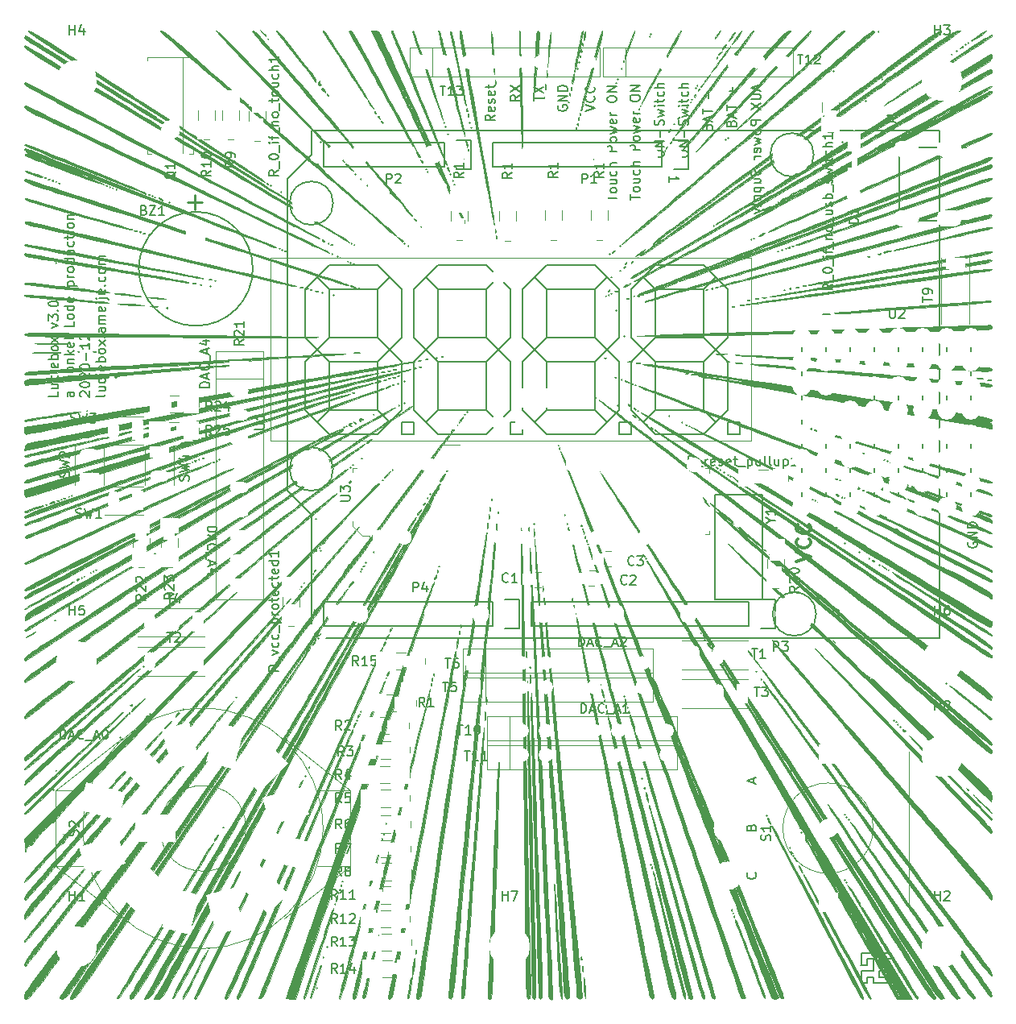
<source format=gto>
G04 #@! TF.GenerationSoftware,KiCad,Pcbnew,(5.1.5)-3*
G04 #@! TF.CreationDate,2020-12-11T16:35:30-08:00*
G04 #@! TF.ProjectId,Luciebox_v3,4c756369-6562-46f7-985f-76332e6b6963,rev?*
G04 #@! TF.SameCoordinates,Original*
G04 #@! TF.FileFunction,Legend,Top*
G04 #@! TF.FilePolarity,Positive*
%FSLAX46Y46*%
G04 Gerber Fmt 4.6, Leading zero omitted, Abs format (unit mm)*
G04 Created by KiCad (PCBNEW (5.1.5)-3) date 2020-12-11 16:35:30*
%MOMM*%
%LPD*%
G04 APERTURE LIST*
%ADD10C,0.150000*%
%ADD11C,0.300000*%
%ADD12C,0.010000*%
%ADD13C,0.120000*%
%ADD14C,0.100000*%
%ADD15C,0.254000*%
%ADD16C,1.524000*%
%ADD17C,1.500000*%
%ADD18R,1.500000X1.500000*%
%ADD19O,2.700000X1.700000*%
%ADD20O,1.200000X2.000000*%
%ADD21R,1.200000X2.000000*%
%ADD22C,1.000000*%
%ADD23C,4.300000*%
%ADD24C,2.000000*%
%ADD25R,2.100000X2.000000*%
%ADD26C,3.000000*%
%ADD27R,4.300000X3.000000*%
%ADD28O,2.000000X1.200000*%
%ADD29R,2.000000X1.200000*%
%ADD30R,2.032000X2.032000*%
%ADD31C,2.032000*%
%ADD32R,2.000000X2.000000*%
%ADD33R,1.200000X1.200000*%
%ADD34C,1.600000*%
%ADD35R,1.600000X1.600000*%
%ADD36O,1.727200X2.032000*%
%ADD37C,4.064000*%
%ADD38O,2.000000X2.000000*%
G04 APERTURE END LIST*
D10*
X57523809Y-70952380D02*
X57523809Y-69952380D01*
X57761904Y-69952380D01*
X57904761Y-70000000D01*
X58000000Y-70095238D01*
X58047619Y-70190476D01*
X58095238Y-70380952D01*
X58095238Y-70523809D01*
X58047619Y-70714285D01*
X58000000Y-70809523D01*
X57904761Y-70904761D01*
X57761904Y-70952380D01*
X57523809Y-70952380D01*
X58476190Y-70666666D02*
X58952380Y-70666666D01*
X58380952Y-70952380D02*
X58714285Y-69952380D01*
X59047619Y-70952380D01*
X59952380Y-70857142D02*
X59904761Y-70904761D01*
X59761904Y-70952380D01*
X59666666Y-70952380D01*
X59523809Y-70904761D01*
X59428571Y-70809523D01*
X59380952Y-70714285D01*
X59333333Y-70523809D01*
X59333333Y-70380952D01*
X59380952Y-70190476D01*
X59428571Y-70095238D01*
X59523809Y-70000000D01*
X59666666Y-69952380D01*
X59761904Y-69952380D01*
X59904761Y-70000000D01*
X59952380Y-70047619D01*
X60142857Y-71047619D02*
X60904761Y-71047619D01*
X61095238Y-70666666D02*
X61571428Y-70666666D01*
X61000000Y-70952380D02*
X61333333Y-69952380D01*
X61666666Y-70952380D01*
X62523809Y-70952380D02*
X61952380Y-70952380D01*
X62238095Y-70952380D02*
X62238095Y-69952380D01*
X62142857Y-70095238D01*
X62047619Y-70190476D01*
X61952380Y-70238095D01*
X57273809Y-63952380D02*
X57273809Y-62952380D01*
X57511904Y-62952380D01*
X57654761Y-63000000D01*
X57750000Y-63095238D01*
X57797619Y-63190476D01*
X57845238Y-63380952D01*
X57845238Y-63523809D01*
X57797619Y-63714285D01*
X57750000Y-63809523D01*
X57654761Y-63904761D01*
X57511904Y-63952380D01*
X57273809Y-63952380D01*
X58226190Y-63666666D02*
X58702380Y-63666666D01*
X58130952Y-63952380D02*
X58464285Y-62952380D01*
X58797619Y-63952380D01*
X59702380Y-63857142D02*
X59654761Y-63904761D01*
X59511904Y-63952380D01*
X59416666Y-63952380D01*
X59273809Y-63904761D01*
X59178571Y-63809523D01*
X59130952Y-63714285D01*
X59083333Y-63523809D01*
X59083333Y-63380952D01*
X59130952Y-63190476D01*
X59178571Y-63095238D01*
X59273809Y-63000000D01*
X59416666Y-62952380D01*
X59511904Y-62952380D01*
X59654761Y-63000000D01*
X59702380Y-63047619D01*
X59892857Y-64047619D02*
X60654761Y-64047619D01*
X60845238Y-63666666D02*
X61321428Y-63666666D01*
X60750000Y-63952380D02*
X61083333Y-62952380D01*
X61416666Y-63952380D01*
X61702380Y-63047619D02*
X61750000Y-63000000D01*
X61845238Y-62952380D01*
X62083333Y-62952380D01*
X62178571Y-63000000D01*
X62226190Y-63047619D01*
X62273809Y-63142857D01*
X62273809Y-63238095D01*
X62226190Y-63380952D01*
X61654761Y-63952380D01*
X62273809Y-63952380D01*
X2773809Y-73702380D02*
X2773809Y-72702380D01*
X3011904Y-72702380D01*
X3154761Y-72750000D01*
X3250000Y-72845238D01*
X3297619Y-72940476D01*
X3345238Y-73130952D01*
X3345238Y-73273809D01*
X3297619Y-73464285D01*
X3250000Y-73559523D01*
X3154761Y-73654761D01*
X3011904Y-73702380D01*
X2773809Y-73702380D01*
X3726190Y-73416666D02*
X4202380Y-73416666D01*
X3630952Y-73702380D02*
X3964285Y-72702380D01*
X4297619Y-73702380D01*
X5202380Y-73607142D02*
X5154761Y-73654761D01*
X5011904Y-73702380D01*
X4916666Y-73702380D01*
X4773809Y-73654761D01*
X4678571Y-73559523D01*
X4630952Y-73464285D01*
X4583333Y-73273809D01*
X4583333Y-73130952D01*
X4630952Y-72940476D01*
X4678571Y-72845238D01*
X4773809Y-72750000D01*
X4916666Y-72702380D01*
X5011904Y-72702380D01*
X5154761Y-72750000D01*
X5202380Y-72797619D01*
X5392857Y-73797619D02*
X6154761Y-73797619D01*
X6345238Y-73416666D02*
X6821428Y-73416666D01*
X6250000Y-73702380D02*
X6583333Y-72702380D01*
X6916666Y-73702380D01*
X7440476Y-72702380D02*
X7535714Y-72702380D01*
X7630952Y-72750000D01*
X7678571Y-72797619D01*
X7726190Y-72892857D01*
X7773809Y-73083333D01*
X7773809Y-73321428D01*
X7726190Y-73511904D01*
X7678571Y-73607142D01*
X7630952Y-73654761D01*
X7535714Y-73702380D01*
X7440476Y-73702380D01*
X7345238Y-73654761D01*
X7297619Y-73607142D01*
X7250000Y-73511904D01*
X7202380Y-73321428D01*
X7202380Y-73083333D01*
X7250000Y-72892857D01*
X7297619Y-72797619D01*
X7345238Y-72750000D01*
X7440476Y-72702380D01*
X86985000Y-96787000D02*
X86985000Y-97422000D01*
X86985000Y-98057000D02*
X86985000Y-99327000D01*
X86985000Y-99327000D02*
X87620000Y-99327000D01*
X87620000Y-99327000D02*
X87620000Y-98692000D01*
X87600000Y-97435000D02*
X86965000Y-97435000D01*
X87620000Y-96152000D02*
X86985000Y-96152000D01*
X86985000Y-96152000D02*
X86985000Y-96787000D01*
X48448380Y-8096095D02*
X47972190Y-8429428D01*
X48448380Y-8667523D02*
X47448380Y-8667523D01*
X47448380Y-8286571D01*
X47496000Y-8191333D01*
X47543619Y-8143714D01*
X47638857Y-8096095D01*
X47781714Y-8096095D01*
X47876952Y-8143714D01*
X47924571Y-8191333D01*
X47972190Y-8286571D01*
X47972190Y-8667523D01*
X48400761Y-7286571D02*
X48448380Y-7381809D01*
X48448380Y-7572285D01*
X48400761Y-7667523D01*
X48305523Y-7715142D01*
X47924571Y-7715142D01*
X47829333Y-7667523D01*
X47781714Y-7572285D01*
X47781714Y-7381809D01*
X47829333Y-7286571D01*
X47924571Y-7238952D01*
X48019809Y-7238952D01*
X48115047Y-7715142D01*
X48400761Y-6858000D02*
X48448380Y-6762761D01*
X48448380Y-6572285D01*
X48400761Y-6477047D01*
X48305523Y-6429428D01*
X48257904Y-6429428D01*
X48162666Y-6477047D01*
X48115047Y-6572285D01*
X48115047Y-6715142D01*
X48067428Y-6810380D01*
X47972190Y-6858000D01*
X47924571Y-6858000D01*
X47829333Y-6810380D01*
X47781714Y-6715142D01*
X47781714Y-6572285D01*
X47829333Y-6477047D01*
X48400761Y-5619904D02*
X48448380Y-5715142D01*
X48448380Y-5905619D01*
X48400761Y-6000857D01*
X48305523Y-6048476D01*
X47924571Y-6048476D01*
X47829333Y-6000857D01*
X47781714Y-5905619D01*
X47781714Y-5715142D01*
X47829333Y-5619904D01*
X47924571Y-5572285D01*
X48019809Y-5572285D01*
X48115047Y-6048476D01*
X47781714Y-5286571D02*
X47781714Y-4905619D01*
X47448380Y-5143714D02*
X48305523Y-5143714D01*
X48400761Y-5096095D01*
X48448380Y-5000857D01*
X48448380Y-4905619D01*
X62688380Y-17030238D02*
X62688380Y-16458809D01*
X63688380Y-16744523D02*
X62688380Y-16744523D01*
X63688380Y-15982619D02*
X63640761Y-16077857D01*
X63593142Y-16125476D01*
X63497904Y-16173095D01*
X63212190Y-16173095D01*
X63116952Y-16125476D01*
X63069333Y-16077857D01*
X63021714Y-15982619D01*
X63021714Y-15839761D01*
X63069333Y-15744523D01*
X63116952Y-15696904D01*
X63212190Y-15649285D01*
X63497904Y-15649285D01*
X63593142Y-15696904D01*
X63640761Y-15744523D01*
X63688380Y-15839761D01*
X63688380Y-15982619D01*
X63021714Y-14792142D02*
X63688380Y-14792142D01*
X63021714Y-15220714D02*
X63545523Y-15220714D01*
X63640761Y-15173095D01*
X63688380Y-15077857D01*
X63688380Y-14935000D01*
X63640761Y-14839761D01*
X63593142Y-14792142D01*
X63640761Y-13887380D02*
X63688380Y-13982619D01*
X63688380Y-14173095D01*
X63640761Y-14268333D01*
X63593142Y-14315952D01*
X63497904Y-14363571D01*
X63212190Y-14363571D01*
X63116952Y-14315952D01*
X63069333Y-14268333D01*
X63021714Y-14173095D01*
X63021714Y-13982619D01*
X63069333Y-13887380D01*
X63688380Y-13458809D02*
X62688380Y-13458809D01*
X63688380Y-13030238D02*
X63164571Y-13030238D01*
X63069333Y-13077857D01*
X63021714Y-13173095D01*
X63021714Y-13315952D01*
X63069333Y-13411190D01*
X63116952Y-13458809D01*
X63688380Y-11792142D02*
X62688380Y-11792142D01*
X62688380Y-11411190D01*
X62736000Y-11315952D01*
X62783619Y-11268333D01*
X62878857Y-11220714D01*
X63021714Y-11220714D01*
X63116952Y-11268333D01*
X63164571Y-11315952D01*
X63212190Y-11411190D01*
X63212190Y-11792142D01*
X63688380Y-10649285D02*
X63640761Y-10744523D01*
X63593142Y-10792142D01*
X63497904Y-10839761D01*
X63212190Y-10839761D01*
X63116952Y-10792142D01*
X63069333Y-10744523D01*
X63021714Y-10649285D01*
X63021714Y-10506428D01*
X63069333Y-10411190D01*
X63116952Y-10363571D01*
X63212190Y-10315952D01*
X63497904Y-10315952D01*
X63593142Y-10363571D01*
X63640761Y-10411190D01*
X63688380Y-10506428D01*
X63688380Y-10649285D01*
X63021714Y-9982619D02*
X63688380Y-9792142D01*
X63212190Y-9601666D01*
X63688380Y-9411190D01*
X63021714Y-9220714D01*
X63640761Y-8458809D02*
X63688380Y-8554047D01*
X63688380Y-8744523D01*
X63640761Y-8839761D01*
X63545523Y-8887380D01*
X63164571Y-8887380D01*
X63069333Y-8839761D01*
X63021714Y-8744523D01*
X63021714Y-8554047D01*
X63069333Y-8458809D01*
X63164571Y-8411190D01*
X63259809Y-8411190D01*
X63355047Y-8887380D01*
X63688380Y-7982619D02*
X63021714Y-7982619D01*
X63212190Y-7982619D02*
X63116952Y-7935000D01*
X63069333Y-7887380D01*
X63021714Y-7792142D01*
X63021714Y-7696904D01*
X62688380Y-6411190D02*
X62688380Y-6220714D01*
X62736000Y-6125476D01*
X62831238Y-6030238D01*
X63021714Y-5982619D01*
X63355047Y-5982619D01*
X63545523Y-6030238D01*
X63640761Y-6125476D01*
X63688380Y-6220714D01*
X63688380Y-6411190D01*
X63640761Y-6506428D01*
X63545523Y-6601666D01*
X63355047Y-6649285D01*
X63021714Y-6649285D01*
X62831238Y-6601666D01*
X62736000Y-6506428D01*
X62688380Y-6411190D01*
X63688380Y-5554047D02*
X62688380Y-5554047D01*
X63688380Y-4982619D01*
X62688380Y-4982619D01*
X60275380Y-17157238D02*
X60275380Y-16585809D01*
X61275380Y-16871523D02*
X60275380Y-16871523D01*
X61275380Y-16109619D02*
X61227761Y-16204857D01*
X61180142Y-16252476D01*
X61084904Y-16300095D01*
X60799190Y-16300095D01*
X60703952Y-16252476D01*
X60656333Y-16204857D01*
X60608714Y-16109619D01*
X60608714Y-15966761D01*
X60656333Y-15871523D01*
X60703952Y-15823904D01*
X60799190Y-15776285D01*
X61084904Y-15776285D01*
X61180142Y-15823904D01*
X61227761Y-15871523D01*
X61275380Y-15966761D01*
X61275380Y-16109619D01*
X60608714Y-14919142D02*
X61275380Y-14919142D01*
X60608714Y-15347714D02*
X61132523Y-15347714D01*
X61227761Y-15300095D01*
X61275380Y-15204857D01*
X61275380Y-15062000D01*
X61227761Y-14966761D01*
X61180142Y-14919142D01*
X61227761Y-14014380D02*
X61275380Y-14109619D01*
X61275380Y-14300095D01*
X61227761Y-14395333D01*
X61180142Y-14442952D01*
X61084904Y-14490571D01*
X60799190Y-14490571D01*
X60703952Y-14442952D01*
X60656333Y-14395333D01*
X60608714Y-14300095D01*
X60608714Y-14109619D01*
X60656333Y-14014380D01*
X61275380Y-13585809D02*
X60275380Y-13585809D01*
X61275380Y-13157238D02*
X60751571Y-13157238D01*
X60656333Y-13204857D01*
X60608714Y-13300095D01*
X60608714Y-13442952D01*
X60656333Y-13538190D01*
X60703952Y-13585809D01*
X61275380Y-11919142D02*
X60275380Y-11919142D01*
X60275380Y-11538190D01*
X60323000Y-11442952D01*
X60370619Y-11395333D01*
X60465857Y-11347714D01*
X60608714Y-11347714D01*
X60703952Y-11395333D01*
X60751571Y-11442952D01*
X60799190Y-11538190D01*
X60799190Y-11919142D01*
X61275380Y-10776285D02*
X61227761Y-10871523D01*
X61180142Y-10919142D01*
X61084904Y-10966761D01*
X60799190Y-10966761D01*
X60703952Y-10919142D01*
X60656333Y-10871523D01*
X60608714Y-10776285D01*
X60608714Y-10633428D01*
X60656333Y-10538190D01*
X60703952Y-10490571D01*
X60799190Y-10442952D01*
X61084904Y-10442952D01*
X61180142Y-10490571D01*
X61227761Y-10538190D01*
X61275380Y-10633428D01*
X61275380Y-10776285D01*
X60608714Y-10109619D02*
X61275380Y-9919142D01*
X60799190Y-9728666D01*
X61275380Y-9538190D01*
X60608714Y-9347714D01*
X61227761Y-8585809D02*
X61275380Y-8681047D01*
X61275380Y-8871523D01*
X61227761Y-8966761D01*
X61132523Y-9014380D01*
X60751571Y-9014380D01*
X60656333Y-8966761D01*
X60608714Y-8871523D01*
X60608714Y-8681047D01*
X60656333Y-8585809D01*
X60751571Y-8538190D01*
X60846809Y-8538190D01*
X60942047Y-9014380D01*
X61275380Y-8109619D02*
X60608714Y-8109619D01*
X60799190Y-8109619D02*
X60703952Y-8062000D01*
X60656333Y-8014380D01*
X60608714Y-7919142D01*
X60608714Y-7823904D01*
X60275380Y-6538190D02*
X60275380Y-6347714D01*
X60323000Y-6252476D01*
X60418238Y-6157238D01*
X60608714Y-6109619D01*
X60942047Y-6109619D01*
X61132523Y-6157238D01*
X61227761Y-6252476D01*
X61275380Y-6347714D01*
X61275380Y-6538190D01*
X61227761Y-6633428D01*
X61132523Y-6728666D01*
X60942047Y-6776285D01*
X60608714Y-6776285D01*
X60418238Y-6728666D01*
X60323000Y-6633428D01*
X60275380Y-6538190D01*
X61275380Y-5681047D02*
X60275380Y-5681047D01*
X61275380Y-5109619D01*
X60275380Y-5109619D01*
X57989380Y-7696333D02*
X58989380Y-7363000D01*
X57989380Y-7029666D01*
X58894142Y-6124904D02*
X58941761Y-6172523D01*
X58989380Y-6315380D01*
X58989380Y-6410619D01*
X58941761Y-6553476D01*
X58846523Y-6648714D01*
X58751285Y-6696333D01*
X58560809Y-6743952D01*
X58417952Y-6743952D01*
X58227476Y-6696333D01*
X58132238Y-6648714D01*
X58037000Y-6553476D01*
X57989380Y-6410619D01*
X57989380Y-6315380D01*
X58037000Y-6172523D01*
X58084619Y-6124904D01*
X58894142Y-5124904D02*
X58941761Y-5172523D01*
X58989380Y-5315380D01*
X58989380Y-5410619D01*
X58941761Y-5553476D01*
X58846523Y-5648714D01*
X58751285Y-5696333D01*
X58560809Y-5743952D01*
X58417952Y-5743952D01*
X58227476Y-5696333D01*
X58132238Y-5648714D01*
X58037000Y-5553476D01*
X57989380Y-5410619D01*
X57989380Y-5315380D01*
X58037000Y-5172523D01*
X58084619Y-5124904D01*
X73324571Y-8990095D02*
X73372190Y-8847238D01*
X73419809Y-8799619D01*
X73515047Y-8752000D01*
X73657904Y-8752000D01*
X73753142Y-8799619D01*
X73800761Y-8847238D01*
X73848380Y-8942476D01*
X73848380Y-9323428D01*
X72848380Y-9323428D01*
X72848380Y-8990095D01*
X72896000Y-8894857D01*
X72943619Y-8847238D01*
X73038857Y-8799619D01*
X73134095Y-8799619D01*
X73229333Y-8847238D01*
X73276952Y-8894857D01*
X73324571Y-8990095D01*
X73324571Y-9323428D01*
X73562666Y-8371047D02*
X73562666Y-7894857D01*
X73848380Y-8466285D02*
X72848380Y-8132952D01*
X73848380Y-7799619D01*
X72848380Y-7609142D02*
X72848380Y-7037714D01*
X73848380Y-7323428D02*
X72848380Y-7323428D01*
X73467428Y-5942476D02*
X73467428Y-5180571D01*
X73848380Y-5561523D02*
X73086476Y-5561523D01*
X67778380Y-12278857D02*
X67778380Y-12088380D01*
X67826000Y-11993142D01*
X67921238Y-11897904D01*
X68111714Y-11850285D01*
X68445047Y-11850285D01*
X68635523Y-11897904D01*
X68730761Y-11993142D01*
X68778380Y-12088380D01*
X68778380Y-12278857D01*
X68730761Y-12374095D01*
X68635523Y-12469333D01*
X68445047Y-12516952D01*
X68111714Y-12516952D01*
X67921238Y-12469333D01*
X67826000Y-12374095D01*
X67778380Y-12278857D01*
X68778380Y-11421714D02*
X67778380Y-11421714D01*
X68778380Y-10850285D01*
X67778380Y-10850285D01*
X68397428Y-10374095D02*
X68397428Y-9612190D01*
X68730761Y-9183619D02*
X68778380Y-9040761D01*
X68778380Y-8802666D01*
X68730761Y-8707428D01*
X68683142Y-8659809D01*
X68587904Y-8612190D01*
X68492666Y-8612190D01*
X68397428Y-8659809D01*
X68349809Y-8707428D01*
X68302190Y-8802666D01*
X68254571Y-8993142D01*
X68206952Y-9088380D01*
X68159333Y-9136000D01*
X68064095Y-9183619D01*
X67968857Y-9183619D01*
X67873619Y-9136000D01*
X67826000Y-9088380D01*
X67778380Y-8993142D01*
X67778380Y-8755047D01*
X67826000Y-8612190D01*
X68111714Y-8278857D02*
X68778380Y-8088380D01*
X68302190Y-7897904D01*
X68778380Y-7707428D01*
X68111714Y-7516952D01*
X68778380Y-7136000D02*
X68111714Y-7136000D01*
X67778380Y-7136000D02*
X67826000Y-7183619D01*
X67873619Y-7136000D01*
X67826000Y-7088380D01*
X67778380Y-7136000D01*
X67873619Y-7136000D01*
X68111714Y-6802666D02*
X68111714Y-6421714D01*
X67778380Y-6659809D02*
X68635523Y-6659809D01*
X68730761Y-6612190D01*
X68778380Y-6516952D01*
X68778380Y-6421714D01*
X68730761Y-5659809D02*
X68778380Y-5755047D01*
X68778380Y-5945523D01*
X68730761Y-6040761D01*
X68683142Y-6088380D01*
X68587904Y-6136000D01*
X68302190Y-6136000D01*
X68206952Y-6088380D01*
X68159333Y-6040761D01*
X68111714Y-5945523D01*
X68111714Y-5755047D01*
X68159333Y-5659809D01*
X68778380Y-5231238D02*
X67778380Y-5231238D01*
X68778380Y-4802666D02*
X68254571Y-4802666D01*
X68159333Y-4850285D01*
X68111714Y-4945523D01*
X68111714Y-5088380D01*
X68159333Y-5183619D01*
X68206952Y-5231238D01*
X70784571Y-9371047D02*
X70832190Y-9228190D01*
X70879809Y-9180571D01*
X70975047Y-9132952D01*
X71117904Y-9132952D01*
X71213142Y-9180571D01*
X71260761Y-9228190D01*
X71308380Y-9323428D01*
X71308380Y-9704380D01*
X70308380Y-9704380D01*
X70308380Y-9371047D01*
X70356000Y-9275809D01*
X70403619Y-9228190D01*
X70498857Y-9180571D01*
X70594095Y-9180571D01*
X70689333Y-9228190D01*
X70736952Y-9275809D01*
X70784571Y-9371047D01*
X70784571Y-9704380D01*
X71022666Y-8752000D02*
X71022666Y-8275809D01*
X71308380Y-8847238D02*
X70308380Y-8513904D01*
X71308380Y-8180571D01*
X70308380Y-7990095D02*
X70308380Y-7418666D01*
X71308380Y-7704380D02*
X70308380Y-7704380D01*
X70927428Y-6323428D02*
X70927428Y-5561523D01*
X65238380Y-12278857D02*
X65238380Y-12088380D01*
X65286000Y-11993142D01*
X65381238Y-11897904D01*
X65571714Y-11850285D01*
X65905047Y-11850285D01*
X66095523Y-11897904D01*
X66190761Y-11993142D01*
X66238380Y-12088380D01*
X66238380Y-12278857D01*
X66190761Y-12374095D01*
X66095523Y-12469333D01*
X65905047Y-12516952D01*
X65571714Y-12516952D01*
X65381238Y-12469333D01*
X65286000Y-12374095D01*
X65238380Y-12278857D01*
X66238380Y-11421714D02*
X65238380Y-11421714D01*
X66238380Y-10850285D01*
X65238380Y-10850285D01*
X65857428Y-10374095D02*
X65857428Y-9612190D01*
X66190761Y-9183619D02*
X66238380Y-9040761D01*
X66238380Y-8802666D01*
X66190761Y-8707428D01*
X66143142Y-8659809D01*
X66047904Y-8612190D01*
X65952666Y-8612190D01*
X65857428Y-8659809D01*
X65809809Y-8707428D01*
X65762190Y-8802666D01*
X65714571Y-8993142D01*
X65666952Y-9088380D01*
X65619333Y-9136000D01*
X65524095Y-9183619D01*
X65428857Y-9183619D01*
X65333619Y-9136000D01*
X65286000Y-9088380D01*
X65238380Y-8993142D01*
X65238380Y-8755047D01*
X65286000Y-8612190D01*
X65571714Y-8278857D02*
X66238380Y-8088380D01*
X65762190Y-7897904D01*
X66238380Y-7707428D01*
X65571714Y-7516952D01*
X66238380Y-7136000D02*
X65571714Y-7136000D01*
X65238380Y-7136000D02*
X65286000Y-7183619D01*
X65333619Y-7136000D01*
X65286000Y-7088380D01*
X65238380Y-7136000D01*
X65333619Y-7136000D01*
X65571714Y-6802666D02*
X65571714Y-6421714D01*
X65238380Y-6659809D02*
X66095523Y-6659809D01*
X66190761Y-6612190D01*
X66238380Y-6516952D01*
X66238380Y-6421714D01*
X66190761Y-5659809D02*
X66238380Y-5755047D01*
X66238380Y-5945523D01*
X66190761Y-6040761D01*
X66143142Y-6088380D01*
X66047904Y-6136000D01*
X65762190Y-6136000D01*
X65666952Y-6088380D01*
X65619333Y-6040761D01*
X65571714Y-5945523D01*
X65571714Y-5755047D01*
X65619333Y-5659809D01*
X66238380Y-5231238D02*
X65238380Y-5231238D01*
X66238380Y-4802666D02*
X65714571Y-4802666D01*
X65619333Y-4850285D01*
X65571714Y-4945523D01*
X65571714Y-5088380D01*
X65619333Y-5183619D01*
X65666952Y-5231238D01*
X76112666Y-4993523D02*
X76112666Y-5469714D01*
X76398380Y-4898285D02*
X75398380Y-5231619D01*
X76398380Y-5564952D01*
X75398380Y-5898285D02*
X76207904Y-5898285D01*
X76303142Y-5945904D01*
X76350761Y-5993523D01*
X76398380Y-6088761D01*
X76398380Y-6279238D01*
X76350761Y-6374476D01*
X76303142Y-6422095D01*
X76207904Y-6469714D01*
X75398380Y-6469714D01*
X75398380Y-6850666D02*
X76398380Y-7517333D01*
X75398380Y-7517333D02*
X76398380Y-6850666D01*
X76398380Y-8660190D02*
X75398380Y-8660190D01*
X75398380Y-9041142D01*
X75446000Y-9136380D01*
X75493619Y-9184000D01*
X75588857Y-9231619D01*
X75731714Y-9231619D01*
X75826952Y-9184000D01*
X75874571Y-9136380D01*
X75922190Y-9041142D01*
X75922190Y-8660190D01*
X76398380Y-9803047D02*
X76350761Y-9707809D01*
X76303142Y-9660190D01*
X76207904Y-9612571D01*
X75922190Y-9612571D01*
X75826952Y-9660190D01*
X75779333Y-9707809D01*
X75731714Y-9803047D01*
X75731714Y-9945904D01*
X75779333Y-10041142D01*
X75826952Y-10088761D01*
X75922190Y-10136380D01*
X76207904Y-10136380D01*
X76303142Y-10088761D01*
X76350761Y-10041142D01*
X76398380Y-9945904D01*
X76398380Y-9803047D01*
X75731714Y-10469714D02*
X76398380Y-10660190D01*
X75922190Y-10850666D01*
X76398380Y-11041142D01*
X75731714Y-11231619D01*
X76350761Y-11993523D02*
X76398380Y-11898285D01*
X76398380Y-11707809D01*
X76350761Y-11612571D01*
X76255523Y-11564952D01*
X75874571Y-11564952D01*
X75779333Y-11612571D01*
X75731714Y-11707809D01*
X75731714Y-11898285D01*
X75779333Y-11993523D01*
X75874571Y-12041142D01*
X75969809Y-12041142D01*
X76065047Y-11564952D01*
X76398380Y-12469714D02*
X75731714Y-12469714D01*
X75922190Y-12469714D02*
X75826952Y-12517333D01*
X75779333Y-12564952D01*
X75731714Y-12660190D01*
X75731714Y-12755428D01*
X76350761Y-13803047D02*
X76398380Y-13945904D01*
X76398380Y-14184000D01*
X76350761Y-14279238D01*
X76303142Y-14326857D01*
X76207904Y-14374476D01*
X76112666Y-14374476D01*
X76017428Y-14326857D01*
X75969809Y-14279238D01*
X75922190Y-14184000D01*
X75874571Y-13993523D01*
X75826952Y-13898285D01*
X75779333Y-13850666D01*
X75684095Y-13803047D01*
X75588857Y-13803047D01*
X75493619Y-13850666D01*
X75446000Y-13898285D01*
X75398380Y-13993523D01*
X75398380Y-14231619D01*
X75446000Y-14374476D01*
X75731714Y-15231619D02*
X76398380Y-15231619D01*
X75731714Y-14803047D02*
X76255523Y-14803047D01*
X76350761Y-14850666D01*
X76398380Y-14945904D01*
X76398380Y-15088761D01*
X76350761Y-15184000D01*
X76303142Y-15231619D01*
X75731714Y-15707809D02*
X76731714Y-15707809D01*
X75779333Y-15707809D02*
X75731714Y-15803047D01*
X75731714Y-15993523D01*
X75779333Y-16088761D01*
X75826952Y-16136380D01*
X75922190Y-16184000D01*
X76207904Y-16184000D01*
X76303142Y-16136380D01*
X76350761Y-16088761D01*
X76398380Y-15993523D01*
X76398380Y-15803047D01*
X76350761Y-15707809D01*
X75731714Y-16612571D02*
X76731714Y-16612571D01*
X75779333Y-16612571D02*
X75731714Y-16707809D01*
X75731714Y-16898285D01*
X75779333Y-16993523D01*
X75826952Y-17041142D01*
X75922190Y-17088761D01*
X76207904Y-17088761D01*
X76303142Y-17041142D01*
X76350761Y-16993523D01*
X76398380Y-16898285D01*
X76398380Y-16707809D01*
X76350761Y-16612571D01*
X76398380Y-17660190D02*
X76350761Y-17564952D01*
X76255523Y-17517333D01*
X75398380Y-17517333D01*
X75731714Y-17945904D02*
X76398380Y-18184000D01*
X75731714Y-18422095D02*
X76398380Y-18184000D01*
X76636476Y-18088761D01*
X76684095Y-18041142D01*
X76731714Y-17945904D01*
X55116000Y-7111904D02*
X55068380Y-7207142D01*
X55068380Y-7350000D01*
X55116000Y-7492857D01*
X55211238Y-7588095D01*
X55306476Y-7635714D01*
X55496952Y-7683333D01*
X55639809Y-7683333D01*
X55830285Y-7635714D01*
X55925523Y-7588095D01*
X56020761Y-7492857D01*
X56068380Y-7350000D01*
X56068380Y-7254761D01*
X56020761Y-7111904D01*
X55973142Y-7064285D01*
X55639809Y-7064285D01*
X55639809Y-7254761D01*
X56068380Y-6635714D02*
X55068380Y-6635714D01*
X56068380Y-6064285D01*
X55068380Y-6064285D01*
X56068380Y-5588095D02*
X55068380Y-5588095D01*
X55068380Y-5350000D01*
X55116000Y-5207142D01*
X55211238Y-5111904D01*
X55306476Y-5064285D01*
X55496952Y-5016666D01*
X55639809Y-5016666D01*
X55830285Y-5064285D01*
X55925523Y-5111904D01*
X56020761Y-5207142D01*
X56068380Y-5350000D01*
X56068380Y-5588095D01*
X52538380Y-6603904D02*
X52538380Y-6032476D01*
X53538380Y-6318190D02*
X52538380Y-6318190D01*
X52538380Y-5794380D02*
X53538380Y-5127714D01*
X52538380Y-5127714D02*
X53538380Y-5794380D01*
X51115380Y-6008666D02*
X50639190Y-6342000D01*
X51115380Y-6580095D02*
X50115380Y-6580095D01*
X50115380Y-6199142D01*
X50163000Y-6103904D01*
X50210619Y-6056285D01*
X50305857Y-6008666D01*
X50448714Y-6008666D01*
X50543952Y-6056285D01*
X50591571Y-6103904D01*
X50639190Y-6199142D01*
X50639190Y-6580095D01*
X50115380Y-5675333D02*
X51115380Y-5008666D01*
X50115380Y-5008666D02*
X51115380Y-5675333D01*
X88255000Y-96152000D02*
X87620000Y-96152000D01*
X87600000Y-96800000D02*
X87600000Y-97435000D01*
X90160000Y-96152000D02*
X88255000Y-96152000D01*
X90160000Y-96787000D02*
X90160000Y-96152000D01*
X88890000Y-96787000D02*
X90160000Y-96787000D01*
X88890000Y-97422000D02*
X88890000Y-96787000D01*
X90160000Y-97422000D02*
X88890000Y-97422000D01*
X90160000Y-98057000D02*
X90160000Y-97422000D01*
X88890000Y-98057000D02*
X90160000Y-98057000D01*
X88890000Y-98692000D02*
X88890000Y-98057000D01*
X90160000Y-98692000D02*
X88890000Y-98692000D01*
X90160000Y-99327000D02*
X90160000Y-98692000D01*
X88255000Y-99327000D02*
X90160000Y-99327000D01*
X88255000Y-98692000D02*
X88255000Y-99327000D01*
X87620000Y-98692000D02*
X88255000Y-98692000D01*
X88255000Y-98057000D02*
X86985000Y-98057000D01*
X88255000Y-96800000D02*
X88255000Y-98057000D01*
X87600000Y-96800000D02*
X88255000Y-96800000D01*
X2539380Y-37174214D02*
X2539380Y-37650404D01*
X1539380Y-37650404D01*
X1872714Y-36412309D02*
X2539380Y-36412309D01*
X1872714Y-36840880D02*
X2396523Y-36840880D01*
X2491761Y-36793261D01*
X2539380Y-36698023D01*
X2539380Y-36555166D01*
X2491761Y-36459928D01*
X2444142Y-36412309D01*
X2491761Y-35507547D02*
X2539380Y-35602785D01*
X2539380Y-35793261D01*
X2491761Y-35888500D01*
X2444142Y-35936119D01*
X2348904Y-35983738D01*
X2063190Y-35983738D01*
X1967952Y-35936119D01*
X1920333Y-35888500D01*
X1872714Y-35793261D01*
X1872714Y-35602785D01*
X1920333Y-35507547D01*
X2539380Y-35078976D02*
X1872714Y-35078976D01*
X1539380Y-35078976D02*
X1587000Y-35126595D01*
X1634619Y-35078976D01*
X1587000Y-35031357D01*
X1539380Y-35078976D01*
X1634619Y-35078976D01*
X2491761Y-34221833D02*
X2539380Y-34317071D01*
X2539380Y-34507547D01*
X2491761Y-34602785D01*
X2396523Y-34650404D01*
X2015571Y-34650404D01*
X1920333Y-34602785D01*
X1872714Y-34507547D01*
X1872714Y-34317071D01*
X1920333Y-34221833D01*
X2015571Y-34174214D01*
X2110809Y-34174214D01*
X2206047Y-34650404D01*
X2539380Y-33745642D02*
X1539380Y-33745642D01*
X1920333Y-33745642D02*
X1872714Y-33650404D01*
X1872714Y-33459928D01*
X1920333Y-33364690D01*
X1967952Y-33317071D01*
X2063190Y-33269452D01*
X2348904Y-33269452D01*
X2444142Y-33317071D01*
X2491761Y-33364690D01*
X2539380Y-33459928D01*
X2539380Y-33650404D01*
X2491761Y-33745642D01*
X2539380Y-32698023D02*
X2491761Y-32793261D01*
X2444142Y-32840880D01*
X2348904Y-32888500D01*
X2063190Y-32888500D01*
X1967952Y-32840880D01*
X1920333Y-32793261D01*
X1872714Y-32698023D01*
X1872714Y-32555166D01*
X1920333Y-32459928D01*
X1967952Y-32412309D01*
X2063190Y-32364690D01*
X2348904Y-32364690D01*
X2444142Y-32412309D01*
X2491761Y-32459928D01*
X2539380Y-32555166D01*
X2539380Y-32698023D01*
X2539380Y-32031357D02*
X1872714Y-31507547D01*
X1872714Y-32031357D02*
X2539380Y-31507547D01*
X1872714Y-30459928D02*
X2539380Y-30221833D01*
X1872714Y-29983738D01*
X1539380Y-29698023D02*
X1539380Y-29078976D01*
X1920333Y-29412309D01*
X1920333Y-29269452D01*
X1967952Y-29174214D01*
X2015571Y-29126595D01*
X2110809Y-29078976D01*
X2348904Y-29078976D01*
X2444142Y-29126595D01*
X2491761Y-29174214D01*
X2539380Y-29269452D01*
X2539380Y-29555166D01*
X2491761Y-29650404D01*
X2444142Y-29698023D01*
X2444142Y-28650404D02*
X2491761Y-28602785D01*
X2539380Y-28650404D01*
X2491761Y-28698023D01*
X2444142Y-28650404D01*
X2539380Y-28650404D01*
X1539380Y-27983738D02*
X1539380Y-27888500D01*
X1587000Y-27793261D01*
X1634619Y-27745642D01*
X1729857Y-27698023D01*
X1920333Y-27650404D01*
X2158428Y-27650404D01*
X2348904Y-27698023D01*
X2444142Y-27745642D01*
X2491761Y-27793261D01*
X2539380Y-27888500D01*
X2539380Y-27983738D01*
X2491761Y-28078976D01*
X2444142Y-28126595D01*
X2348904Y-28174214D01*
X2158428Y-28221833D01*
X1920333Y-28221833D01*
X1729857Y-28174214D01*
X1634619Y-28126595D01*
X1587000Y-28078976D01*
X1539380Y-27983738D01*
X4189380Y-37221833D02*
X3665571Y-37221833D01*
X3570333Y-37269452D01*
X3522714Y-37364690D01*
X3522714Y-37555166D01*
X3570333Y-37650404D01*
X4141761Y-37221833D02*
X4189380Y-37317071D01*
X4189380Y-37555166D01*
X4141761Y-37650404D01*
X4046523Y-37698023D01*
X3951285Y-37698023D01*
X3856047Y-37650404D01*
X3808428Y-37555166D01*
X3808428Y-37317071D01*
X3760809Y-37221833D01*
X3522714Y-35983738D02*
X4189380Y-35983738D01*
X3617952Y-35983738D02*
X3570333Y-35936119D01*
X3522714Y-35840880D01*
X3522714Y-35698023D01*
X3570333Y-35602785D01*
X3665571Y-35555166D01*
X4189380Y-35555166D01*
X4189380Y-34936119D02*
X4141761Y-35031357D01*
X4094142Y-35078976D01*
X3998904Y-35126595D01*
X3713190Y-35126595D01*
X3617952Y-35078976D01*
X3570333Y-35031357D01*
X3522714Y-34936119D01*
X3522714Y-34793261D01*
X3570333Y-34698023D01*
X3617952Y-34650404D01*
X3713190Y-34602785D01*
X3998904Y-34602785D01*
X4094142Y-34650404D01*
X4141761Y-34698023D01*
X4189380Y-34793261D01*
X4189380Y-34936119D01*
X3522714Y-34174214D02*
X4189380Y-34174214D01*
X3617952Y-34174214D02*
X3570333Y-34126595D01*
X3522714Y-34031357D01*
X3522714Y-33888500D01*
X3570333Y-33793261D01*
X3665571Y-33745642D01*
X4189380Y-33745642D01*
X4189380Y-33269452D02*
X3189380Y-33269452D01*
X3808428Y-33174214D02*
X4189380Y-32888500D01*
X3522714Y-32888500D02*
X3903666Y-33269452D01*
X4141761Y-32078976D02*
X4189380Y-32174214D01*
X4189380Y-32364690D01*
X4141761Y-32459928D01*
X4046523Y-32507547D01*
X3665571Y-32507547D01*
X3570333Y-32459928D01*
X3522714Y-32364690D01*
X3522714Y-32174214D01*
X3570333Y-32078976D01*
X3665571Y-32031357D01*
X3760809Y-32031357D01*
X3856047Y-32507547D01*
X4189380Y-31459928D02*
X4141761Y-31555166D01*
X4046523Y-31602785D01*
X3189380Y-31602785D01*
X4189380Y-29840880D02*
X4189380Y-30317071D01*
X3189380Y-30317071D01*
X4189380Y-29364690D02*
X4141761Y-29459928D01*
X4094142Y-29507547D01*
X3998904Y-29555166D01*
X3713190Y-29555166D01*
X3617952Y-29507547D01*
X3570333Y-29459928D01*
X3522714Y-29364690D01*
X3522714Y-29221833D01*
X3570333Y-29126595D01*
X3617952Y-29078976D01*
X3713190Y-29031357D01*
X3998904Y-29031357D01*
X4094142Y-29078976D01*
X4141761Y-29126595D01*
X4189380Y-29221833D01*
X4189380Y-29364690D01*
X4189380Y-28174214D02*
X3189380Y-28174214D01*
X4141761Y-28174214D02*
X4189380Y-28269452D01*
X4189380Y-28459928D01*
X4141761Y-28555166D01*
X4094142Y-28602785D01*
X3998904Y-28650404D01*
X3713190Y-28650404D01*
X3617952Y-28602785D01*
X3570333Y-28555166D01*
X3522714Y-28459928D01*
X3522714Y-28269452D01*
X3570333Y-28174214D01*
X4141761Y-27317071D02*
X4189380Y-27412309D01*
X4189380Y-27602785D01*
X4141761Y-27698023D01*
X4046523Y-27745642D01*
X3665571Y-27745642D01*
X3570333Y-27698023D01*
X3522714Y-27602785D01*
X3522714Y-27412309D01*
X3570333Y-27317071D01*
X3665571Y-27269452D01*
X3760809Y-27269452D01*
X3856047Y-27745642D01*
X3522714Y-26078976D02*
X4522714Y-26078976D01*
X3570333Y-26078976D02*
X3522714Y-25983738D01*
X3522714Y-25793261D01*
X3570333Y-25698023D01*
X3617952Y-25650404D01*
X3713190Y-25602785D01*
X3998904Y-25602785D01*
X4094142Y-25650404D01*
X4141761Y-25698023D01*
X4189380Y-25793261D01*
X4189380Y-25983738D01*
X4141761Y-26078976D01*
X4189380Y-25174214D02*
X3522714Y-25174214D01*
X3713190Y-25174214D02*
X3617952Y-25126595D01*
X3570333Y-25078976D01*
X3522714Y-24983738D01*
X3522714Y-24888500D01*
X4189380Y-24412309D02*
X4141761Y-24507547D01*
X4094142Y-24555166D01*
X3998904Y-24602785D01*
X3713190Y-24602785D01*
X3617952Y-24555166D01*
X3570333Y-24507547D01*
X3522714Y-24412309D01*
X3522714Y-24269452D01*
X3570333Y-24174214D01*
X3617952Y-24126595D01*
X3713190Y-24078976D01*
X3998904Y-24078976D01*
X4094142Y-24126595D01*
X4141761Y-24174214D01*
X4189380Y-24269452D01*
X4189380Y-24412309D01*
X4189380Y-23221833D02*
X3189380Y-23221833D01*
X4141761Y-23221833D02*
X4189380Y-23317071D01*
X4189380Y-23507547D01*
X4141761Y-23602785D01*
X4094142Y-23650404D01*
X3998904Y-23698023D01*
X3713190Y-23698023D01*
X3617952Y-23650404D01*
X3570333Y-23602785D01*
X3522714Y-23507547D01*
X3522714Y-23317071D01*
X3570333Y-23221833D01*
X3522714Y-22317071D02*
X4189380Y-22317071D01*
X3522714Y-22745642D02*
X4046523Y-22745642D01*
X4141761Y-22698023D01*
X4189380Y-22602785D01*
X4189380Y-22459928D01*
X4141761Y-22364690D01*
X4094142Y-22317071D01*
X4141761Y-21412309D02*
X4189380Y-21507547D01*
X4189380Y-21698023D01*
X4141761Y-21793261D01*
X4094142Y-21840880D01*
X3998904Y-21888500D01*
X3713190Y-21888500D01*
X3617952Y-21840880D01*
X3570333Y-21793261D01*
X3522714Y-21698023D01*
X3522714Y-21507547D01*
X3570333Y-21412309D01*
X3522714Y-21126595D02*
X3522714Y-20745642D01*
X3189380Y-20983738D02*
X4046523Y-20983738D01*
X4141761Y-20936119D01*
X4189380Y-20840880D01*
X4189380Y-20745642D01*
X4189380Y-20412309D02*
X3522714Y-20412309D01*
X3189380Y-20412309D02*
X3237000Y-20459928D01*
X3284619Y-20412309D01*
X3237000Y-20364690D01*
X3189380Y-20412309D01*
X3284619Y-20412309D01*
X4189380Y-19793261D02*
X4141761Y-19888500D01*
X4094142Y-19936119D01*
X3998904Y-19983738D01*
X3713190Y-19983738D01*
X3617952Y-19936119D01*
X3570333Y-19888500D01*
X3522714Y-19793261D01*
X3522714Y-19650404D01*
X3570333Y-19555166D01*
X3617952Y-19507547D01*
X3713190Y-19459928D01*
X3998904Y-19459928D01*
X4094142Y-19507547D01*
X4141761Y-19555166D01*
X4189380Y-19650404D01*
X4189380Y-19793261D01*
X3522714Y-19031357D02*
X4189380Y-19031357D01*
X3617952Y-19031357D02*
X3570333Y-18983738D01*
X3522714Y-18888500D01*
X3522714Y-18745642D01*
X3570333Y-18650404D01*
X3665571Y-18602785D01*
X4189380Y-18602785D01*
X4934619Y-37698023D02*
X4887000Y-37650404D01*
X4839380Y-37555166D01*
X4839380Y-37317071D01*
X4887000Y-37221833D01*
X4934619Y-37174214D01*
X5029857Y-37126595D01*
X5125095Y-37126595D01*
X5267952Y-37174214D01*
X5839380Y-37745642D01*
X5839380Y-37126595D01*
X4839380Y-36507547D02*
X4839380Y-36412309D01*
X4887000Y-36317071D01*
X4934619Y-36269452D01*
X5029857Y-36221833D01*
X5220333Y-36174214D01*
X5458428Y-36174214D01*
X5648904Y-36221833D01*
X5744142Y-36269452D01*
X5791761Y-36317071D01*
X5839380Y-36412309D01*
X5839380Y-36507547D01*
X5791761Y-36602785D01*
X5744142Y-36650404D01*
X5648904Y-36698023D01*
X5458428Y-36745642D01*
X5220333Y-36745642D01*
X5029857Y-36698023D01*
X4934619Y-36650404D01*
X4887000Y-36602785D01*
X4839380Y-36507547D01*
X4934619Y-35793261D02*
X4887000Y-35745642D01*
X4839380Y-35650404D01*
X4839380Y-35412309D01*
X4887000Y-35317071D01*
X4934619Y-35269452D01*
X5029857Y-35221833D01*
X5125095Y-35221833D01*
X5267952Y-35269452D01*
X5839380Y-35840880D01*
X5839380Y-35221833D01*
X4839380Y-34602785D02*
X4839380Y-34507547D01*
X4887000Y-34412309D01*
X4934619Y-34364690D01*
X5029857Y-34317071D01*
X5220333Y-34269452D01*
X5458428Y-34269452D01*
X5648904Y-34317071D01*
X5744142Y-34364690D01*
X5791761Y-34412309D01*
X5839380Y-34507547D01*
X5839380Y-34602785D01*
X5791761Y-34698023D01*
X5744142Y-34745642D01*
X5648904Y-34793261D01*
X5458428Y-34840880D01*
X5220333Y-34840880D01*
X5029857Y-34793261D01*
X4934619Y-34745642D01*
X4887000Y-34698023D01*
X4839380Y-34602785D01*
X5458428Y-33840880D02*
X5458428Y-33078976D01*
X5839380Y-32078976D02*
X5839380Y-32650404D01*
X5839380Y-32364690D02*
X4839380Y-32364690D01*
X4982238Y-32459928D01*
X5077476Y-32555166D01*
X5125095Y-32650404D01*
X4934619Y-31698023D02*
X4887000Y-31650404D01*
X4839380Y-31555166D01*
X4839380Y-31317071D01*
X4887000Y-31221833D01*
X4934619Y-31174214D01*
X5029857Y-31126595D01*
X5125095Y-31126595D01*
X5267952Y-31174214D01*
X5839380Y-31745642D01*
X5839380Y-31126595D01*
X7489380Y-37507547D02*
X7441761Y-37602785D01*
X7346523Y-37650404D01*
X6489380Y-37650404D01*
X6822714Y-36698023D02*
X7489380Y-36698023D01*
X6822714Y-37126595D02*
X7346523Y-37126595D01*
X7441761Y-37078976D01*
X7489380Y-36983738D01*
X7489380Y-36840880D01*
X7441761Y-36745642D01*
X7394142Y-36698023D01*
X7441761Y-35793261D02*
X7489380Y-35888500D01*
X7489380Y-36078976D01*
X7441761Y-36174214D01*
X7394142Y-36221833D01*
X7298904Y-36269452D01*
X7013190Y-36269452D01*
X6917952Y-36221833D01*
X6870333Y-36174214D01*
X6822714Y-36078976D01*
X6822714Y-35888500D01*
X6870333Y-35793261D01*
X7489380Y-35364690D02*
X6822714Y-35364690D01*
X6489380Y-35364690D02*
X6537000Y-35412309D01*
X6584619Y-35364690D01*
X6537000Y-35317071D01*
X6489380Y-35364690D01*
X6584619Y-35364690D01*
X7441761Y-34507547D02*
X7489380Y-34602785D01*
X7489380Y-34793261D01*
X7441761Y-34888500D01*
X7346523Y-34936119D01*
X6965571Y-34936119D01*
X6870333Y-34888500D01*
X6822714Y-34793261D01*
X6822714Y-34602785D01*
X6870333Y-34507547D01*
X6965571Y-34459928D01*
X7060809Y-34459928D01*
X7156047Y-34936119D01*
X7489380Y-34031357D02*
X6489380Y-34031357D01*
X6870333Y-34031357D02*
X6822714Y-33936119D01*
X6822714Y-33745642D01*
X6870333Y-33650404D01*
X6917952Y-33602785D01*
X7013190Y-33555166D01*
X7298904Y-33555166D01*
X7394142Y-33602785D01*
X7441761Y-33650404D01*
X7489380Y-33745642D01*
X7489380Y-33936119D01*
X7441761Y-34031357D01*
X7489380Y-32983738D02*
X7441761Y-33078976D01*
X7394142Y-33126595D01*
X7298904Y-33174214D01*
X7013190Y-33174214D01*
X6917952Y-33126595D01*
X6870333Y-33078976D01*
X6822714Y-32983738D01*
X6822714Y-32840880D01*
X6870333Y-32745642D01*
X6917952Y-32698023D01*
X7013190Y-32650404D01*
X7298904Y-32650404D01*
X7394142Y-32698023D01*
X7441761Y-32745642D01*
X7489380Y-32840880D01*
X7489380Y-32983738D01*
X7489380Y-32317071D02*
X6822714Y-31793261D01*
X6822714Y-32317071D02*
X7489380Y-31793261D01*
X7394142Y-31412309D02*
X7441761Y-31364690D01*
X7489380Y-31412309D01*
X7441761Y-31459928D01*
X7394142Y-31412309D01*
X7489380Y-31412309D01*
X7489380Y-30507547D02*
X6965571Y-30507547D01*
X6870333Y-30555166D01*
X6822714Y-30650404D01*
X6822714Y-30840880D01*
X6870333Y-30936119D01*
X7441761Y-30507547D02*
X7489380Y-30602785D01*
X7489380Y-30840880D01*
X7441761Y-30936119D01*
X7346523Y-30983738D01*
X7251285Y-30983738D01*
X7156047Y-30936119D01*
X7108428Y-30840880D01*
X7108428Y-30602785D01*
X7060809Y-30507547D01*
X7489380Y-30031357D02*
X6822714Y-30031357D01*
X6917952Y-30031357D02*
X6870333Y-29983738D01*
X6822714Y-29888500D01*
X6822714Y-29745642D01*
X6870333Y-29650404D01*
X6965571Y-29602785D01*
X7489380Y-29602785D01*
X6965571Y-29602785D02*
X6870333Y-29555166D01*
X6822714Y-29459928D01*
X6822714Y-29317071D01*
X6870333Y-29221833D01*
X6965571Y-29174214D01*
X7489380Y-29174214D01*
X7441761Y-28317071D02*
X7489380Y-28412309D01*
X7489380Y-28602785D01*
X7441761Y-28698023D01*
X7346523Y-28745642D01*
X6965571Y-28745642D01*
X6870333Y-28698023D01*
X6822714Y-28602785D01*
X6822714Y-28412309D01*
X6870333Y-28317071D01*
X6965571Y-28269452D01*
X7060809Y-28269452D01*
X7156047Y-28745642D01*
X7489380Y-27840880D02*
X6822714Y-27840880D01*
X6489380Y-27840880D02*
X6537000Y-27888500D01*
X6584619Y-27840880D01*
X6537000Y-27793261D01*
X6489380Y-27840880D01*
X6584619Y-27840880D01*
X6822714Y-27364690D02*
X7679857Y-27364690D01*
X7775095Y-27412309D01*
X7822714Y-27507547D01*
X7822714Y-27555166D01*
X6489380Y-27364690D02*
X6537000Y-27412309D01*
X6584619Y-27364690D01*
X6537000Y-27317071D01*
X6489380Y-27364690D01*
X6584619Y-27364690D01*
X7441761Y-26507547D02*
X7489380Y-26602785D01*
X7489380Y-26793261D01*
X7441761Y-26888500D01*
X7346523Y-26936119D01*
X6965571Y-26936119D01*
X6870333Y-26888500D01*
X6822714Y-26793261D01*
X6822714Y-26602785D01*
X6870333Y-26507547D01*
X6965571Y-26459928D01*
X7060809Y-26459928D01*
X7156047Y-26936119D01*
X7394142Y-26031357D02*
X7441761Y-25983738D01*
X7489380Y-26031357D01*
X7441761Y-26078976D01*
X7394142Y-26031357D01*
X7489380Y-26031357D01*
X7441761Y-25126595D02*
X7489380Y-25221833D01*
X7489380Y-25412309D01*
X7441761Y-25507547D01*
X7394142Y-25555166D01*
X7298904Y-25602785D01*
X7013190Y-25602785D01*
X6917952Y-25555166D01*
X6870333Y-25507547D01*
X6822714Y-25412309D01*
X6822714Y-25221833D01*
X6870333Y-25126595D01*
X7489380Y-24555166D02*
X7441761Y-24650404D01*
X7394142Y-24698023D01*
X7298904Y-24745642D01*
X7013190Y-24745642D01*
X6917952Y-24698023D01*
X6870333Y-24650404D01*
X6822714Y-24555166D01*
X6822714Y-24412309D01*
X6870333Y-24317071D01*
X6917952Y-24269452D01*
X7013190Y-24221833D01*
X7298904Y-24221833D01*
X7394142Y-24269452D01*
X7441761Y-24317071D01*
X7489380Y-24412309D01*
X7489380Y-24555166D01*
X7489380Y-23793261D02*
X6822714Y-23793261D01*
X6917952Y-23793261D02*
X6870333Y-23745642D01*
X6822714Y-23650404D01*
X6822714Y-23507547D01*
X6870333Y-23412309D01*
X6965571Y-23364690D01*
X7489380Y-23364690D01*
X6965571Y-23364690D02*
X6870333Y-23317071D01*
X6822714Y-23221833D01*
X6822714Y-23078976D01*
X6870333Y-22983738D01*
X6965571Y-22936119D01*
X7489380Y-22936119D01*
X18452380Y-36726190D02*
X17452380Y-36726190D01*
X17452380Y-36488095D01*
X17500000Y-36345238D01*
X17595238Y-36250000D01*
X17690476Y-36202380D01*
X17880952Y-36154761D01*
X18023809Y-36154761D01*
X18214285Y-36202380D01*
X18309523Y-36250000D01*
X18404761Y-36345238D01*
X18452380Y-36488095D01*
X18452380Y-36726190D01*
X18166666Y-35773809D02*
X18166666Y-35297619D01*
X18452380Y-35869047D02*
X17452380Y-35535714D01*
X18452380Y-35202380D01*
X18357142Y-34297619D02*
X18404761Y-34345238D01*
X18452380Y-34488095D01*
X18452380Y-34583333D01*
X18404761Y-34726190D01*
X18309523Y-34821428D01*
X18214285Y-34869047D01*
X18023809Y-34916666D01*
X17880952Y-34916666D01*
X17690476Y-34869047D01*
X17595238Y-34821428D01*
X17500000Y-34726190D01*
X17452380Y-34583333D01*
X17452380Y-34488095D01*
X17500000Y-34345238D01*
X17547619Y-34297619D01*
X18547619Y-34107142D02*
X18547619Y-33345238D01*
X18166666Y-33154761D02*
X18166666Y-32678571D01*
X18452380Y-33250000D02*
X17452380Y-32916666D01*
X18452380Y-32583333D01*
X17785714Y-31821428D02*
X18452380Y-31821428D01*
X17404761Y-32059523D02*
X18119047Y-32297619D01*
X18119047Y-31678571D01*
X18226619Y-51358809D02*
X19226619Y-51358809D01*
X19226619Y-51596904D01*
X19179000Y-51739761D01*
X19083761Y-51835000D01*
X18988523Y-51882619D01*
X18798047Y-51930238D01*
X18655190Y-51930238D01*
X18464714Y-51882619D01*
X18369476Y-51835000D01*
X18274238Y-51739761D01*
X18226619Y-51596904D01*
X18226619Y-51358809D01*
X18512333Y-52311190D02*
X18512333Y-52787380D01*
X18226619Y-52215952D02*
X19226619Y-52549285D01*
X18226619Y-52882619D01*
X18321857Y-53787380D02*
X18274238Y-53739761D01*
X18226619Y-53596904D01*
X18226619Y-53501666D01*
X18274238Y-53358809D01*
X18369476Y-53263571D01*
X18464714Y-53215952D01*
X18655190Y-53168333D01*
X18798047Y-53168333D01*
X18988523Y-53215952D01*
X19083761Y-53263571D01*
X19179000Y-53358809D01*
X19226619Y-53501666D01*
X19226619Y-53596904D01*
X19179000Y-53739761D01*
X19131380Y-53787380D01*
X18131380Y-53977857D02*
X18131380Y-54739761D01*
X18512333Y-54930238D02*
X18512333Y-55406428D01*
X18226619Y-54835000D02*
X19226619Y-55168333D01*
X18226619Y-55501666D01*
X18893285Y-56263571D02*
X18226619Y-56263571D01*
X19274238Y-56025476D02*
X18559952Y-55787380D01*
X18559952Y-56406428D01*
X95982000Y-49280000D02*
X95982000Y-41660000D01*
X95982000Y-39120000D02*
X95982000Y-36580000D01*
X95982000Y-34040000D02*
X95982000Y-31500000D01*
X93442000Y-49280000D02*
X93442000Y-41660000D01*
X93442000Y-39120000D02*
X93442000Y-36580000D01*
X93442000Y-34040000D02*
X93442000Y-31500000D01*
X90902000Y-49280000D02*
X90902000Y-41660000D01*
X90902000Y-39120000D02*
X90902000Y-36580000D01*
X90902000Y-34040000D02*
X90902000Y-31500000D01*
X88362000Y-49280000D02*
X88362000Y-41660000D01*
X88362000Y-39120000D02*
X88362000Y-36580000D01*
X88362000Y-34040000D02*
X88362000Y-31500000D01*
X85822000Y-49280000D02*
X85822000Y-41660000D01*
X85822000Y-39120000D02*
X85822000Y-36580000D01*
X85822000Y-34040000D02*
X85822000Y-31500000D01*
X83282000Y-34040000D02*
X83282000Y-31500000D01*
X83282000Y-39120000D02*
X83282000Y-36580000D01*
X83282000Y-49280000D02*
X83282000Y-41660000D01*
X98522000Y-49026000D02*
X98522000Y-49280000D01*
X98522000Y-31500000D02*
X98522000Y-49026000D01*
X80742000Y-31246000D02*
X80742000Y-49280000D01*
X98250000Y-53011904D02*
X98202380Y-53107142D01*
X98202380Y-53250000D01*
X98250000Y-53392857D01*
X98345238Y-53488095D01*
X98440476Y-53535714D01*
X98630952Y-53583333D01*
X98773809Y-53583333D01*
X98964285Y-53535714D01*
X99059523Y-53488095D01*
X99154761Y-53392857D01*
X99202380Y-53250000D01*
X99202380Y-53154761D01*
X99154761Y-53011904D01*
X99107142Y-52964285D01*
X98773809Y-52964285D01*
X98773809Y-53154761D01*
X99202380Y-52535714D02*
X98202380Y-52535714D01*
X99202380Y-51964285D01*
X98202380Y-51964285D01*
X99202380Y-51488095D02*
X98202380Y-51488095D01*
X98202380Y-51250000D01*
X98250000Y-51107142D01*
X98345238Y-51011904D01*
X98440476Y-50964285D01*
X98630952Y-50916666D01*
X98773809Y-50916666D01*
X98964285Y-50964285D01*
X99059523Y-51011904D01*
X99154761Y-51107142D01*
X99202380Y-51250000D01*
X99202380Y-51488095D01*
D11*
X80178571Y-55000000D02*
X81678571Y-54500000D01*
X80178571Y-54000000D01*
X81535714Y-52642857D02*
X81607142Y-52714285D01*
X81678571Y-52928571D01*
X81678571Y-53071428D01*
X81607142Y-53285714D01*
X81464285Y-53428571D01*
X81321428Y-53500000D01*
X81035714Y-53571428D01*
X80821428Y-53571428D01*
X80535714Y-53500000D01*
X80392857Y-53428571D01*
X80250000Y-53285714D01*
X80178571Y-53071428D01*
X80178571Y-52928571D01*
X80250000Y-52714285D01*
X80321428Y-52642857D01*
X81535714Y-51142857D02*
X81607142Y-51214285D01*
X81678571Y-51428571D01*
X81678571Y-51571428D01*
X81607142Y-51785714D01*
X81464285Y-51928571D01*
X81321428Y-52000000D01*
X81035714Y-52071428D01*
X80821428Y-52071428D01*
X80535714Y-52000000D01*
X80392857Y-51928571D01*
X80250000Y-51785714D01*
X80178571Y-51571428D01*
X80178571Y-51428571D01*
X80250000Y-51214285D01*
X80321428Y-51142857D01*
D10*
X29162800Y-50135400D02*
X29162800Y-61565400D01*
X66810419Y-15115114D02*
X66810419Y-14543685D01*
X66810419Y-14829400D02*
X67810419Y-14829400D01*
X67667561Y-14734161D01*
X67572323Y-14638923D01*
X67524704Y-14543685D01*
X26622800Y-47595400D02*
X29162800Y-50135400D01*
X26622800Y-14829400D02*
X26622800Y-47595400D01*
X29162800Y-12289400D02*
X26622800Y-14829400D01*
X29162800Y-9749400D02*
X29162800Y-12289400D01*
X95202800Y-9749400D02*
X29162800Y-9749400D01*
X95202800Y-63089400D02*
X95202800Y-9749400D01*
X30686800Y-63089400D02*
X95202800Y-63089400D01*
D12*
G36*
X88829744Y694447D02*
G01*
X88762191Y626894D01*
X88694638Y694447D01*
X88762191Y762000D01*
X88829744Y694447D01*
G37*
X88829744Y694447D02*
X88762191Y626894D01*
X88694638Y694447D01*
X88762191Y762000D01*
X88829744Y694447D01*
G36*
X64915914Y424235D02*
G01*
X64848361Y356681D01*
X64780808Y424235D01*
X64848361Y491788D01*
X64915914Y424235D01*
G37*
X64915914Y424235D02*
X64848361Y356681D01*
X64780808Y424235D01*
X64848361Y491788D01*
X64915914Y424235D01*
G36*
X64780808Y154022D02*
G01*
X64713255Y86469D01*
X64645702Y154022D01*
X64713255Y221575D01*
X64780808Y154022D01*
G37*
X64780808Y154022D02*
X64713255Y86469D01*
X64645702Y154022D01*
X64713255Y221575D01*
X64780808Y154022D01*
G36*
X24120596Y529317D02*
G01*
X24319979Y308669D01*
X24379934Y175824D01*
X24376494Y171007D01*
X24267379Y227321D01*
X24081599Y442240D01*
X24060548Y471244D01*
X23804650Y829553D01*
X24120596Y529317D01*
G37*
X24120596Y529317D02*
X24319979Y308669D01*
X24379934Y175824D01*
X24376494Y171007D01*
X24267379Y227321D01*
X24081599Y442240D01*
X24060548Y471244D01*
X23804650Y829553D01*
X24120596Y529317D01*
G36*
X72137851Y666331D02*
G01*
X71991974Y429172D01*
X71941446Y356681D01*
X71736613Y92156D01*
X71599137Y-43798D01*
X71585280Y-48638D01*
X71609935Y47032D01*
X71755812Y284191D01*
X71806340Y356681D01*
X72011173Y621207D01*
X72148649Y757161D01*
X72162506Y762000D01*
X72137851Y666331D01*
G37*
X72137851Y666331D02*
X71991974Y429172D01*
X71941446Y356681D01*
X71736613Y92156D01*
X71599137Y-43798D01*
X71585280Y-48638D01*
X71609935Y47032D01*
X71755812Y284191D01*
X71806340Y356681D01*
X72011173Y621207D01*
X72148649Y757161D01*
X72162506Y762000D01*
X72137851Y666331D01*
G36*
X24654212Y-116191D02*
G01*
X24586659Y-183744D01*
X24519106Y-116191D01*
X24586659Y-48638D01*
X24654212Y-116191D01*
G37*
X24654212Y-116191D02*
X24586659Y-183744D01*
X24519106Y-116191D01*
X24586659Y-48638D01*
X24654212Y-116191D01*
G36*
X100120156Y730454D02*
G01*
X100043998Y635938D01*
X99795115Y437537D01*
X99430312Y180214D01*
X98981656Y-115474D01*
X98712851Y-272989D01*
X98584800Y-312513D01*
X98557404Y-270426D01*
X98660147Y-169888D01*
X98920559Y18484D01*
X99266910Y248751D01*
X99627472Y474973D01*
X99930514Y651210D01*
X100104308Y731524D01*
X100120156Y730454D01*
G37*
X100120156Y730454D02*
X100043998Y635938D01*
X99795115Y437537D01*
X99430312Y180214D01*
X98981656Y-115474D01*
X98712851Y-272989D01*
X98584800Y-312513D01*
X98557404Y-270426D01*
X98660147Y-169888D01*
X98920559Y18484D01*
X99266910Y248751D01*
X99627472Y474973D01*
X99930514Y651210D01*
X100104308Y731524D01*
X100120156Y730454D01*
G36*
X57996417Y648339D02*
G01*
X57998554Y559341D01*
X57956885Y216494D01*
X57890382Y-48638D01*
X57813427Y-252562D01*
X57784348Y-205189D01*
X57782211Y-116191D01*
X57823880Y226656D01*
X57890382Y491788D01*
X57967338Y695712D01*
X57996417Y648339D01*
G37*
X57996417Y648339D02*
X57998554Y559341D01*
X57956885Y216494D01*
X57890382Y-48638D01*
X57813427Y-252562D01*
X57784348Y-205189D01*
X57782211Y-116191D01*
X57823880Y226656D01*
X57890382Y491788D01*
X57967338Y695712D01*
X57996417Y648339D01*
G36*
X73697829Y591589D02*
G01*
X73628239Y435820D01*
X73452889Y146241D01*
X73360063Y6062D01*
X73160877Y-262720D01*
X73039559Y-378735D01*
X73022297Y-363953D01*
X73096555Y-183637D01*
X73282255Y112669D01*
X73360063Y221575D01*
X73564912Y481121D01*
X73684854Y598064D01*
X73697829Y591589D01*
G37*
X73697829Y591589D02*
X73628239Y435820D01*
X73452889Y146241D01*
X73360063Y6062D01*
X73160877Y-262720D01*
X73039559Y-378735D01*
X73022297Y-363953D01*
X73096555Y-183637D01*
X73282255Y112669D01*
X73360063Y221575D01*
X73564912Y481121D01*
X73684854Y598064D01*
X73697829Y591589D01*
G36*
X98287191Y-521510D02*
G01*
X98219638Y-589063D01*
X98152085Y-521510D01*
X98219638Y-453957D01*
X98287191Y-521510D01*
G37*
X98287191Y-521510D02*
X98219638Y-589063D01*
X98152085Y-521510D01*
X98219638Y-453957D01*
X98287191Y-521510D01*
G36*
X98016978Y-656617D02*
G01*
X97949425Y-724170D01*
X97881872Y-656617D01*
X97949425Y-589063D01*
X98016978Y-656617D01*
G37*
X98016978Y-656617D02*
X97949425Y-724170D01*
X97881872Y-656617D01*
X97949425Y-589063D01*
X98016978Y-656617D01*
G36*
X74389704Y666612D02*
G01*
X74250555Y427209D01*
X74035864Y107945D01*
X73792031Y-225426D01*
X73565455Y-507150D01*
X73402535Y-671474D01*
X73391053Y-679214D01*
X73387461Y-625488D01*
X73514576Y-399467D01*
X73745496Y-48343D01*
X73775087Y-5536D01*
X74053841Y376533D01*
X74279847Y651119D01*
X74405312Y760288D01*
X74406913Y760400D01*
X74389704Y666612D01*
G37*
X74389704Y666612D02*
X74250555Y427209D01*
X74035864Y107945D01*
X73792031Y-225426D01*
X73565455Y-507150D01*
X73402535Y-671474D01*
X73391053Y-679214D01*
X73387461Y-625488D01*
X73514576Y-399467D01*
X73745496Y-48343D01*
X73775087Y-5536D01*
X74053841Y376533D01*
X74279847Y651119D01*
X74405312Y760288D01*
X74406913Y760400D01*
X74389704Y666612D01*
G36*
X57712463Y-563731D02*
G01*
X57728569Y-774886D01*
X57701796Y-822685D01*
X57640389Y-782391D01*
X57630836Y-645358D01*
X57663832Y-501195D01*
X57712463Y-563731D01*
G37*
X57712463Y-563731D02*
X57728569Y-774886D01*
X57701796Y-822685D01*
X57640389Y-782391D01*
X57630836Y-645358D01*
X57663832Y-501195D01*
X57712463Y-563731D01*
G36*
X97682787Y-885369D02*
G01*
X97642243Y-985871D01*
X97516156Y-1053249D01*
X97358314Y-1094384D01*
X97423068Y-995411D01*
X97440524Y-977617D01*
X97617664Y-870899D01*
X97682787Y-885369D01*
G37*
X97682787Y-885369D02*
X97642243Y-985871D01*
X97516156Y-1053249D01*
X97358314Y-1094384D01*
X97423068Y-995411D01*
X97440524Y-977617D01*
X97617664Y-870899D01*
X97682787Y-885369D01*
G36*
X72806089Y-677787D02*
G01*
X72707190Y-872503D01*
X72683007Y-910195D01*
X72489872Y-1174000D01*
X72388264Y-1257130D01*
X72407264Y-1146585D01*
X72477845Y-1001907D01*
X72656606Y-747388D01*
X72766825Y-647506D01*
X72806089Y-677787D01*
G37*
X72806089Y-677787D02*
X72707190Y-872503D01*
X72683007Y-910195D01*
X72489872Y-1174000D01*
X72388264Y-1257130D01*
X72407264Y-1146585D01*
X72477845Y-1001907D01*
X72656606Y-747388D01*
X72766825Y-647506D01*
X72806089Y-677787D01*
G36*
X97071234Y-1332148D02*
G01*
X97003680Y-1399702D01*
X96936127Y-1332148D01*
X97003680Y-1264595D01*
X97071234Y-1332148D01*
G37*
X97071234Y-1332148D02*
X97003680Y-1399702D01*
X96936127Y-1332148D01*
X97003680Y-1264595D01*
X97071234Y-1332148D01*
G36*
X57577356Y-1239263D02*
G01*
X57593463Y-1450418D01*
X57566690Y-1498217D01*
X57505283Y-1457923D01*
X57495730Y-1320890D01*
X57528725Y-1176727D01*
X57577356Y-1239263D01*
G37*
X57577356Y-1239263D02*
X57593463Y-1450418D01*
X57566690Y-1498217D01*
X57505283Y-1457923D01*
X57495730Y-1320890D01*
X57528725Y-1176727D01*
X57577356Y-1239263D01*
G36*
X96530808Y-1737468D02*
G01*
X96463255Y-1805021D01*
X96395702Y-1737468D01*
X96463255Y-1669914D01*
X96530808Y-1737468D01*
G37*
X96530808Y-1737468D02*
X96463255Y-1805021D01*
X96395702Y-1737468D01*
X96463255Y-1669914D01*
X96530808Y-1737468D01*
G36*
X72304366Y-1470692D02*
G01*
X72228893Y-1568585D01*
X72031690Y-1778632D01*
X71943664Y-1777718D01*
X71941446Y-1754011D01*
X72033775Y-1641232D01*
X72177882Y-1517574D01*
X72337915Y-1400728D01*
X72304366Y-1470692D01*
G37*
X72304366Y-1470692D02*
X72228893Y-1568585D01*
X72031690Y-1778632D01*
X71943664Y-1777718D01*
X71941446Y-1754011D01*
X72033775Y-1641232D01*
X72177882Y-1517574D01*
X72337915Y-1400728D01*
X72304366Y-1470692D01*
G36*
X57440028Y-1850056D02*
G01*
X57456197Y-2010396D01*
X57440028Y-2030198D01*
X57359707Y-2011652D01*
X57349957Y-1940127D01*
X57399390Y-1828919D01*
X57440028Y-1850056D01*
G37*
X57440028Y-1850056D02*
X57456197Y-2010396D01*
X57440028Y-2030198D01*
X57359707Y-2011652D01*
X57349957Y-1940127D01*
X57399390Y-1828919D01*
X57440028Y-1850056D01*
G36*
X71899058Y-2027399D02*
G01*
X71873893Y-2075234D01*
X71746594Y-2204261D01*
X71722840Y-2210340D01*
X71713622Y-2123068D01*
X71738787Y-2075234D01*
X71866086Y-1946207D01*
X71889840Y-1940127D01*
X71899058Y-2027399D01*
G37*
X71899058Y-2027399D02*
X71873893Y-2075234D01*
X71746594Y-2204261D01*
X71722840Y-2210340D01*
X71713622Y-2123068D01*
X71738787Y-2075234D01*
X71866086Y-1946207D01*
X71889840Y-1940127D01*
X71899058Y-2027399D01*
G36*
X63165884Y644753D02*
G01*
X63073170Y327720D01*
X62914219Y-137743D01*
X62751305Y-579786D01*
X62490846Y-1266264D01*
X62311051Y-1736732D01*
X62196601Y-2027772D01*
X62132177Y-2175964D01*
X62102459Y-2217890D01*
X62092127Y-2190130D01*
X62089347Y-2160472D01*
X62127286Y-1978674D01*
X62239112Y-1620990D01*
X62401871Y-1149150D01*
X62592606Y-624885D01*
X62788363Y-109925D01*
X62966186Y334001D01*
X63103121Y645162D01*
X63176049Y761831D01*
X63165884Y644753D01*
G37*
X63165884Y644753D02*
X63073170Y327720D01*
X62914219Y-137743D01*
X62751305Y-579786D01*
X62490846Y-1266264D01*
X62311051Y-1736732D01*
X62196601Y-2027772D01*
X62132177Y-2175964D01*
X62102459Y-2217890D01*
X62092127Y-2190130D01*
X62089347Y-2160472D01*
X62127286Y-1978674D01*
X62239112Y-1620990D01*
X62401871Y-1149150D01*
X62592606Y-624885D01*
X62788363Y-109925D01*
X62966186Y334001D01*
X63103121Y645162D01*
X63176049Y761831D01*
X63165884Y644753D01*
G36*
X71628846Y-2432718D02*
G01*
X71603680Y-2480553D01*
X71476381Y-2609580D01*
X71452627Y-2615659D01*
X71443409Y-2528387D01*
X71468574Y-2480553D01*
X71595873Y-2351526D01*
X71619627Y-2345446D01*
X71628846Y-2432718D01*
G37*
X71628846Y-2432718D02*
X71603680Y-2480553D01*
X71476381Y-2609580D01*
X71452627Y-2615659D01*
X71443409Y-2528387D01*
X71468574Y-2480553D01*
X71595873Y-2351526D01*
X71619627Y-2345446D01*
X71628846Y-2432718D01*
G36*
X62033645Y-2390482D02*
G01*
X62049814Y-2550821D01*
X62033645Y-2570624D01*
X61953324Y-2552078D01*
X61943574Y-2480553D01*
X61993007Y-2369345D01*
X62033645Y-2390482D01*
G37*
X62033645Y-2390482D02*
X62049814Y-2550821D01*
X62033645Y-2570624D01*
X61953324Y-2552078D01*
X61943574Y-2480553D01*
X61993007Y-2369345D01*
X62033645Y-2390482D01*
G36*
X57349957Y-2548106D02*
G01*
X57282404Y-2615659D01*
X57214851Y-2548106D01*
X57282404Y-2480553D01*
X57349957Y-2548106D01*
G37*
X57349957Y-2548106D02*
X57282404Y-2615659D01*
X57214851Y-2548106D01*
X57282404Y-2480553D01*
X57349957Y-2548106D01*
G36*
X54358606Y511586D02*
G01*
X54349972Y218445D01*
X54319301Y-220488D01*
X54267743Y-774438D01*
X54196448Y-1412629D01*
X54173089Y-1602361D01*
X53986309Y-3088531D01*
X54061017Y-1750550D01*
X54105036Y-1093358D01*
X54159875Y-462287D01*
X54216455Y43712D01*
X54240779Y208493D01*
X54305160Y537386D01*
X54344052Y628158D01*
X54358606Y511586D01*
G37*
X54358606Y511586D02*
X54349972Y218445D01*
X54319301Y-220488D01*
X54267743Y-774438D01*
X54196448Y-1412629D01*
X54173089Y-1602361D01*
X53986309Y-3088531D01*
X54061017Y-1750550D01*
X54105036Y-1093358D01*
X54159875Y-462287D01*
X54216455Y43712D01*
X54240779Y208493D01*
X54305160Y537386D01*
X54344052Y628158D01*
X54358606Y511586D01*
G36*
X71130808Y-3088531D02*
G01*
X71063255Y-3156085D01*
X70995702Y-3088531D01*
X71063255Y-3020978D01*
X71130808Y-3088531D01*
G37*
X71130808Y-3088531D02*
X71063255Y-3156085D01*
X70995702Y-3088531D01*
X71063255Y-3020978D01*
X71130808Y-3088531D01*
G36*
X61808468Y-3223638D02*
G01*
X61740914Y-3291191D01*
X61673361Y-3223638D01*
X61740914Y-3156085D01*
X61808468Y-3223638D01*
G37*
X61808468Y-3223638D02*
X61740914Y-3291191D01*
X61673361Y-3223638D01*
X61740914Y-3156085D01*
X61808468Y-3223638D01*
G36*
X57214851Y-3223638D02*
G01*
X57147297Y-3291191D01*
X57079744Y-3223638D01*
X57147297Y-3156085D01*
X57214851Y-3223638D01*
G37*
X57214851Y-3223638D02*
X57147297Y-3291191D01*
X57079744Y-3223638D01*
X57147297Y-3156085D01*
X57214851Y-3223638D01*
G36*
X84101021Y-3493851D02*
G01*
X84033468Y-3561404D01*
X83965914Y-3493851D01*
X84033468Y-3426297D01*
X84101021Y-3493851D01*
G37*
X84101021Y-3493851D02*
X84033468Y-3561404D01*
X83965914Y-3493851D01*
X84033468Y-3426297D01*
X84101021Y-3493851D01*
G36*
X57697428Y578402D02*
G01*
X57645647Y212301D01*
X57552842Y-324914D01*
X57426835Y-986699D01*
X57340026Y-1417024D01*
X57152316Y-2314758D01*
X57009716Y-2961791D01*
X56908326Y-3373155D01*
X56844245Y-3563880D01*
X56813575Y-3548998D01*
X56809531Y-3461546D01*
X56834041Y-3285425D01*
X56900073Y-2903502D01*
X56996384Y-2374984D01*
X57111730Y-1759078D01*
X57234867Y-1114992D01*
X57354551Y-501933D01*
X57459538Y20889D01*
X57538585Y394269D01*
X57556907Y473954D01*
X57637133Y691241D01*
X57700362Y726844D01*
X57697428Y578402D01*
G37*
X57697428Y578402D02*
X57645647Y212301D01*
X57552842Y-324914D01*
X57426835Y-986699D01*
X57340026Y-1417024D01*
X57152316Y-2314758D01*
X57009716Y-2961791D01*
X56908326Y-3373155D01*
X56844245Y-3563880D01*
X56813575Y-3548998D01*
X56809531Y-3461546D01*
X56834041Y-3285425D01*
X56900073Y-2903502D01*
X56996384Y-2374984D01*
X57111730Y-1759078D01*
X57234867Y-1114992D01*
X57354551Y-501933D01*
X57459538Y20889D01*
X57538585Y394269D01*
X57556907Y473954D01*
X57637133Y691241D01*
X57700362Y726844D01*
X57697428Y578402D01*
G36*
X73209607Y-958521D02*
G01*
X73044614Y-1222339D01*
X72788806Y-1599850D01*
X72478318Y-2040178D01*
X72149286Y-2492445D01*
X71837844Y-2905773D01*
X71580126Y-3229284D01*
X71491959Y-3331288D01*
X71287220Y-3546072D01*
X71208104Y-3603655D01*
X71228128Y-3561404D01*
X71399638Y-3307476D01*
X71669283Y-2929389D01*
X71999580Y-2477296D01*
X72353047Y-2001348D01*
X72692201Y-1551697D01*
X72979559Y-1178495D01*
X73177640Y-931894D01*
X73247652Y-859276D01*
X73209607Y-958521D01*
G37*
X73209607Y-958521D02*
X73044614Y-1222339D01*
X72788806Y-1599850D01*
X72478318Y-2040178D01*
X72149286Y-2492445D01*
X71837844Y-2905773D01*
X71580126Y-3229284D01*
X71491959Y-3331288D01*
X71287220Y-3546072D01*
X71208104Y-3603655D01*
X71228128Y-3561404D01*
X71399638Y-3307476D01*
X71669283Y-2929389D01*
X71999580Y-2477296D01*
X72353047Y-2001348D01*
X72692201Y-1551697D01*
X72979559Y-1178495D01*
X73177640Y-931894D01*
X73247652Y-859276D01*
X73209607Y-958521D01*
G36*
X48107033Y618586D02*
G01*
X48160018Y324676D01*
X48208177Y-78913D01*
X48265955Y-721972D01*
X48319129Y-1415352D01*
X48364877Y-2107343D01*
X48400382Y-2746236D01*
X48422822Y-3280322D01*
X48429378Y-3657893D01*
X48417232Y-3827238D01*
X48412805Y-3831617D01*
X48382988Y-3704236D01*
X48338378Y-3351596D01*
X48283613Y-2817952D01*
X48223332Y-2147557D01*
X48178097Y-1591993D01*
X48123457Y-843922D01*
X48083126Y-194508D01*
X48059377Y310449D01*
X48054480Y625149D01*
X48064004Y708317D01*
X48107033Y618586D01*
G37*
X48107033Y618586D02*
X48160018Y324676D01*
X48208177Y-78913D01*
X48265955Y-721972D01*
X48319129Y-1415352D01*
X48364877Y-2107343D01*
X48400382Y-2746236D01*
X48422822Y-3280322D01*
X48429378Y-3657893D01*
X48417232Y-3827238D01*
X48412805Y-3831617D01*
X48382988Y-3704236D01*
X48338378Y-3351596D01*
X48283613Y-2817952D01*
X48223332Y-2147557D01*
X48178097Y-1591993D01*
X48123457Y-843922D01*
X48083126Y-194508D01*
X48059377Y310449D01*
X48054480Y625149D01*
X48064004Y708317D01*
X48107033Y618586D01*
G36*
X89235063Y-4304489D02*
G01*
X89167510Y-4372042D01*
X89099957Y-4304489D01*
X89167510Y-4236936D01*
X89235063Y-4304489D01*
G37*
X89235063Y-4304489D02*
X89167510Y-4372042D01*
X89099957Y-4304489D01*
X89167510Y-4236936D01*
X89235063Y-4304489D01*
G36*
X61403148Y-4304489D02*
G01*
X61335595Y-4372042D01*
X61268042Y-4304489D01*
X61335595Y-4236936D01*
X61403148Y-4304489D01*
G37*
X61403148Y-4304489D02*
X61335595Y-4372042D01*
X61268042Y-4304489D01*
X61335595Y-4236936D01*
X61403148Y-4304489D01*
G36*
X53934141Y-3461932D02*
G01*
X53956367Y-3861494D01*
X53932297Y-4137464D01*
X53900653Y-4191829D01*
X53880257Y-4014814D01*
X53875833Y-3764063D01*
X53885944Y-3457517D01*
X53910154Y-3367854D01*
X53934141Y-3461932D01*
G37*
X53934141Y-3461932D02*
X53956367Y-3861494D01*
X53932297Y-4137464D01*
X53900653Y-4191829D01*
X53880257Y-4014814D01*
X53875833Y-3764063D01*
X53885944Y-3457517D01*
X53910154Y-3367854D01*
X53934141Y-3461932D01*
G36*
X71057000Y-3927286D02*
G01*
X70911123Y-4164445D01*
X70860595Y-4236936D01*
X70655762Y-4501461D01*
X70518286Y-4637415D01*
X70504429Y-4642255D01*
X70529084Y-4546585D01*
X70674961Y-4309426D01*
X70725489Y-4236936D01*
X70930322Y-3972410D01*
X71067798Y-3836456D01*
X71081655Y-3831617D01*
X71057000Y-3927286D01*
G37*
X71057000Y-3927286D02*
X70911123Y-4164445D01*
X70860595Y-4236936D01*
X70655762Y-4501461D01*
X70518286Y-4637415D01*
X70504429Y-4642255D01*
X70529084Y-4546585D01*
X70674961Y-4309426D01*
X70725489Y-4236936D01*
X70930322Y-3972410D01*
X71067798Y-3836456D01*
X71081655Y-3831617D01*
X71057000Y-3927286D01*
G36*
X25553509Y750195D02*
G01*
X25711413Y613383D01*
X26023355Y263273D01*
X26484815Y-294631D01*
X27091273Y-1054827D01*
X27838210Y-2011809D01*
X28099425Y-2349968D01*
X28489376Y-2850163D01*
X28909945Y-3381136D01*
X29146500Y-3675312D01*
X29461213Y-4103887D01*
X29634612Y-4429115D01*
X29649855Y-4613911D01*
X29585595Y-4642255D01*
X29518136Y-4542054D01*
X29518042Y-4536475D01*
X29442976Y-4369140D01*
X29210648Y-4039538D01*
X28810363Y-3533058D01*
X28565176Y-3234591D01*
X28380053Y-3004968D01*
X28063987Y-2606505D01*
X27651882Y-2083689D01*
X27178643Y-1481007D01*
X26679174Y-842948D01*
X26188380Y-214000D01*
X25741166Y361350D01*
X25544758Y615089D01*
X25466680Y755674D01*
X25553509Y750195D01*
G37*
X25553509Y750195D02*
X25711413Y613383D01*
X26023355Y263273D01*
X26484815Y-294631D01*
X27091273Y-1054827D01*
X27838210Y-2011809D01*
X28099425Y-2349968D01*
X28489376Y-2850163D01*
X28909945Y-3381136D01*
X29146500Y-3675312D01*
X29461213Y-4103887D01*
X29634612Y-4429115D01*
X29649855Y-4613911D01*
X29585595Y-4642255D01*
X29518136Y-4542054D01*
X29518042Y-4536475D01*
X29442976Y-4369140D01*
X29210648Y-4039538D01*
X28810363Y-3533058D01*
X28565176Y-3234591D01*
X28380053Y-3004968D01*
X28063987Y-2606505D01*
X27651882Y-2083689D01*
X27178643Y-1481007D01*
X26679174Y-842948D01*
X26188380Y-214000D01*
X25741166Y361350D01*
X25544758Y615089D01*
X25466680Y755674D01*
X25553509Y750195D01*
G36*
X61268042Y-4709808D02*
G01*
X61200489Y-4777361D01*
X61132936Y-4709808D01*
X61200489Y-4642255D01*
X61268042Y-4709808D01*
G37*
X61268042Y-4709808D02*
X61200489Y-4777361D01*
X61132936Y-4709808D01*
X61200489Y-4642255D01*
X61268042Y-4709808D01*
G36*
X56778887Y-3813464D02*
G01*
X56780079Y-3899170D01*
X56744829Y-4229069D01*
X56674425Y-4574702D01*
X56604025Y-4827921D01*
X56575034Y-4829890D01*
X56568771Y-4642255D01*
X56610252Y-4236145D01*
X56674425Y-3966723D01*
X56750993Y-3764142D01*
X56778887Y-3813464D01*
G37*
X56778887Y-3813464D02*
X56780079Y-3899170D01*
X56744829Y-4229069D01*
X56674425Y-4574702D01*
X56604025Y-4827921D01*
X56575034Y-4829890D01*
X56568771Y-4642255D01*
X56610252Y-4236145D01*
X56674425Y-3966723D01*
X56750993Y-3764142D01*
X56778887Y-3813464D01*
G36*
X69779744Y-4980021D02*
G01*
X69712191Y-5047574D01*
X69644638Y-4980021D01*
X69712191Y-4912468D01*
X69779744Y-4980021D01*
G37*
X69779744Y-4980021D02*
X69712191Y-5047574D01*
X69644638Y-4980021D01*
X69712191Y-4912468D01*
X69779744Y-4980021D01*
G36*
X48526068Y-4405819D02*
G01*
X48547080Y-4748479D01*
X48526068Y-4878691D01*
X48486908Y-4920740D01*
X48465587Y-4733922D01*
X48464281Y-4642255D01*
X48478367Y-4396453D01*
X48513437Y-4367485D01*
X48526068Y-4405819D01*
G37*
X48526068Y-4405819D02*
X48547080Y-4748479D01*
X48526068Y-4878691D01*
X48486908Y-4920740D01*
X48465587Y-4733922D01*
X48464281Y-4642255D01*
X48478367Y-4396453D01*
X48513437Y-4367485D01*
X48526068Y-4405819D01*
G36*
X30002762Y-4608478D02*
G01*
X29994060Y-4756970D01*
X30050494Y-4777361D01*
X30188076Y-4875436D01*
X30193574Y-4912468D01*
X30109272Y-5038164D01*
X29938201Y-4997415D01*
X29848532Y-4900695D01*
X29854140Y-4697047D01*
X29927933Y-4596706D01*
X30042875Y-4509241D01*
X30002762Y-4608478D01*
G37*
X30002762Y-4608478D02*
X29994060Y-4756970D01*
X30050494Y-4777361D01*
X30188076Y-4875436D01*
X30193574Y-4912468D01*
X30109272Y-5038164D01*
X29938201Y-4997415D01*
X29848532Y-4900695D01*
X29854140Y-4697047D01*
X29927933Y-4596706D01*
X30042875Y-4509241D01*
X30002762Y-4608478D01*
G36*
X70412877Y-4848352D02*
G01*
X70337403Y-4946244D01*
X70140201Y-5156291D01*
X70052175Y-5155378D01*
X70049957Y-5131670D01*
X70142285Y-5018892D01*
X70286393Y-4895234D01*
X70446426Y-4778388D01*
X70412877Y-4848352D01*
G37*
X70412877Y-4848352D02*
X70337403Y-4946244D01*
X70140201Y-5156291D01*
X70052175Y-5155378D01*
X70049957Y-5131670D01*
X70142285Y-5018892D01*
X70286393Y-4895234D01*
X70446426Y-4778388D01*
X70412877Y-4848352D01*
G36*
X69644638Y-5250234D02*
G01*
X69577085Y-5317787D01*
X69509531Y-5250234D01*
X69577085Y-5182680D01*
X69644638Y-5250234D01*
G37*
X69644638Y-5250234D02*
X69577085Y-5317787D01*
X69509531Y-5250234D01*
X69577085Y-5182680D01*
X69644638Y-5250234D01*
G36*
X70007569Y-5405058D02*
G01*
X69982404Y-5452893D01*
X69855105Y-5581920D01*
X69831350Y-5588000D01*
X69822132Y-5500728D01*
X69847297Y-5452893D01*
X69974597Y-5323866D01*
X69998351Y-5317787D01*
X70007569Y-5405058D01*
G37*
X70007569Y-5405058D02*
X69982404Y-5452893D01*
X69855105Y-5581920D01*
X69831350Y-5588000D01*
X69822132Y-5500728D01*
X69847297Y-5452893D01*
X69974597Y-5323866D01*
X69998351Y-5317787D01*
X70007569Y-5405058D01*
G36*
X56493691Y-5148904D02*
G01*
X56511535Y-5425513D01*
X56493691Y-5486670D01*
X56444378Y-5503642D01*
X56425545Y-5317787D01*
X56446777Y-5125986D01*
X56493691Y-5148904D01*
G37*
X56493691Y-5148904D02*
X56511535Y-5425513D01*
X56493691Y-5486670D01*
X56444378Y-5503642D01*
X56425545Y-5317787D01*
X56446777Y-5125986D01*
X56493691Y-5148904D01*
G36*
X53797640Y-4880266D02*
G01*
X53819392Y-5232304D01*
X53794914Y-5420692D01*
X53758393Y-5452274D01*
X53737901Y-5258254D01*
X53736156Y-5115127D01*
X53749458Y-4853482D01*
X53779973Y-4813787D01*
X53797640Y-4880266D01*
G37*
X53797640Y-4880266D02*
X53819392Y-5232304D01*
X53794914Y-5420692D01*
X53758393Y-5452274D01*
X53737901Y-5258254D01*
X53736156Y-5115127D01*
X53749458Y-4853482D01*
X53779973Y-4813787D01*
X53797640Y-4880266D01*
G36*
X30440006Y-5361387D02*
G01*
X30530590Y-5452065D01*
X30663802Y-5645978D01*
X30636376Y-5723106D01*
X30442200Y-5629721D01*
X30325971Y-5517181D01*
X30202562Y-5308006D01*
X30258890Y-5250246D01*
X30440006Y-5361387D01*
G37*
X30440006Y-5361387D02*
X30530590Y-5452065D01*
X30663802Y-5645978D01*
X30636376Y-5723106D01*
X30442200Y-5629721D01*
X30325971Y-5517181D01*
X30202562Y-5308006D01*
X30258890Y-5250246D01*
X30440006Y-5361387D01*
G36*
X56361399Y-5832880D02*
G01*
X56377506Y-6044035D01*
X56350733Y-6091834D01*
X56289325Y-6051540D01*
X56279772Y-5914507D01*
X56312768Y-5770344D01*
X56361399Y-5832880D01*
G37*
X56361399Y-5832880D02*
X56377506Y-6044035D01*
X56350733Y-6091834D01*
X56289325Y-6051540D01*
X56279772Y-5914507D01*
X56312768Y-5770344D01*
X56361399Y-5832880D01*
G36*
X30848231Y-5912864D02*
G01*
X30992135Y-6038457D01*
X31004212Y-6068845D01*
X30940094Y-6124376D01*
X30806601Y-5999946D01*
X30788651Y-5972444D01*
X30772727Y-5879991D01*
X30848231Y-5912864D01*
G37*
X30848231Y-5912864D02*
X30992135Y-6038457D01*
X31004212Y-6068845D01*
X30940094Y-6124376D01*
X30806601Y-5999946D01*
X30788651Y-5972444D01*
X30772727Y-5879991D01*
X30848231Y-5912864D01*
G36*
X69584759Y-5948469D02*
G01*
X69561082Y-6053855D01*
X69452057Y-6244026D01*
X69381559Y-6212168D01*
X69374425Y-6136399D01*
X69472550Y-5953192D01*
X69507984Y-5926722D01*
X69584759Y-5948469D01*
G37*
X69584759Y-5948469D02*
X69561082Y-6053855D01*
X69452057Y-6244026D01*
X69381559Y-6212168D01*
X69374425Y-6136399D01*
X69472550Y-5953192D01*
X69507984Y-5926722D01*
X69584759Y-5948469D01*
G36*
X53657049Y-6173460D02*
G01*
X53673219Y-6333800D01*
X53657049Y-6353602D01*
X53576729Y-6335056D01*
X53566978Y-6263531D01*
X53616412Y-6152324D01*
X53657049Y-6173460D01*
G37*
X53657049Y-6173460D02*
X53673219Y-6333800D01*
X53657049Y-6353602D01*
X53576729Y-6335056D01*
X53566978Y-6263531D01*
X53616412Y-6152324D01*
X53657049Y-6173460D01*
G36*
X30432865Y762024D02*
G01*
X30436709Y762000D01*
X30556075Y654459D01*
X30779158Y364416D01*
X31070101Y-59254D01*
X31289098Y-399839D01*
X31677536Y-1014145D01*
X32146107Y-1747329D01*
X32626351Y-2492578D01*
X32929478Y-2959136D01*
X33278407Y-3500268D01*
X33565679Y-3958063D01*
X33762767Y-4286167D01*
X33841141Y-4438228D01*
X33841446Y-4440886D01*
X33914411Y-4593833D01*
X34095804Y-4869504D01*
X34157654Y-4955259D01*
X34430500Y-5346249D01*
X34686800Y-5746529D01*
X34890610Y-6095230D01*
X35005983Y-6331488D01*
X35010070Y-6398638D01*
X34893585Y-6299809D01*
X34701917Y-6058703D01*
X34679441Y-6027095D01*
X34418188Y-5620379D01*
X34208834Y-5250234D01*
X33980696Y-4872358D01*
X33751582Y-4570657D01*
X33517848Y-4264469D01*
X33272926Y-3877027D01*
X33245146Y-3827571D01*
X33083847Y-3555848D01*
X32805567Y-3108612D01*
X32442022Y-2535974D01*
X32024928Y-1888041D01*
X31751236Y-1467255D01*
X31252856Y-704222D01*
X30884438Y-138348D01*
X30628657Y259752D01*
X30468185Y519458D01*
X30385696Y670156D01*
X30363864Y741228D01*
X30385362Y762055D01*
X30432865Y762024D01*
G37*
X30432865Y762024D02*
X30436709Y762000D01*
X30556075Y654459D01*
X30779158Y364416D01*
X31070101Y-59254D01*
X31289098Y-399839D01*
X31677536Y-1014145D01*
X32146107Y-1747329D01*
X32626351Y-2492578D01*
X32929478Y-2959136D01*
X33278407Y-3500268D01*
X33565679Y-3958063D01*
X33762767Y-4286167D01*
X33841141Y-4438228D01*
X33841446Y-4440886D01*
X33914411Y-4593833D01*
X34095804Y-4869504D01*
X34157654Y-4955259D01*
X34430500Y-5346249D01*
X34686800Y-5746529D01*
X34890610Y-6095230D01*
X35005983Y-6331488D01*
X35010070Y-6398638D01*
X34893585Y-6299809D01*
X34701917Y-6058703D01*
X34679441Y-6027095D01*
X34418188Y-5620379D01*
X34208834Y-5250234D01*
X33980696Y-4872358D01*
X33751582Y-4570657D01*
X33517848Y-4264469D01*
X33272926Y-3877027D01*
X33245146Y-3827571D01*
X33083847Y-3555848D01*
X32805567Y-3108612D01*
X32442022Y-2535974D01*
X32024928Y-1888041D01*
X31751236Y-1467255D01*
X31252856Y-704222D01*
X30884438Y-138348D01*
X30628657Y259752D01*
X30468185Y519458D01*
X30385696Y670156D01*
X30363864Y741228D01*
X30385362Y762055D01*
X30432865Y762024D01*
G36*
X69239319Y-6466191D02*
G01*
X69171765Y-6533744D01*
X69104212Y-6466191D01*
X69171765Y-6398638D01*
X69239319Y-6466191D01*
G37*
X69239319Y-6466191D02*
X69171765Y-6533744D01*
X69104212Y-6466191D01*
X69171765Y-6398638D01*
X69239319Y-6466191D01*
G36*
X53080572Y698153D02*
G01*
X53123957Y489962D01*
X53131660Y112455D01*
X53103190Y-459342D01*
X53038054Y-1250401D01*
X52943567Y-2210340D01*
X52913049Y-2515096D01*
X52862988Y-3025220D01*
X52799586Y-3677097D01*
X52729047Y-4407113D01*
X52706421Y-4642255D01*
X52639966Y-5300486D01*
X52581303Y-5819505D01*
X52535145Y-6162383D01*
X52506203Y-6292191D01*
X52499539Y-6263531D01*
X52500819Y-6038039D01*
X52514294Y-5584024D01*
X52538337Y-4942824D01*
X52571326Y-4155773D01*
X52611634Y-3264210D01*
X52644223Y-2581882D01*
X52698557Y-1519543D01*
X52747111Y-699083D01*
X52792902Y-92314D01*
X52838947Y328955D01*
X52888261Y592912D01*
X52943860Y727748D01*
X53001995Y762000D01*
X53080572Y698153D01*
G37*
X53080572Y698153D02*
X53123957Y489962D01*
X53131660Y112455D01*
X53103190Y-459342D01*
X53038054Y-1250401D01*
X52943567Y-2210340D01*
X52913049Y-2515096D01*
X52862988Y-3025220D01*
X52799586Y-3677097D01*
X52729047Y-4407113D01*
X52706421Y-4642255D01*
X52639966Y-5300486D01*
X52581303Y-5819505D01*
X52535145Y-6162383D01*
X52506203Y-6292191D01*
X52499539Y-6263531D01*
X52500819Y-6038039D01*
X52514294Y-5584024D01*
X52538337Y-4942824D01*
X52571326Y-4155773D01*
X52611634Y-3264210D01*
X52644223Y-2581882D01*
X52698557Y-1519543D01*
X52747111Y-699083D01*
X52792902Y-92314D01*
X52838947Y328955D01*
X52888261Y592912D01*
X52943860Y727748D01*
X53001995Y762000D01*
X53080572Y698153D01*
G36*
X87478680Y-6601297D02*
G01*
X87411127Y-6668851D01*
X87343574Y-6601297D01*
X87411127Y-6533744D01*
X87478680Y-6601297D01*
G37*
X87478680Y-6601297D02*
X87411127Y-6668851D01*
X87343574Y-6601297D01*
X87411127Y-6533744D01*
X87478680Y-6601297D01*
G36*
X69104212Y-6736404D02*
G01*
X69036659Y-6803957D01*
X68969106Y-6736404D01*
X69036659Y-6668851D01*
X69104212Y-6736404D01*
G37*
X69104212Y-6736404D02*
X69036659Y-6803957D01*
X68969106Y-6736404D01*
X69036659Y-6668851D01*
X69104212Y-6736404D01*
G36*
X56269106Y-6736404D02*
G01*
X56201553Y-6803957D01*
X56134000Y-6736404D01*
X56201553Y-6668851D01*
X56269106Y-6736404D01*
G37*
X56269106Y-6736404D02*
X56201553Y-6803957D01*
X56134000Y-6736404D01*
X56201553Y-6668851D01*
X56269106Y-6736404D01*
G36*
X68017703Y651408D02*
G01*
X67912270Y387175D01*
X67712969Y-7027D01*
X67640371Y-138904D01*
X67427462Y-523524D01*
X67112076Y-1099150D01*
X66719777Y-1818833D01*
X66276128Y-2635627D01*
X65806690Y-3502584D01*
X65537749Y-4000500D01*
X65098867Y-4808974D01*
X64701157Y-5532368D01*
X64362691Y-6138561D01*
X64101540Y-6595428D01*
X63935777Y-6870849D01*
X63884511Y-6939063D01*
X63921116Y-6826538D01*
X64065634Y-6515415D01*
X64298549Y-6045371D01*
X64600339Y-5456084D01*
X64831622Y-5013797D01*
X65553480Y-3646305D01*
X66160626Y-2501454D01*
X66662618Y-1561945D01*
X67069015Y-810478D01*
X67389375Y-229755D01*
X67633257Y197526D01*
X67810220Y488662D01*
X67929822Y660954D01*
X68001621Y731701D01*
X68007635Y734241D01*
X68017703Y651408D01*
G37*
X68017703Y651408D02*
X67912270Y387175D01*
X67712969Y-7027D01*
X67640371Y-138904D01*
X67427462Y-523524D01*
X67112076Y-1099150D01*
X66719777Y-1818833D01*
X66276128Y-2635627D01*
X65806690Y-3502584D01*
X65537749Y-4000500D01*
X65098867Y-4808974D01*
X64701157Y-5532368D01*
X64362691Y-6138561D01*
X64101540Y-6595428D01*
X63935777Y-6870849D01*
X63884511Y-6939063D01*
X63921116Y-6826538D01*
X64065634Y-6515415D01*
X64298549Y-6045371D01*
X64600339Y-5456084D01*
X64831622Y-5013797D01*
X65553480Y-3646305D01*
X66160626Y-2501454D01*
X66662618Y-1561945D01*
X67069015Y-810478D01*
X67389375Y-229755D01*
X67633257Y197526D01*
X67810220Y488662D01*
X67929822Y660954D01*
X68001621Y731701D01*
X68007635Y734241D01*
X68017703Y651408D01*
G36*
X100686316Y299400D02*
G01*
X100712923Y182077D01*
X100707847Y177450D01*
X100455403Y-3100D01*
X99994381Y-314202D01*
X99344963Y-742587D01*
X98527332Y-1274990D01*
X97561670Y-1898144D01*
X97071234Y-2212950D01*
X96223311Y-2756736D01*
X95325332Y-3333234D01*
X94448809Y-3896491D01*
X93665255Y-4400555D01*
X93108203Y-4759462D01*
X92040905Y-5446551D01*
X91181795Y-5996378D01*
X90513171Y-6419967D01*
X90017331Y-6728342D01*
X89676574Y-6932529D01*
X89473198Y-7043549D01*
X89393432Y-7072934D01*
X89478053Y-7001355D01*
X89761468Y-6799477D01*
X90216803Y-6485622D01*
X90817181Y-6078114D01*
X91535727Y-5595273D01*
X92345566Y-5055423D01*
X92613822Y-4877455D01*
X94236636Y-3803252D01*
X95646853Y-2872473D01*
X96856058Y-2077691D01*
X97875838Y-1411474D01*
X98717777Y-866394D01*
X99393461Y-435020D01*
X99914475Y-109923D01*
X100292406Y116326D01*
X100538838Y251158D01*
X100665356Y302002D01*
X100686316Y299400D01*
G37*
X100686316Y299400D02*
X100712923Y182077D01*
X100707847Y177450D01*
X100455403Y-3100D01*
X99994381Y-314202D01*
X99344963Y-742587D01*
X98527332Y-1274990D01*
X97561670Y-1898144D01*
X97071234Y-2212950D01*
X96223311Y-2756736D01*
X95325332Y-3333234D01*
X94448809Y-3896491D01*
X93665255Y-4400555D01*
X93108203Y-4759462D01*
X92040905Y-5446551D01*
X91181795Y-5996378D01*
X90513171Y-6419967D01*
X90017331Y-6728342D01*
X89676574Y-6932529D01*
X89473198Y-7043549D01*
X89393432Y-7072934D01*
X89478053Y-7001355D01*
X89761468Y-6799477D01*
X90216803Y-6485622D01*
X90817181Y-6078114D01*
X91535727Y-5595273D01*
X92345566Y-5055423D01*
X92613822Y-4877455D01*
X94236636Y-3803252D01*
X95646853Y-2872473D01*
X96856058Y-2077691D01*
X97875838Y-1411474D01*
X98717777Y-866394D01*
X99393461Y-435020D01*
X99914475Y-109923D01*
X100292406Y116326D01*
X100538838Y251158D01*
X100665356Y302002D01*
X100686316Y299400D01*
G36*
X68834000Y-7006617D02*
G01*
X68766446Y-7074170D01*
X68698893Y-7006617D01*
X68766446Y-6939063D01*
X68834000Y-7006617D01*
G37*
X68834000Y-7006617D02*
X68766446Y-7074170D01*
X68698893Y-7006617D01*
X68766446Y-6939063D01*
X68834000Y-7006617D01*
G36*
X63835063Y-7141723D02*
G01*
X63767510Y-7209276D01*
X63699957Y-7141723D01*
X63767510Y-7074170D01*
X63835063Y-7141723D01*
G37*
X63835063Y-7141723D02*
X63767510Y-7209276D01*
X63699957Y-7141723D01*
X63767510Y-7074170D01*
X63835063Y-7141723D01*
G36*
X43810944Y694447D02*
G01*
X43912957Y493674D01*
X44024618Y121040D01*
X44090897Y-183744D01*
X44158900Y-534819D01*
X44271562Y-1100233D01*
X44418727Y-1829730D01*
X44590238Y-2673056D01*
X44775939Y-3579955D01*
X44851465Y-3947067D01*
X45027978Y-4818365D01*
X45181192Y-5602777D01*
X45303914Y-6261094D01*
X45388951Y-6754108D01*
X45429108Y-7042612D01*
X45429777Y-7099070D01*
X45386565Y-7031615D01*
X45303492Y-6747114D01*
X45193346Y-6293559D01*
X45093062Y-5835215D01*
X44758370Y-4241150D01*
X44476184Y-2899958D01*
X44244025Y-1799954D01*
X44059414Y-929452D01*
X43919873Y-276766D01*
X43822924Y169791D01*
X43766088Y421903D01*
X43765535Y424235D01*
X43725017Y687992D01*
X43788489Y713914D01*
X43810944Y694447D01*
G37*
X43810944Y694447D02*
X43912957Y493674D01*
X44024618Y121040D01*
X44090897Y-183744D01*
X44158900Y-534819D01*
X44271562Y-1100233D01*
X44418727Y-1829730D01*
X44590238Y-2673056D01*
X44775939Y-3579955D01*
X44851465Y-3947067D01*
X45027978Y-4818365D01*
X45181192Y-5602777D01*
X45303914Y-6261094D01*
X45388951Y-6754108D01*
X45429108Y-7042612D01*
X45429777Y-7099070D01*
X45386565Y-7031615D01*
X45303492Y-6747114D01*
X45193346Y-6293559D01*
X45093062Y-5835215D01*
X44758370Y-4241150D01*
X44476184Y-2899958D01*
X44244025Y-1799954D01*
X44059414Y-929452D01*
X43919873Y-276766D01*
X43822924Y169791D01*
X43766088Y421903D01*
X43765535Y424235D01*
X43725017Y687992D01*
X43788489Y713914D01*
X43810944Y694447D01*
G36*
X68698893Y-7276829D02*
G01*
X68631340Y-7344382D01*
X68563787Y-7276829D01*
X68631340Y-7209276D01*
X68698893Y-7276829D01*
G37*
X68698893Y-7276829D02*
X68631340Y-7344382D01*
X68563787Y-7276829D01*
X68631340Y-7209276D01*
X68698893Y-7276829D01*
G36*
X35208665Y-6654763D02*
G01*
X35274260Y-6736404D01*
X35483720Y-7033612D01*
X35642863Y-7302399D01*
X35706589Y-7463213D01*
X35695544Y-7479489D01*
X35593185Y-7382368D01*
X35400079Y-7142496D01*
X35353024Y-7079641D01*
X35166121Y-6796861D01*
X35072826Y-6601572D01*
X35083540Y-6539098D01*
X35208665Y-6654763D01*
G37*
X35208665Y-6654763D02*
X35274260Y-6736404D01*
X35483720Y-7033612D01*
X35642863Y-7302399D01*
X35706589Y-7463213D01*
X35695544Y-7479489D01*
X35593185Y-7382368D01*
X35400079Y-7142496D01*
X35353024Y-7079641D01*
X35166121Y-6796861D01*
X35072826Y-6601572D01*
X35083540Y-6539098D01*
X35208665Y-6654763D01*
G36*
X68428680Y-7547042D02*
G01*
X68361127Y-7614595D01*
X68293574Y-7547042D01*
X68361127Y-7479489D01*
X68428680Y-7547042D01*
G37*
X68428680Y-7547042D02*
X68361127Y-7614595D01*
X68293574Y-7547042D01*
X68361127Y-7479489D01*
X68428680Y-7547042D01*
G36*
X63654921Y-7389418D02*
G01*
X63671091Y-7549758D01*
X63654921Y-7569560D01*
X63574601Y-7551014D01*
X63564851Y-7479489D01*
X63614284Y-7368281D01*
X63654921Y-7389418D01*
G37*
X63654921Y-7389418D02*
X63671091Y-7549758D01*
X63654921Y-7569560D01*
X63574601Y-7551014D01*
X63564851Y-7479489D01*
X63614284Y-7368281D01*
X63654921Y-7389418D01*
G36*
X59773955Y720121D02*
G01*
X59741480Y478987D01*
X59640076Y13381D01*
X59468010Y-684290D01*
X59223548Y-1621618D01*
X58904956Y-2806196D01*
X58695222Y-3574175D01*
X58359637Y-4792969D01*
X58087754Y-5768786D01*
X57874078Y-6519849D01*
X57713112Y-7064383D01*
X57599361Y-7420613D01*
X57527331Y-7606764D01*
X57491525Y-7641059D01*
X57485063Y-7587389D01*
X57518624Y-7422831D01*
X57612358Y-7036870D01*
X57755840Y-6468933D01*
X57938646Y-5758444D01*
X58150353Y-4944828D01*
X58380536Y-4067512D01*
X58618771Y-3165920D01*
X58854635Y-2279478D01*
X59077703Y-1447611D01*
X59277552Y-709745D01*
X59443756Y-105304D01*
X59565893Y326286D01*
X59633537Y545599D01*
X59639053Y559341D01*
X59739235Y744375D01*
X59773955Y720121D01*
G37*
X59773955Y720121D02*
X59741480Y478987D01*
X59640076Y13381D01*
X59468010Y-684290D01*
X59223548Y-1621618D01*
X58904956Y-2806196D01*
X58695222Y-3574175D01*
X58359637Y-4792969D01*
X58087754Y-5768786D01*
X57874078Y-6519849D01*
X57713112Y-7064383D01*
X57599361Y-7420613D01*
X57527331Y-7606764D01*
X57491525Y-7641059D01*
X57485063Y-7587389D01*
X57518624Y-7422831D01*
X57612358Y-7036870D01*
X57755840Y-6468933D01*
X57938646Y-5758444D01*
X58150353Y-4944828D01*
X58380536Y-4067512D01*
X58618771Y-3165920D01*
X58854635Y-2279478D01*
X59077703Y-1447611D01*
X59277552Y-709745D01*
X59443756Y-105304D01*
X59565893Y326286D01*
X59633537Y545599D01*
X59639053Y559341D01*
X59739235Y744375D01*
X59773955Y720121D01*
G36*
X45552888Y-7454156D02*
G01*
X45568995Y-7665311D01*
X45542222Y-7713110D01*
X45480815Y-7672816D01*
X45471262Y-7535783D01*
X45504257Y-7391620D01*
X45552888Y-7454156D01*
G37*
X45552888Y-7454156D02*
X45568995Y-7665311D01*
X45542222Y-7713110D01*
X45480815Y-7672816D01*
X45471262Y-7535783D01*
X45504257Y-7391620D01*
X45552888Y-7454156D01*
G36*
X68293574Y-7817255D02*
G01*
X68226021Y-7884808D01*
X68158468Y-7817255D01*
X68226021Y-7749702D01*
X68293574Y-7817255D01*
G37*
X68293574Y-7817255D02*
X68226021Y-7884808D01*
X68158468Y-7817255D01*
X68226021Y-7749702D01*
X68293574Y-7817255D01*
G36*
X63429744Y-7952361D02*
G01*
X63362191Y-8019914D01*
X63294638Y-7952361D01*
X63362191Y-7884808D01*
X63429744Y-7952361D01*
G37*
X63429744Y-7952361D02*
X63362191Y-8019914D01*
X63294638Y-7952361D01*
X63362191Y-7884808D01*
X63429744Y-7952361D01*
G36*
X35863927Y-7712921D02*
G01*
X35914664Y-7811428D01*
X35949235Y-8001800D01*
X35858477Y-7964851D01*
X35794933Y-7875819D01*
X35753404Y-7698990D01*
X35770269Y-7667333D01*
X35863927Y-7712921D01*
G37*
X35863927Y-7712921D02*
X35914664Y-7811428D01*
X35949235Y-8001800D01*
X35858477Y-7964851D01*
X35794933Y-7875819D01*
X35753404Y-7698990D01*
X35770269Y-7667333D01*
X35863927Y-7712921D01*
G36*
X57440028Y-7929843D02*
G01*
X57456197Y-8090183D01*
X57440028Y-8109985D01*
X57359707Y-8091439D01*
X57349957Y-8019914D01*
X57399390Y-7908707D01*
X57440028Y-7929843D01*
G37*
X57440028Y-7929843D02*
X57456197Y-8090183D01*
X57440028Y-8109985D01*
X57359707Y-8091439D01*
X57349957Y-8019914D01*
X57399390Y-7908707D01*
X57440028Y-7929843D01*
G36*
X63159531Y-8357680D02*
G01*
X63091978Y-8425234D01*
X63024425Y-8357680D01*
X63091978Y-8290127D01*
X63159531Y-8357680D01*
G37*
X63159531Y-8357680D02*
X63091978Y-8425234D01*
X63024425Y-8357680D01*
X63091978Y-8290127D01*
X63159531Y-8357680D01*
G36*
X45685180Y-7986138D02*
G01*
X45703025Y-8262747D01*
X45685180Y-8323904D01*
X45635867Y-8340876D01*
X45617034Y-8155021D01*
X45638266Y-7963220D01*
X45685180Y-7986138D01*
G37*
X45685180Y-7986138D02*
X45703025Y-8262747D01*
X45685180Y-8323904D01*
X45635867Y-8340876D01*
X45617034Y-8155021D01*
X45638266Y-7963220D01*
X45685180Y-7986138D01*
G36*
X67845867Y-8377399D02*
G01*
X67820702Y-8425234D01*
X67693402Y-8554261D01*
X67669648Y-8560340D01*
X67660430Y-8473068D01*
X67685595Y-8425234D01*
X67812894Y-8296207D01*
X67836649Y-8290127D01*
X67845867Y-8377399D01*
G37*
X67845867Y-8377399D02*
X67820702Y-8425234D01*
X67693402Y-8554261D01*
X67669648Y-8560340D01*
X67660430Y-8473068D01*
X67685595Y-8425234D01*
X67812894Y-8296207D01*
X67836649Y-8290127D01*
X67845867Y-8377399D01*
G36*
X36269246Y-8253346D02*
G01*
X36319983Y-8351853D01*
X36354555Y-8542226D01*
X36263796Y-8505276D01*
X36200253Y-8416245D01*
X36158723Y-8239416D01*
X36175588Y-8207758D01*
X36269246Y-8253346D01*
G37*
X36269246Y-8253346D02*
X36319983Y-8351853D01*
X36354555Y-8542226D01*
X36263796Y-8505276D01*
X36200253Y-8416245D01*
X36158723Y-8239416D01*
X36175588Y-8207758D01*
X36269246Y-8253346D01*
G36*
X63024425Y-8627893D02*
G01*
X62956872Y-8695446D01*
X62889319Y-8627893D01*
X62956872Y-8560340D01*
X63024425Y-8627893D01*
G37*
X63024425Y-8627893D02*
X62956872Y-8695446D01*
X62889319Y-8627893D01*
X62956872Y-8560340D01*
X63024425Y-8627893D01*
G36*
X57307144Y-8399901D02*
G01*
X57323250Y-8611056D01*
X57296477Y-8658855D01*
X57235070Y-8618561D01*
X57225517Y-8481528D01*
X57258513Y-8337365D01*
X57307144Y-8399901D01*
G37*
X57307144Y-8399901D02*
X57323250Y-8611056D01*
X57296477Y-8658855D01*
X57235070Y-8618561D01*
X57225517Y-8481528D01*
X57258513Y-8337365D01*
X57307144Y-8399901D01*
G36*
X39904352Y687692D02*
G01*
X39973892Y533636D01*
X40113273Y161531D01*
X40310862Y-393661D01*
X40555028Y-1096973D01*
X40834138Y-1913443D01*
X41136562Y-2808107D01*
X41450666Y-3746001D01*
X41764821Y-4692161D01*
X42067393Y-5611622D01*
X42346751Y-6469421D01*
X42591263Y-7230595D01*
X42789298Y-7860178D01*
X42929224Y-8323207D01*
X42999408Y-8584718D01*
X43004126Y-8629929D01*
X42949882Y-8519124D01*
X42818727Y-8180548D01*
X42620733Y-7642265D01*
X42365969Y-6932335D01*
X42064508Y-6078819D01*
X41726419Y-5109779D01*
X41364645Y-4061637D01*
X41000455Y-2997305D01*
X40665928Y-2012419D01*
X40370888Y-1136459D01*
X40125157Y-398904D01*
X39938561Y170766D01*
X39820922Y543072D01*
X39781989Y687692D01*
X39845739Y738615D01*
X39904352Y687692D01*
G37*
X39904352Y687692D02*
X39973892Y533636D01*
X40113273Y161531D01*
X40310862Y-393661D01*
X40555028Y-1096973D01*
X40834138Y-1913443D01*
X41136562Y-2808107D01*
X41450666Y-3746001D01*
X41764821Y-4692161D01*
X42067393Y-5611622D01*
X42346751Y-6469421D01*
X42591263Y-7230595D01*
X42789298Y-7860178D01*
X42929224Y-8323207D01*
X42999408Y-8584718D01*
X43004126Y-8629929D01*
X42949882Y-8519124D01*
X42818727Y-8180548D01*
X42620733Y-7642265D01*
X42365969Y-6932335D01*
X42064508Y-6078819D01*
X41726419Y-5109779D01*
X41364645Y-4061637D01*
X41000455Y-2997305D01*
X40665928Y-2012419D01*
X40370888Y-1136459D01*
X40125157Y-398904D01*
X39938561Y170766D01*
X39820922Y543072D01*
X39781989Y687692D01*
X39845739Y738615D01*
X39904352Y687692D01*
G36*
X86803148Y-8763000D02*
G01*
X86735595Y-8830553D01*
X86668042Y-8763000D01*
X86735595Y-8695446D01*
X86803148Y-8763000D01*
G37*
X86803148Y-8763000D02*
X86735595Y-8830553D01*
X86668042Y-8763000D01*
X86735595Y-8695446D01*
X86803148Y-8763000D01*
G36*
X45865914Y-8898106D02*
G01*
X45798361Y-8965659D01*
X45730808Y-8898106D01*
X45798361Y-8830553D01*
X45865914Y-8898106D01*
G37*
X45865914Y-8898106D02*
X45798361Y-8965659D01*
X45730808Y-8898106D01*
X45798361Y-8830553D01*
X45865914Y-8898106D01*
G36*
X43163787Y-8898106D02*
G01*
X43096234Y-8965659D01*
X43028680Y-8898106D01*
X43096234Y-8830553D01*
X43163787Y-8898106D01*
G37*
X43163787Y-8898106D02*
X43096234Y-8965659D01*
X43028680Y-8898106D01*
X43096234Y-8830553D01*
X43163787Y-8898106D01*
G36*
X36522699Y-8750098D02*
G01*
X36666603Y-8875691D01*
X36678680Y-8906079D01*
X36614562Y-8961610D01*
X36481069Y-8837181D01*
X36463119Y-8809678D01*
X36447195Y-8717225D01*
X36522699Y-8750098D01*
G37*
X36522699Y-8750098D02*
X36666603Y-8875691D01*
X36678680Y-8906079D01*
X36614562Y-8961610D01*
X36481069Y-8837181D01*
X36463119Y-8809678D01*
X36447195Y-8717225D01*
X36522699Y-8750098D01*
G36*
X67347829Y-9033212D02*
G01*
X67280276Y-9100765D01*
X67212723Y-9033212D01*
X67280276Y-8965659D01*
X67347829Y-9033212D01*
G37*
X67347829Y-9033212D02*
X67280276Y-9100765D01*
X67212723Y-9033212D01*
X67280276Y-8965659D01*
X67347829Y-9033212D01*
G36*
X57169815Y-9010695D02*
G01*
X57185985Y-9171034D01*
X57169815Y-9190836D01*
X57089495Y-9172290D01*
X57079744Y-9100765D01*
X57129177Y-8989558D01*
X57169815Y-9010695D01*
G37*
X57169815Y-9010695D02*
X57185985Y-9171034D01*
X57169815Y-9190836D01*
X57089495Y-9172290D01*
X57079744Y-9100765D01*
X57129177Y-8989558D01*
X57169815Y-9010695D01*
G36*
X43298893Y-9303425D02*
G01*
X43231340Y-9370978D01*
X43163787Y-9303425D01*
X43231340Y-9235872D01*
X43298893Y-9303425D01*
G37*
X43298893Y-9303425D02*
X43231340Y-9370978D01*
X43163787Y-9303425D01*
X43231340Y-9235872D01*
X43298893Y-9303425D01*
G36*
X46001021Y-9438531D02*
G01*
X45933468Y-9506085D01*
X45865914Y-9438531D01*
X45933468Y-9370978D01*
X46001021Y-9438531D01*
G37*
X46001021Y-9438531D02*
X45933468Y-9506085D01*
X45865914Y-9438531D01*
X45933468Y-9370978D01*
X46001021Y-9438531D01*
G36*
X57034709Y-9416014D02*
G01*
X57050878Y-9576353D01*
X57034709Y-9596156D01*
X56954388Y-9577610D01*
X56944638Y-9506085D01*
X56994071Y-9394877D01*
X57034709Y-9416014D01*
G37*
X57034709Y-9416014D02*
X57050878Y-9576353D01*
X57034709Y-9596156D01*
X56954388Y-9577610D01*
X56944638Y-9506085D01*
X56994071Y-9394877D01*
X57034709Y-9416014D01*
G36*
X43434000Y-9708744D02*
G01*
X43366446Y-9776297D01*
X43298893Y-9708744D01*
X43366446Y-9641191D01*
X43434000Y-9708744D01*
G37*
X43434000Y-9708744D02*
X43366446Y-9776297D01*
X43298893Y-9708744D01*
X43366446Y-9641191D01*
X43434000Y-9708744D01*
G36*
X66901262Y-9712986D02*
G01*
X66824169Y-9812326D01*
X66710571Y-9897705D01*
X66738919Y-9762326D01*
X66748537Y-9736694D01*
X66855567Y-9571251D01*
X66916417Y-9570063D01*
X66901262Y-9712986D01*
G37*
X66901262Y-9712986D02*
X66824169Y-9812326D01*
X66710571Y-9897705D01*
X66738919Y-9762326D01*
X66748537Y-9736694D01*
X66855567Y-9571251D01*
X66916417Y-9570063D01*
X66901262Y-9712986D01*
G36*
X85199620Y727828D02*
G01*
X85134983Y616876D01*
X84947427Y409193D01*
X84618866Y86626D01*
X84131213Y-368978D01*
X83466381Y-975773D01*
X83096514Y-1310275D01*
X82522844Y-1830316D01*
X81902243Y-2396492D01*
X81336914Y-2915449D01*
X81137472Y-3099718D01*
X80729944Y-3474830D01*
X80189820Y-3968305D01*
X79546151Y-4553929D01*
X78827989Y-5205487D01*
X78064386Y-5896763D01*
X77284392Y-6601542D01*
X76517060Y-7293608D01*
X75791440Y-7946747D01*
X75136584Y-8534742D01*
X74581543Y-9031380D01*
X74155370Y-9410444D01*
X73887114Y-9645719D01*
X73825896Y-9697504D01*
X73745734Y-9750236D01*
X73839661Y-9639844D01*
X74086612Y-9390094D01*
X74175175Y-9303425D01*
X74517525Y-8974767D01*
X75005341Y-8512514D01*
X75585698Y-7966528D01*
X76205674Y-7386669D01*
X76541364Y-7074170D01*
X77204327Y-6457932D01*
X77899061Y-5811800D01*
X78558318Y-5198342D01*
X79114851Y-4680122D01*
X79300468Y-4507148D01*
X79814502Y-4029527D01*
X80453357Y-3438257D01*
X81142552Y-2802155D01*
X81807606Y-2190036D01*
X81932595Y-2075234D01*
X82542141Y-1514356D01*
X83150834Y-952100D01*
X83698904Y-443814D01*
X84126581Y-44852D01*
X84228467Y50893D01*
X84611371Y390955D01*
X84936220Y642146D01*
X85141355Y757486D01*
X85159424Y760201D01*
X85199620Y727828D01*
G37*
X85199620Y727828D02*
X85134983Y616876D01*
X84947427Y409193D01*
X84618866Y86626D01*
X84131213Y-368978D01*
X83466381Y-975773D01*
X83096514Y-1310275D01*
X82522844Y-1830316D01*
X81902243Y-2396492D01*
X81336914Y-2915449D01*
X81137472Y-3099718D01*
X80729944Y-3474830D01*
X80189820Y-3968305D01*
X79546151Y-4553929D01*
X78827989Y-5205487D01*
X78064386Y-5896763D01*
X77284392Y-6601542D01*
X76517060Y-7293608D01*
X75791440Y-7946747D01*
X75136584Y-8534742D01*
X74581543Y-9031380D01*
X74155370Y-9410444D01*
X73887114Y-9645719D01*
X73825896Y-9697504D01*
X73745734Y-9750236D01*
X73839661Y-9639844D01*
X74086612Y-9390094D01*
X74175175Y-9303425D01*
X74517525Y-8974767D01*
X75005341Y-8512514D01*
X75585698Y-7966528D01*
X76205674Y-7386669D01*
X76541364Y-7074170D01*
X77204327Y-6457932D01*
X77899061Y-5811800D01*
X78558318Y-5198342D01*
X79114851Y-4680122D01*
X79300468Y-4507148D01*
X79814502Y-4029527D01*
X80453357Y-3438257D01*
X81142552Y-2802155D01*
X81807606Y-2190036D01*
X81932595Y-2075234D01*
X82542141Y-1514356D01*
X83150834Y-952100D01*
X83698904Y-443814D01*
X84126581Y-44852D01*
X84228467Y50893D01*
X84611371Y390955D01*
X84936220Y642146D01*
X85141355Y757486D01*
X85159424Y760201D01*
X85199620Y727828D01*
G36*
X75630866Y786265D02*
G01*
X75644743Y759275D01*
X75660320Y736035D01*
X75603489Y611975D01*
X75404246Y302066D01*
X75083291Y-164114D01*
X74661323Y-756986D01*
X74159042Y-1446971D01*
X73681080Y-2092192D01*
X72557879Y-3596494D01*
X71584913Y-4898511D01*
X70751170Y-6012786D01*
X70045640Y-6953864D01*
X69457312Y-7736288D01*
X68975173Y-8374601D01*
X68588215Y-8883347D01*
X68285424Y-9277071D01*
X68055791Y-9570316D01*
X67888304Y-9777625D01*
X67771953Y-9913543D01*
X67710019Y-9978957D01*
X67434564Y-10249170D01*
X67627633Y-9955255D01*
X67730611Y-9805482D01*
X67914359Y-9547939D01*
X68190470Y-9166784D01*
X68570537Y-8646174D01*
X69066151Y-7970264D01*
X69688906Y-7123213D01*
X70450393Y-6089176D01*
X71268026Y-4980021D01*
X72209755Y-3702727D01*
X73003596Y-2625957D01*
X73662381Y-1733015D01*
X74198939Y-1007202D01*
X74626100Y-431822D01*
X74956695Y9823D01*
X75203555Y334428D01*
X75379508Y558691D01*
X75497385Y699310D01*
X75570017Y772980D01*
X75610234Y796399D01*
X75630866Y786265D01*
G37*
X75630866Y786265D02*
X75644743Y759275D01*
X75660320Y736035D01*
X75603489Y611975D01*
X75404246Y302066D01*
X75083291Y-164114D01*
X74661323Y-756986D01*
X74159042Y-1446971D01*
X73681080Y-2092192D01*
X72557879Y-3596494D01*
X71584913Y-4898511D01*
X70751170Y-6012786D01*
X70045640Y-6953864D01*
X69457312Y-7736288D01*
X68975173Y-8374601D01*
X68588215Y-8883347D01*
X68285424Y-9277071D01*
X68055791Y-9570316D01*
X67888304Y-9777625D01*
X67771953Y-9913543D01*
X67710019Y-9978957D01*
X67434564Y-10249170D01*
X67627633Y-9955255D01*
X67730611Y-9805482D01*
X67914359Y-9547939D01*
X68190470Y-9166784D01*
X68570537Y-8646174D01*
X69066151Y-7970264D01*
X69688906Y-7123213D01*
X70450393Y-6089176D01*
X71268026Y-4980021D01*
X72209755Y-3702727D01*
X73003596Y-2625957D01*
X73662381Y-1733015D01*
X74198939Y-1007202D01*
X74626100Y-431822D01*
X74956695Y9823D01*
X75203555Y334428D01*
X75379508Y558691D01*
X75497385Y699310D01*
X75570017Y772980D01*
X75610234Y796399D01*
X75630866Y786265D01*
G36*
X43569106Y-10114063D02*
G01*
X43501553Y-10181617D01*
X43434000Y-10114063D01*
X43501553Y-10046510D01*
X43569106Y-10114063D01*
G37*
X43569106Y-10114063D02*
X43501553Y-10181617D01*
X43434000Y-10114063D01*
X43501553Y-10046510D01*
X43569106Y-10114063D01*
G36*
X42606616Y645464D02*
G01*
X42725530Y355636D01*
X42756063Y255352D01*
X42862466Y-139978D01*
X43012868Y-726646D01*
X43199141Y-1470675D01*
X43413158Y-2338091D01*
X43646792Y-3294918D01*
X43891915Y-4307180D01*
X44140399Y-5340901D01*
X44384116Y-6362106D01*
X44614940Y-7336819D01*
X44824742Y-8231063D01*
X45005396Y-9010865D01*
X45148772Y-9642247D01*
X45246745Y-10091235D01*
X45291186Y-10323852D01*
X45292557Y-10347966D01*
X45247016Y-10271487D01*
X45150736Y-9976363D01*
X45016738Y-9506530D01*
X44858045Y-8905924D01*
X44815537Y-8738495D01*
X44664605Y-8140973D01*
X44460647Y-7336037D01*
X44217482Y-6378090D01*
X43948929Y-5321530D01*
X43668806Y-4220760D01*
X43390933Y-3130180D01*
X43388925Y-3122308D01*
X43143135Y-2144776D01*
X42926661Y-1257450D01*
X42746807Y-492437D01*
X42610873Y118156D01*
X42526163Y542223D01*
X42499978Y747657D01*
X42505523Y762000D01*
X42606616Y645464D01*
G37*
X42606616Y645464D02*
X42725530Y355636D01*
X42756063Y255352D01*
X42862466Y-139978D01*
X43012868Y-726646D01*
X43199141Y-1470675D01*
X43413158Y-2338091D01*
X43646792Y-3294918D01*
X43891915Y-4307180D01*
X44140399Y-5340901D01*
X44384116Y-6362106D01*
X44614940Y-7336819D01*
X44824742Y-8231063D01*
X45005396Y-9010865D01*
X45148772Y-9642247D01*
X45246745Y-10091235D01*
X45291186Y-10323852D01*
X45292557Y-10347966D01*
X45247016Y-10271487D01*
X45150736Y-9976363D01*
X45016738Y-9506530D01*
X44858045Y-8905924D01*
X44815537Y-8738495D01*
X44664605Y-8140973D01*
X44460647Y-7336037D01*
X44217482Y-6378090D01*
X43948929Y-5321530D01*
X43668806Y-4220760D01*
X43390933Y-3130180D01*
X43388925Y-3122308D01*
X43143135Y-2144776D01*
X42926661Y-1257450D01*
X42746807Y-492437D01*
X42610873Y118156D01*
X42526163Y542223D01*
X42499978Y747657D01*
X42505523Y762000D01*
X42606616Y645464D01*
G36*
X73022297Y-10519382D02*
G01*
X72954744Y-10586936D01*
X72887191Y-10519382D01*
X72954744Y-10451829D01*
X73022297Y-10519382D01*
G37*
X73022297Y-10519382D02*
X72954744Y-10586936D01*
X72887191Y-10519382D01*
X72954744Y-10451829D01*
X73022297Y-10519382D01*
G36*
X72752085Y-10654489D02*
G01*
X72684531Y-10722042D01*
X72616978Y-10654489D01*
X72684531Y-10586936D01*
X72752085Y-10654489D01*
G37*
X72752085Y-10654489D02*
X72684531Y-10722042D01*
X72616978Y-10654489D01*
X72684531Y-10586936D01*
X72752085Y-10654489D01*
G36*
X67305441Y-10539101D02*
G01*
X67280276Y-10586936D01*
X67152977Y-10715963D01*
X67129223Y-10722042D01*
X67120005Y-10634770D01*
X67145170Y-10586936D01*
X67272469Y-10457909D01*
X67296223Y-10451829D01*
X67305441Y-10539101D01*
G37*
X67305441Y-10539101D02*
X67280276Y-10586936D01*
X67152977Y-10715963D01*
X67129223Y-10722042D01*
X67120005Y-10634770D01*
X67145170Y-10586936D01*
X67272469Y-10457909D01*
X67296223Y-10451829D01*
X67305441Y-10539101D01*
G36*
X85046765Y-10924702D02*
G01*
X84979212Y-10992255D01*
X84911659Y-10924702D01*
X84979212Y-10857148D01*
X85046765Y-10924702D01*
G37*
X85046765Y-10924702D02*
X84979212Y-10992255D01*
X84911659Y-10924702D01*
X84979212Y-10857148D01*
X85046765Y-10924702D01*
G36*
X30193574Y-10924702D02*
G01*
X30126021Y-10992255D01*
X30058468Y-10924702D01*
X30126021Y-10857148D01*
X30193574Y-10924702D01*
G37*
X30193574Y-10924702D02*
X30126021Y-10992255D01*
X30058468Y-10924702D01*
X30126021Y-10857148D01*
X30193574Y-10924702D01*
G36*
X67035228Y-10944420D02*
G01*
X67010063Y-10992255D01*
X66882764Y-11121282D01*
X66859010Y-11127361D01*
X66849792Y-11040090D01*
X66874957Y-10992255D01*
X67002256Y-10863228D01*
X67026010Y-10857148D01*
X67035228Y-10944420D01*
G37*
X67035228Y-10944420D02*
X67010063Y-10992255D01*
X66882764Y-11121282D01*
X66859010Y-11127361D01*
X66849792Y-11040090D01*
X66874957Y-10992255D01*
X67002256Y-10863228D01*
X67026010Y-10857148D01*
X67035228Y-10944420D01*
G36*
X45452409Y-10722000D02*
G01*
X45528148Y-10992255D01*
X45575125Y-11302826D01*
X45561694Y-11476038D01*
X45558832Y-11479479D01*
X45493973Y-11408233D01*
X45418411Y-11151185D01*
X45409930Y-11110473D01*
X45363359Y-10766438D01*
X45384921Y-10629544D01*
X45452409Y-10722000D01*
G37*
X45452409Y-10722000D02*
X45528148Y-10992255D01*
X45575125Y-11302826D01*
X45561694Y-11476038D01*
X45558832Y-11479479D01*
X45493973Y-11408233D01*
X45418411Y-11151185D01*
X45409930Y-11110473D01*
X45363359Y-10766438D01*
X45384921Y-10629544D01*
X45452409Y-10722000D01*
G36*
X66629909Y-11484846D02*
G01*
X66604744Y-11532680D01*
X66477445Y-11661707D01*
X66453691Y-11667787D01*
X66444473Y-11580515D01*
X66469638Y-11532680D01*
X66596937Y-11403653D01*
X66620691Y-11397574D01*
X66629909Y-11484846D01*
G37*
X66629909Y-11484846D02*
X66604744Y-11532680D01*
X66477445Y-11661707D01*
X66453691Y-11667787D01*
X66444473Y-11580515D01*
X66469638Y-11532680D01*
X66596937Y-11403653D01*
X66620691Y-11397574D01*
X66629909Y-11484846D01*
G36*
X79575660Y726763D02*
G01*
X79574957Y658602D01*
X79423136Y514253D01*
X79149232Y226579D01*
X78809731Y-144943D01*
X78774950Y-183744D01*
X78332822Y-672524D01*
X77817683Y-1234260D01*
X77350269Y-1737468D01*
X76631774Y-2509483D01*
X75826070Y-3384275D01*
X74984061Y-4305847D01*
X74156653Y-5218208D01*
X73394748Y-6065362D01*
X72749252Y-6791316D01*
X72560064Y-7006617D01*
X71868662Y-7786917D01*
X71025120Y-8722549D01*
X70064990Y-9774462D01*
X69023827Y-10903601D01*
X68439508Y-11532680D01*
X68225655Y-11746955D01*
X68144665Y-11794387D01*
X68180142Y-11720506D01*
X68305393Y-11561463D01*
X68590275Y-11222090D01*
X69015571Y-10724610D01*
X69562063Y-10091247D01*
X70210534Y-9344225D01*
X70941765Y-8505766D01*
X71736540Y-7598096D01*
X72279212Y-6980274D01*
X73164150Y-5973314D01*
X74048369Y-4965849D01*
X74903985Y-3989740D01*
X75703117Y-3076849D01*
X76417881Y-2259035D01*
X77020395Y-1568160D01*
X77482775Y-1036085D01*
X77615914Y-882187D01*
X78187117Y-231367D01*
X78618889Y232514D01*
X78938637Y535069D01*
X79173771Y701914D01*
X79351696Y758663D01*
X79372297Y759289D01*
X79575660Y726763D01*
G37*
X79575660Y726763D02*
X79574957Y658602D01*
X79423136Y514253D01*
X79149232Y226579D01*
X78809731Y-144943D01*
X78774950Y-183744D01*
X78332822Y-672524D01*
X77817683Y-1234260D01*
X77350269Y-1737468D01*
X76631774Y-2509483D01*
X75826070Y-3384275D01*
X74984061Y-4305847D01*
X74156653Y-5218208D01*
X73394748Y-6065362D01*
X72749252Y-6791316D01*
X72560064Y-7006617D01*
X71868662Y-7786917D01*
X71025120Y-8722549D01*
X70064990Y-9774462D01*
X69023827Y-10903601D01*
X68439508Y-11532680D01*
X68225655Y-11746955D01*
X68144665Y-11794387D01*
X68180142Y-11720506D01*
X68305393Y-11561463D01*
X68590275Y-11222090D01*
X69015571Y-10724610D01*
X69562063Y-10091247D01*
X70210534Y-9344225D01*
X70941765Y-8505766D01*
X71736540Y-7598096D01*
X72279212Y-6980274D01*
X73164150Y-5973314D01*
X74048369Y-4965849D01*
X74903985Y-3989740D01*
X75703117Y-3076849D01*
X76417881Y-2259035D01*
X77020395Y-1568160D01*
X77482775Y-1036085D01*
X77615914Y-882187D01*
X78187117Y-231367D01*
X78618889Y232514D01*
X78938637Y535069D01*
X79173771Y701914D01*
X79351696Y758663D01*
X79372297Y759289D01*
X79575660Y726763D01*
G36*
X66402085Y-11870446D02*
G01*
X66334531Y-11938000D01*
X66266978Y-11870446D01*
X66334531Y-11802893D01*
X66402085Y-11870446D01*
G37*
X66402085Y-11870446D02*
X66334531Y-11938000D01*
X66266978Y-11870446D01*
X66334531Y-11802893D01*
X66402085Y-11870446D01*
G36*
X45685773Y-11712822D02*
G01*
X45701942Y-11873162D01*
X45685773Y-11892964D01*
X45605452Y-11874418D01*
X45595702Y-11802893D01*
X45645135Y-11691685D01*
X45685773Y-11712822D01*
G37*
X45685773Y-11712822D02*
X45701942Y-11873162D01*
X45685773Y-11892964D01*
X45605452Y-11874418D01*
X45595702Y-11802893D01*
X45645135Y-11691685D01*
X45685773Y-11712822D01*
G36*
X67753148Y-12275765D02*
G01*
X67685595Y-12343319D01*
X67618042Y-12275765D01*
X67685595Y-12208212D01*
X67753148Y-12275765D01*
G37*
X67753148Y-12275765D02*
X67685595Y-12343319D01*
X67618042Y-12275765D01*
X67685595Y-12208212D01*
X67753148Y-12275765D01*
G36*
X81670374Y673024D02*
G01*
X81518191Y454066D01*
X81234885Y123339D01*
X81054580Y-70237D01*
X80746548Y-393600D01*
X80285325Y-878409D01*
X79703744Y-1490120D01*
X79034637Y-2194194D01*
X78310836Y-2956089D01*
X77565172Y-3741262D01*
X77479381Y-3831617D01*
X76565363Y-4792442D01*
X75649052Y-5752267D01*
X74745119Y-6696017D01*
X73868234Y-7608617D01*
X73033067Y-8474993D01*
X72254289Y-9280070D01*
X71546570Y-10008774D01*
X70924582Y-10646029D01*
X70402993Y-11176761D01*
X69996476Y-11585896D01*
X69719700Y-11858359D01*
X69587337Y-11979075D01*
X69614055Y-11932969D01*
X69782804Y-11740211D01*
X70136239Y-11351509D01*
X70605476Y-10842104D01*
X71120641Y-10287611D01*
X71472787Y-9911404D01*
X71925992Y-9428653D01*
X72509119Y-8806963D01*
X73167460Y-8104689D01*
X73846304Y-7380190D01*
X74374514Y-6816184D01*
X74943233Y-6208783D01*
X75453751Y-5663576D01*
X75875359Y-5213356D01*
X76177348Y-4890914D01*
X76329008Y-4729044D01*
X76335584Y-4722035D01*
X77634653Y-3341949D01*
X78752838Y-2162520D01*
X79690183Y-1183703D01*
X80446729Y-405455D01*
X81022520Y172270D01*
X81417599Y549513D01*
X81632008Y726320D01*
X81661623Y740401D01*
X81670374Y673024D01*
G37*
X81670374Y673024D02*
X81518191Y454066D01*
X81234885Y123339D01*
X81054580Y-70237D01*
X80746548Y-393600D01*
X80285325Y-878409D01*
X79703744Y-1490120D01*
X79034637Y-2194194D01*
X78310836Y-2956089D01*
X77565172Y-3741262D01*
X77479381Y-3831617D01*
X76565363Y-4792442D01*
X75649052Y-5752267D01*
X74745119Y-6696017D01*
X73868234Y-7608617D01*
X73033067Y-8474993D01*
X72254289Y-9280070D01*
X71546570Y-10008774D01*
X70924582Y-10646029D01*
X70402993Y-11176761D01*
X69996476Y-11585896D01*
X69719700Y-11858359D01*
X69587337Y-11979075D01*
X69614055Y-11932969D01*
X69782804Y-11740211D01*
X70136239Y-11351509D01*
X70605476Y-10842104D01*
X71120641Y-10287611D01*
X71472787Y-9911404D01*
X71925992Y-9428653D01*
X72509119Y-8806963D01*
X73167460Y-8104689D01*
X73846304Y-7380190D01*
X74374514Y-6816184D01*
X74943233Y-6208783D01*
X75453751Y-5663576D01*
X75875359Y-5213356D01*
X76177348Y-4890914D01*
X76329008Y-4729044D01*
X76335584Y-4722035D01*
X77634653Y-3341949D01*
X78752838Y-2162520D01*
X79690183Y-1183703D01*
X80446729Y-405455D01*
X81022520Y172270D01*
X81417599Y549513D01*
X81632008Y726320D01*
X81661623Y740401D01*
X81670374Y673024D01*
G36*
X33404587Y688852D02*
G01*
X33603464Y452593D01*
X33870253Y28001D01*
X34221927Y-610147D01*
X34370517Y-893053D01*
X34711271Y-1544235D01*
X35110786Y-2301878D01*
X35550573Y-3131500D01*
X36012142Y-3998620D01*
X36477006Y-4868755D01*
X36926676Y-5707423D01*
X37342662Y-6480143D01*
X37706477Y-7152432D01*
X37999631Y-7689808D01*
X38203636Y-8057790D01*
X38300004Y-8221896D01*
X38300495Y-8222574D01*
X38394208Y-8383904D01*
X38588277Y-8740849D01*
X38858963Y-9248988D01*
X39182526Y-9863905D01*
X39383604Y-10249170D01*
X39729831Y-10909308D01*
X40040336Y-11491693D01*
X40290424Y-11950740D01*
X40455399Y-12240863D01*
X40501597Y-12312807D01*
X40588428Y-12493029D01*
X40577127Y-12543099D01*
X40471000Y-12494923D01*
X40375964Y-12370951D01*
X40267536Y-12184298D01*
X40047478Y-11796142D01*
X39735199Y-11241291D01*
X39350112Y-10554554D01*
X38911626Y-9770738D01*
X38439153Y-8924653D01*
X37952104Y-8051105D01*
X37469890Y-7184904D01*
X37011921Y-6360858D01*
X36597608Y-5613774D01*
X36246364Y-4978462D01*
X35977597Y-4489729D01*
X35840005Y-4236936D01*
X35545319Y-3697041D01*
X35174497Y-3027429D01*
X34760866Y-2287255D01*
X34337753Y-1535678D01*
X33938485Y-831854D01*
X33596387Y-234939D01*
X33344788Y195910D01*
X33309221Y255352D01*
X33129517Y568794D01*
X33088457Y716276D01*
X33179607Y759803D01*
X33256646Y762000D01*
X33404587Y688852D01*
G37*
X33404587Y688852D02*
X33603464Y452593D01*
X33870253Y28001D01*
X34221927Y-610147D01*
X34370517Y-893053D01*
X34711271Y-1544235D01*
X35110786Y-2301878D01*
X35550573Y-3131500D01*
X36012142Y-3998620D01*
X36477006Y-4868755D01*
X36926676Y-5707423D01*
X37342662Y-6480143D01*
X37706477Y-7152432D01*
X37999631Y-7689808D01*
X38203636Y-8057790D01*
X38300004Y-8221896D01*
X38300495Y-8222574D01*
X38394208Y-8383904D01*
X38588277Y-8740849D01*
X38858963Y-9248988D01*
X39182526Y-9863905D01*
X39383604Y-10249170D01*
X39729831Y-10909308D01*
X40040336Y-11491693D01*
X40290424Y-11950740D01*
X40455399Y-12240863D01*
X40501597Y-12312807D01*
X40588428Y-12493029D01*
X40577127Y-12543099D01*
X40471000Y-12494923D01*
X40375964Y-12370951D01*
X40267536Y-12184298D01*
X40047478Y-11796142D01*
X39735199Y-11241291D01*
X39350112Y-10554554D01*
X38911626Y-9770738D01*
X38439153Y-8924653D01*
X37952104Y-8051105D01*
X37469890Y-7184904D01*
X37011921Y-6360858D01*
X36597608Y-5613774D01*
X36246364Y-4978462D01*
X35977597Y-4489729D01*
X35840005Y-4236936D01*
X35545319Y-3697041D01*
X35174497Y-3027429D01*
X34760866Y-2287255D01*
X34337753Y-1535678D01*
X33938485Y-831854D01*
X33596387Y-234939D01*
X33344788Y195910D01*
X33309221Y255352D01*
X33129517Y568794D01*
X33088457Y716276D01*
X33179607Y759803D01*
X33256646Y762000D01*
X33404587Y688852D01*
G36*
X37675764Y754049D02*
G01*
X37704744Y726717D01*
X37778765Y580598D01*
X37939886Y214336D01*
X38176780Y-344016D01*
X38478117Y-1066402D01*
X38832569Y-1924766D01*
X39228807Y-2891053D01*
X39655503Y-3937208D01*
X40101327Y-5035175D01*
X40554952Y-6156899D01*
X41005048Y-7274325D01*
X41440287Y-8359396D01*
X41849340Y-9384059D01*
X42220879Y-10320257D01*
X42543575Y-11139934D01*
X42806100Y-11815037D01*
X42997123Y-12317508D01*
X43105318Y-12619294D01*
X43125235Y-12697118D01*
X43062410Y-12591676D01*
X42911451Y-12270638D01*
X42687432Y-11768130D01*
X42405428Y-11118283D01*
X42080515Y-10355223D01*
X41878705Y-9875084D01*
X41439770Y-8823148D01*
X40948197Y-7640427D01*
X40443749Y-6422887D01*
X39966190Y-5266494D01*
X39570565Y-4304489D01*
X39206895Y-3419673D01*
X38843498Y-2539181D01*
X38504982Y-1722371D01*
X38215955Y-1028603D01*
X38001025Y-517233D01*
X37978043Y-463093D01*
X37727822Y159564D01*
X37592298Y577536D01*
X37574077Y779478D01*
X37675764Y754049D01*
G37*
X37675764Y754049D02*
X37704744Y726717D01*
X37778765Y580598D01*
X37939886Y214336D01*
X38176780Y-344016D01*
X38478117Y-1066402D01*
X38832569Y-1924766D01*
X39228807Y-2891053D01*
X39655503Y-3937208D01*
X40101327Y-5035175D01*
X40554952Y-6156899D01*
X41005048Y-7274325D01*
X41440287Y-8359396D01*
X41849340Y-9384059D01*
X42220879Y-10320257D01*
X42543575Y-11139934D01*
X42806100Y-11815037D01*
X42997123Y-12317508D01*
X43105318Y-12619294D01*
X43125235Y-12697118D01*
X43062410Y-12591676D01*
X42911451Y-12270638D01*
X42687432Y-11768130D01*
X42405428Y-11118283D01*
X42080515Y-10355223D01*
X41878705Y-9875084D01*
X41439770Y-8823148D01*
X40948197Y-7640427D01*
X40443749Y-6422887D01*
X39966190Y-5266494D01*
X39570565Y-4304489D01*
X39206895Y-3419673D01*
X38843498Y-2539181D01*
X38504982Y-1722371D01*
X38215955Y-1028603D01*
X38001025Y-517233D01*
X37978043Y-463093D01*
X37727822Y159564D01*
X37592298Y577536D01*
X37574077Y779478D01*
X37675764Y754049D01*
G36*
X51076431Y596807D02*
G01*
X51099557Y212409D01*
X51125580Y-378901D01*
X51153747Y-1145488D01*
X51183305Y-2055721D01*
X51213503Y-3077966D01*
X51243585Y-4180591D01*
X51272801Y-5331962D01*
X51300396Y-6500447D01*
X51325618Y-7654413D01*
X51347714Y-8762226D01*
X51365932Y-9792255D01*
X51379517Y-10712865D01*
X51387718Y-11492425D01*
X51389780Y-12099301D01*
X51384953Y-12501861D01*
X51375824Y-12654291D01*
X51358836Y-12611751D01*
X51336190Y-12332133D01*
X51309565Y-11848471D01*
X51280643Y-11193800D01*
X51251102Y-10401155D01*
X51232870Y-9843851D01*
X51178130Y-8021436D01*
X51130947Y-6326460D01*
X51091587Y-4774781D01*
X51060312Y-3382259D01*
X51037386Y-2164755D01*
X51023072Y-1138128D01*
X51017634Y-318237D01*
X51021335Y279057D01*
X51034439Y637895D01*
X51056956Y742661D01*
X51076431Y596807D01*
G37*
X51076431Y596807D02*
X51099557Y212409D01*
X51125580Y-378901D01*
X51153747Y-1145488D01*
X51183305Y-2055721D01*
X51213503Y-3077966D01*
X51243585Y-4180591D01*
X51272801Y-5331962D01*
X51300396Y-6500447D01*
X51325618Y-7654413D01*
X51347714Y-8762226D01*
X51365932Y-9792255D01*
X51379517Y-10712865D01*
X51387718Y-11492425D01*
X51389780Y-12099301D01*
X51384953Y-12501861D01*
X51375824Y-12654291D01*
X51358836Y-12611751D01*
X51336190Y-12332133D01*
X51309565Y-11848471D01*
X51280643Y-11193800D01*
X51251102Y-10401155D01*
X51232870Y-9843851D01*
X51178130Y-8021436D01*
X51130947Y-6326460D01*
X51091587Y-4774781D01*
X51060312Y-3382259D01*
X51037386Y-2164755D01*
X51023072Y-1138128D01*
X51017634Y-318237D01*
X51021335Y279057D01*
X51034439Y637895D01*
X51056956Y742661D01*
X51076431Y596807D01*
G36*
X40730843Y-12830259D02*
G01*
X40748637Y-12847716D01*
X40855355Y-13024856D01*
X40840885Y-13089979D01*
X40740383Y-13049434D01*
X40673005Y-12923348D01*
X40631871Y-12765505D01*
X40730843Y-12830259D01*
G37*
X40730843Y-12830259D02*
X40748637Y-12847716D01*
X40855355Y-13024856D01*
X40840885Y-13089979D01*
X40740383Y-13049434D01*
X40673005Y-12923348D01*
X40631871Y-12765505D01*
X40730843Y-12830259D01*
G36*
X19289152Y672983D02*
G01*
X19577153Y436387D01*
X19976839Y69574D01*
X20451258Y-394367D01*
X20658612Y-604791D01*
X21260502Y-1222711D01*
X21964497Y-1946532D01*
X22748877Y-2753835D01*
X23591925Y-3622201D01*
X24471923Y-4529212D01*
X25367151Y-5452449D01*
X26255891Y-6369494D01*
X27116426Y-7257929D01*
X27927036Y-8095334D01*
X28666004Y-8859291D01*
X29311611Y-9527382D01*
X29842138Y-10077188D01*
X30235867Y-10486291D01*
X30471080Y-10732272D01*
X30513571Y-10777438D01*
X30785917Y-11065470D01*
X31178456Y-11474063D01*
X31621848Y-11931186D01*
X31789655Y-12103050D01*
X32167325Y-12501058D01*
X32451734Y-12823990D01*
X32604421Y-13026886D01*
X32617975Y-13071400D01*
X32512406Y-12993523D01*
X32241573Y-12744440D01*
X31828519Y-12346732D01*
X31296293Y-11822979D01*
X30667938Y-11195765D01*
X29966503Y-10487669D01*
X29585508Y-10100073D01*
X28766685Y-9264817D01*
X27806134Y-8284821D01*
X26751195Y-7208395D01*
X25649209Y-6083847D01*
X24547516Y-4959487D01*
X23493457Y-3883624D01*
X22811069Y-3187042D01*
X21988356Y-2342488D01*
X21233694Y-1558719D01*
X20566229Y-856307D01*
X20005108Y-255820D01*
X19569477Y222172D01*
X19278485Y557099D01*
X19151277Y728392D01*
X19149791Y746273D01*
X19289152Y672983D01*
G37*
X19289152Y672983D02*
X19577153Y436387D01*
X19976839Y69574D01*
X20451258Y-394367D01*
X20658612Y-604791D01*
X21260502Y-1222711D01*
X21964497Y-1946532D01*
X22748877Y-2753835D01*
X23591925Y-3622201D01*
X24471923Y-4529212D01*
X25367151Y-5452449D01*
X26255891Y-6369494D01*
X27116426Y-7257929D01*
X27927036Y-8095334D01*
X28666004Y-8859291D01*
X29311611Y-9527382D01*
X29842138Y-10077188D01*
X30235867Y-10486291D01*
X30471080Y-10732272D01*
X30513571Y-10777438D01*
X30785917Y-11065470D01*
X31178456Y-11474063D01*
X31621848Y-11931186D01*
X31789655Y-12103050D01*
X32167325Y-12501058D01*
X32451734Y-12823990D01*
X32604421Y-13026886D01*
X32617975Y-13071400D01*
X32512406Y-12993523D01*
X32241573Y-12744440D01*
X31828519Y-12346732D01*
X31296293Y-11822979D01*
X30667938Y-11195765D01*
X29966503Y-10487669D01*
X29585508Y-10100073D01*
X28766685Y-9264817D01*
X27806134Y-8284821D01*
X26751195Y-7208395D01*
X25649209Y-6083847D01*
X24547516Y-4959487D01*
X23493457Y-3883624D01*
X22811069Y-3187042D01*
X21988356Y-2342488D01*
X21233694Y-1558719D01*
X20566229Y-856307D01*
X20005108Y-255820D01*
X19569477Y222172D01*
X19278485Y557099D01*
X19151277Y728392D01*
X19149791Y746273D01*
X19289152Y672983D01*
G36*
X43315386Y-13062761D02*
G01*
X43404894Y-13286637D01*
X43395522Y-13372577D01*
X43303363Y-13324409D01*
X43248031Y-13216287D01*
X43171484Y-12959744D01*
X43202913Y-12908560D01*
X43315386Y-13062761D01*
G37*
X43315386Y-13062761D02*
X43404894Y-13286637D01*
X43395522Y-13372577D01*
X43303363Y-13324409D01*
X43248031Y-13216287D01*
X43171484Y-12959744D01*
X43202913Y-12908560D01*
X43315386Y-13062761D01*
G36*
X41272297Y-13761936D02*
G01*
X41204744Y-13829489D01*
X41137191Y-13761936D01*
X41204744Y-13694382D01*
X41272297Y-13761936D01*
G37*
X41272297Y-13761936D02*
X41204744Y-13829489D01*
X41137191Y-13761936D01*
X41204744Y-13694382D01*
X41272297Y-13761936D01*
G36*
X43585599Y-13738292D02*
G01*
X43675107Y-13962169D01*
X43665734Y-14048109D01*
X43573576Y-13999941D01*
X43518244Y-13891819D01*
X43441697Y-13635276D01*
X43473126Y-13584092D01*
X43585599Y-13738292D01*
G37*
X43585599Y-13738292D02*
X43675107Y-13962169D01*
X43665734Y-14048109D01*
X43573576Y-13999941D01*
X43518244Y-13891819D01*
X43441697Y-13635276D01*
X43473126Y-13584092D01*
X43585599Y-13738292D01*
G36*
X41407404Y-14032148D02*
G01*
X41339851Y-14099702D01*
X41272297Y-14032148D01*
X41339851Y-13964595D01*
X41407404Y-14032148D01*
G37*
X41407404Y-14032148D02*
X41339851Y-14099702D01*
X41272297Y-14032148D01*
X41339851Y-13964595D01*
X41407404Y-14032148D01*
G36*
X32842535Y-13238086D02*
G01*
X33050502Y-13405693D01*
X33185152Y-13536908D01*
X33457526Y-13843282D01*
X33548490Y-14000987D01*
X33464589Y-13988686D01*
X33212368Y-13785038D01*
X33132138Y-13709754D01*
X32890984Y-13448428D01*
X32765613Y-13253549D01*
X32760595Y-13228180D01*
X32842535Y-13238086D01*
G37*
X32842535Y-13238086D02*
X33050502Y-13405693D01*
X33185152Y-13536908D01*
X33457526Y-13843282D01*
X33548490Y-14000987D01*
X33464589Y-13988686D01*
X33212368Y-13785038D01*
X33132138Y-13709754D01*
X32890984Y-13448428D01*
X32765613Y-13253549D01*
X32760595Y-13228180D01*
X32842535Y-13238086D01*
G36*
X43839319Y-14302361D02*
G01*
X43771765Y-14369914D01*
X43704212Y-14302361D01*
X43771765Y-14234808D01*
X43839319Y-14302361D01*
G37*
X43839319Y-14302361D02*
X43771765Y-14369914D01*
X43704212Y-14302361D01*
X43771765Y-14234808D01*
X43839319Y-14302361D01*
G36*
X33841446Y-14302361D02*
G01*
X33773893Y-14369914D01*
X33706340Y-14302361D01*
X33773893Y-14234808D01*
X33841446Y-14302361D01*
G37*
X33841446Y-14302361D02*
X33773893Y-14369914D01*
X33706340Y-14302361D01*
X33773893Y-14234808D01*
X33841446Y-14302361D01*
G36*
X-811827Y-14005144D02*
G01*
X-498456Y-14084956D01*
X-94549Y-14206614D01*
X319641Y-14344220D01*
X663858Y-14471875D01*
X857851Y-14563681D01*
X875489Y-14583589D01*
X838483Y-14626513D01*
X695789Y-14611354D01*
X399888Y-14526907D01*
X-96736Y-14361968D01*
X-168917Y-14337315D01*
X-585827Y-14184298D01*
X-868074Y-14060526D01*
X-954409Y-13993075D01*
X-811827Y-14005144D01*
G37*
X-811827Y-14005144D02*
X-498456Y-14084956D01*
X-94549Y-14206614D01*
X319641Y-14344220D01*
X663858Y-14471875D01*
X857851Y-14563681D01*
X875489Y-14583589D01*
X838483Y-14626513D01*
X695789Y-14611354D01*
X399888Y-14526907D01*
X-96736Y-14361968D01*
X-168917Y-14337315D01*
X-585827Y-14184298D01*
X-868074Y-14060526D01*
X-954409Y-13993075D01*
X-811827Y-14005144D01*
G36*
X1235773Y-14685163D02*
G01*
X1217227Y-14765483D01*
X1145702Y-14775234D01*
X1034494Y-14725800D01*
X1055631Y-14685163D01*
X1215970Y-14668993D01*
X1235773Y-14685163D01*
G37*
X1235773Y-14685163D02*
X1217227Y-14765483D01*
X1145702Y-14775234D01*
X1034494Y-14725800D01*
X1055631Y-14685163D01*
X1215970Y-14668993D01*
X1235773Y-14685163D01*
G36*
X34381872Y-14842787D02*
G01*
X34314319Y-14910340D01*
X34246765Y-14842787D01*
X34314319Y-14775234D01*
X34381872Y-14842787D01*
G37*
X34381872Y-14842787D02*
X34314319Y-14910340D01*
X34246765Y-14842787D01*
X34314319Y-14775234D01*
X34381872Y-14842787D01*
G36*
X1641092Y-14820269D02*
G01*
X1622546Y-14900590D01*
X1551021Y-14910340D01*
X1439813Y-14860907D01*
X1460950Y-14820269D01*
X1621290Y-14804099D01*
X1641092Y-14820269D01*
G37*
X1641092Y-14820269D02*
X1622546Y-14900590D01*
X1551021Y-14910340D01*
X1439813Y-14860907D01*
X1460950Y-14820269D01*
X1621290Y-14804099D01*
X1641092Y-14820269D01*
G36*
X44109531Y-14977893D02*
G01*
X44041978Y-15045446D01*
X43974425Y-14977893D01*
X44041978Y-14910340D01*
X44109531Y-14977893D01*
G37*
X44109531Y-14977893D02*
X44041978Y-15045446D01*
X43974425Y-14977893D01*
X44041978Y-14910340D01*
X44109531Y-14977893D01*
G36*
X2046411Y-14955375D02*
G01*
X2027865Y-15035696D01*
X1956340Y-15045446D01*
X1845132Y-14996013D01*
X1866269Y-14955375D01*
X2026609Y-14939206D01*
X2046411Y-14955375D01*
G37*
X2046411Y-14955375D02*
X2027865Y-15035696D01*
X1956340Y-15045446D01*
X1845132Y-14996013D01*
X1866269Y-14955375D01*
X2026609Y-14939206D01*
X2046411Y-14955375D01*
G36*
X-399023Y680606D02*
G01*
X2951Y488105D01*
X553749Y178979D01*
X1217226Y-227426D01*
X1378432Y-330354D01*
X2109491Y-800174D01*
X2880422Y-1295083D01*
X3606979Y-1761030D01*
X4204916Y-2143964D01*
X4287806Y-2196978D01*
X4833960Y-2547455D01*
X5530196Y-2996110D01*
X6300173Y-3493652D01*
X7067549Y-3990790D01*
X7342651Y-4169382D01*
X8107655Y-4665467D01*
X8922174Y-5192181D01*
X9703443Y-5696094D01*
X10368694Y-6123773D01*
X10550547Y-6240279D01*
X10964674Y-6505512D01*
X11572447Y-6895109D01*
X12340139Y-7387434D01*
X13234023Y-7960849D01*
X14220370Y-8593719D01*
X15265454Y-9264408D01*
X16335547Y-9951278D01*
X16552901Y-10090811D01*
X17629854Y-10782107D01*
X18693697Y-11464846D01*
X19709772Y-12116797D01*
X20643423Y-12715727D01*
X21459995Y-13239405D01*
X22124830Y-13665601D01*
X22603272Y-13972083D01*
X22667747Y-14013347D01*
X23411261Y-14498271D01*
X23921515Y-14852415D01*
X24200759Y-15077468D01*
X24251248Y-15175120D01*
X24223090Y-15179845D01*
X24099973Y-15110113D01*
X23802332Y-14922981D01*
X23380714Y-14650570D01*
X23076913Y-14451419D01*
X22593112Y-14135309D01*
X22191449Y-13877835D01*
X21926940Y-13714002D01*
X21857081Y-13675265D01*
X21713250Y-13594436D01*
X21385287Y-13394335D01*
X20865573Y-13070170D01*
X20146489Y-12617148D01*
X19220418Y-12030475D01*
X18079741Y-11305358D01*
X17223361Y-10759912D01*
X16307669Y-10177337D01*
X15260572Y-9512847D01*
X14129283Y-8796265D01*
X12961016Y-8057416D01*
X11802984Y-7326123D01*
X10702402Y-6632211D01*
X9706483Y-6005502D01*
X8862442Y-5475822D01*
X8441446Y-5212556D01*
X7721666Y-4760250D01*
X6892425Y-4234403D01*
X6070482Y-3709257D01*
X5536659Y-3365444D01*
X4944353Y-2984575D01*
X4188601Y-2502247D01*
X3335110Y-1960188D01*
X2449590Y-1400130D01*
X1597747Y-863803D01*
X1583156Y-854642D01*
X686735Y-283435D01*
X22791Y158839D01*
X-412245Y474763D01*
X-621945Y666922D01*
X-616028Y737135D01*
X-399023Y680606D01*
G37*
X-399023Y680606D02*
X2951Y488105D01*
X553749Y178979D01*
X1217226Y-227426D01*
X1378432Y-330354D01*
X2109491Y-800174D01*
X2880422Y-1295083D01*
X3606979Y-1761030D01*
X4204916Y-2143964D01*
X4287806Y-2196978D01*
X4833960Y-2547455D01*
X5530196Y-2996110D01*
X6300173Y-3493652D01*
X7067549Y-3990790D01*
X7342651Y-4169382D01*
X8107655Y-4665467D01*
X8922174Y-5192181D01*
X9703443Y-5696094D01*
X10368694Y-6123773D01*
X10550547Y-6240279D01*
X10964674Y-6505512D01*
X11572447Y-6895109D01*
X12340139Y-7387434D01*
X13234023Y-7960849D01*
X14220370Y-8593719D01*
X15265454Y-9264408D01*
X16335547Y-9951278D01*
X16552901Y-10090811D01*
X17629854Y-10782107D01*
X18693697Y-11464846D01*
X19709772Y-12116797D01*
X20643423Y-12715727D01*
X21459995Y-13239405D01*
X22124830Y-13665601D01*
X22603272Y-13972083D01*
X22667747Y-14013347D01*
X23411261Y-14498271D01*
X23921515Y-14852415D01*
X24200759Y-15077468D01*
X24251248Y-15175120D01*
X24223090Y-15179845D01*
X24099973Y-15110113D01*
X23802332Y-14922981D01*
X23380714Y-14650570D01*
X23076913Y-14451419D01*
X22593112Y-14135309D01*
X22191449Y-13877835D01*
X21926940Y-13714002D01*
X21857081Y-13675265D01*
X21713250Y-13594436D01*
X21385287Y-13394335D01*
X20865573Y-13070170D01*
X20146489Y-12617148D01*
X19220418Y-12030475D01*
X18079741Y-11305358D01*
X17223361Y-10759912D01*
X16307669Y-10177337D01*
X15260572Y-9512847D01*
X14129283Y-8796265D01*
X12961016Y-8057416D01*
X11802984Y-7326123D01*
X10702402Y-6632211D01*
X9706483Y-6005502D01*
X8862442Y-5475822D01*
X8441446Y-5212556D01*
X7721666Y-4760250D01*
X6892425Y-4234403D01*
X6070482Y-3709257D01*
X5536659Y-3365444D01*
X4944353Y-2984575D01*
X4188601Y-2502247D01*
X3335110Y-1960188D01*
X2449590Y-1400130D01*
X1597747Y-863803D01*
X1583156Y-854642D01*
X686735Y-283435D01*
X22791Y158839D01*
X-412245Y474763D01*
X-621945Y666922D01*
X-616028Y737135D01*
X-399023Y680606D01*
G36*
X2361659Y-15113000D02*
G01*
X2294106Y-15180553D01*
X2226553Y-15113000D01*
X2294106Y-15045446D01*
X2361659Y-15113000D01*
G37*
X2361659Y-15113000D02*
X2294106Y-15180553D01*
X2226553Y-15113000D01*
X2294106Y-15045446D01*
X2361659Y-15113000D01*
G36*
X2721943Y-15225588D02*
G01*
X2703397Y-15305909D01*
X2631872Y-15315659D01*
X2520664Y-15266226D01*
X2541801Y-15225588D01*
X2702141Y-15209419D01*
X2721943Y-15225588D01*
G37*
X2721943Y-15225588D02*
X2703397Y-15305909D01*
X2631872Y-15315659D01*
X2520664Y-15266226D01*
X2541801Y-15225588D01*
X2702141Y-15209419D01*
X2721943Y-15225588D01*
G36*
X83965914Y-15383212D02*
G01*
X83898361Y-15450765D01*
X83830808Y-15383212D01*
X83898361Y-15315659D01*
X83965914Y-15383212D01*
G37*
X83965914Y-15383212D02*
X83898361Y-15450765D01*
X83830808Y-15383212D01*
X83898361Y-15315659D01*
X83965914Y-15383212D01*
G36*
X44244638Y-15383212D02*
G01*
X44177085Y-15450765D01*
X44109531Y-15383212D01*
X44177085Y-15315659D01*
X44244638Y-15383212D01*
G37*
X44244638Y-15383212D02*
X44177085Y-15450765D01*
X44109531Y-15383212D01*
X44177085Y-15315659D01*
X44244638Y-15383212D01*
G36*
X24498231Y-15235204D02*
G01*
X24643274Y-15371242D01*
X24613520Y-15449450D01*
X24594633Y-15450765D01*
X24480357Y-15354802D01*
X24438651Y-15294784D01*
X24422727Y-15202331D01*
X24498231Y-15235204D01*
G37*
X24498231Y-15235204D02*
X24643274Y-15371242D01*
X24613520Y-15449450D01*
X24594633Y-15450765D01*
X24480357Y-15354802D01*
X24438651Y-15294784D01*
X24422727Y-15202331D01*
X24498231Y-15235204D01*
G36*
X35057404Y-15518319D02*
G01*
X34989851Y-15585872D01*
X34922297Y-15518319D01*
X34989851Y-15450765D01*
X35057404Y-15518319D01*
G37*
X35057404Y-15518319D02*
X34989851Y-15585872D01*
X34922297Y-15518319D01*
X34989851Y-15450765D01*
X35057404Y-15518319D01*
G36*
X24924425Y-15518319D02*
G01*
X24856872Y-15585872D01*
X24789319Y-15518319D01*
X24856872Y-15450765D01*
X24924425Y-15518319D01*
G37*
X24924425Y-15518319D02*
X24856872Y-15585872D01*
X24789319Y-15518319D01*
X24856872Y-15450765D01*
X24924425Y-15518319D01*
G36*
X7720879Y-15495801D02*
G01*
X7702333Y-15576122D01*
X7630808Y-15585872D01*
X7519600Y-15536439D01*
X7540737Y-15495801D01*
X7701077Y-15479631D01*
X7720879Y-15495801D01*
G37*
X7720879Y-15495801D02*
X7702333Y-15576122D01*
X7630808Y-15585872D01*
X7519600Y-15536439D01*
X7540737Y-15495801D01*
X7701077Y-15479631D01*
X7720879Y-15495801D01*
G36*
X8036127Y-15653425D02*
G01*
X7968574Y-15720978D01*
X7901021Y-15653425D01*
X7968574Y-15585872D01*
X8036127Y-15653425D01*
G37*
X8036127Y-15653425D02*
X7968574Y-15720978D01*
X7901021Y-15653425D01*
X7968574Y-15585872D01*
X8036127Y-15653425D01*
G36*
X8306340Y-15788531D02*
G01*
X8238787Y-15856085D01*
X8171234Y-15788531D01*
X8238787Y-15720978D01*
X8306340Y-15788531D01*
G37*
X8306340Y-15788531D02*
X8238787Y-15856085D01*
X8171234Y-15788531D01*
X8238787Y-15720978D01*
X8306340Y-15788531D01*
G36*
X8711659Y-15923638D02*
G01*
X8644106Y-15991191D01*
X8576553Y-15923638D01*
X8644106Y-15856085D01*
X8711659Y-15923638D01*
G37*
X8711659Y-15923638D02*
X8644106Y-15991191D01*
X8576553Y-15923638D01*
X8644106Y-15856085D01*
X8711659Y-15923638D01*
G36*
X26005276Y-16193851D02*
G01*
X25937723Y-16261404D01*
X25870170Y-16193851D01*
X25937723Y-16126297D01*
X26005276Y-16193851D01*
G37*
X26005276Y-16193851D02*
X25937723Y-16261404D01*
X25870170Y-16193851D01*
X25937723Y-16126297D01*
X26005276Y-16193851D01*
G36*
X-847118Y-11164281D02*
G01*
X-349594Y-11360257D01*
X323064Y-11628259D01*
X1141200Y-11956237D01*
X2075159Y-12332141D01*
X3095285Y-12743920D01*
X4171922Y-13179524D01*
X5275415Y-13626902D01*
X6376107Y-14074005D01*
X7444343Y-14508781D01*
X8450467Y-14919181D01*
X9364823Y-15293154D01*
X10157755Y-15618649D01*
X10799608Y-15883617D01*
X11260725Y-16076007D01*
X11511452Y-16183768D01*
X11544356Y-16199447D01*
X11744215Y-16329387D01*
X11755657Y-16386859D01*
X11751553Y-16386992D01*
X11524817Y-16325853D01*
X11413787Y-16270912D01*
X11224816Y-16185415D01*
X10829309Y-16022678D01*
X10273432Y-15801152D01*
X9603351Y-15539289D01*
X9049425Y-15325917D01*
X8317551Y-15044351D01*
X7658890Y-14788399D01*
X7121395Y-14576895D01*
X6753024Y-14428672D01*
X6617510Y-14370804D01*
X6375856Y-14268583D01*
X5953051Y-14100727D01*
X5421268Y-13895643D01*
X5131340Y-13785863D01*
X4061374Y-13378558D01*
X3019385Y-12972991D01*
X2035143Y-12581532D01*
X1138418Y-12216554D01*
X358979Y-11890429D01*
X-273403Y-11615528D01*
X-728958Y-11404225D01*
X-977918Y-11268890D01*
X-1016000Y-11231112D01*
X-920253Y-11148940D01*
X-847118Y-11164281D01*
G37*
X-847118Y-11164281D02*
X-349594Y-11360257D01*
X323064Y-11628259D01*
X1141200Y-11956237D01*
X2075159Y-12332141D01*
X3095285Y-12743920D01*
X4171922Y-13179524D01*
X5275415Y-13626902D01*
X6376107Y-14074005D01*
X7444343Y-14508781D01*
X8450467Y-14919181D01*
X9364823Y-15293154D01*
X10157755Y-15618649D01*
X10799608Y-15883617D01*
X11260725Y-16076007D01*
X11511452Y-16183768D01*
X11544356Y-16199447D01*
X11744215Y-16329387D01*
X11755657Y-16386859D01*
X11751553Y-16386992D01*
X11524817Y-16325853D01*
X11413787Y-16270912D01*
X11224816Y-16185415D01*
X10829309Y-16022678D01*
X10273432Y-15801152D01*
X9603351Y-15539289D01*
X9049425Y-15325917D01*
X8317551Y-15044351D01*
X7658890Y-14788399D01*
X7121395Y-14576895D01*
X6753024Y-14428672D01*
X6617510Y-14370804D01*
X6375856Y-14268583D01*
X5953051Y-14100727D01*
X5421268Y-13895643D01*
X5131340Y-13785863D01*
X4061374Y-13378558D01*
X3019385Y-12972991D01*
X2035143Y-12581532D01*
X1138418Y-12216554D01*
X358979Y-11890429D01*
X-273403Y-11615528D01*
X-728958Y-11404225D01*
X-977918Y-11268890D01*
X-1016000Y-11231112D01*
X-920253Y-11148940D01*
X-847118Y-11164281D01*
G36*
X12179390Y-16441546D02*
G01*
X12160844Y-16521866D01*
X12089319Y-16531617D01*
X11978111Y-16482183D01*
X11999248Y-16441546D01*
X12159587Y-16425376D01*
X12179390Y-16441546D01*
G37*
X12179390Y-16441546D02*
X12160844Y-16521866D01*
X12089319Y-16531617D01*
X11978111Y-16482183D01*
X11999248Y-16441546D01*
X12159587Y-16425376D01*
X12179390Y-16441546D01*
G36*
X12494638Y-16599170D02*
G01*
X12427085Y-16666723D01*
X12359531Y-16599170D01*
X12427085Y-16531617D01*
X12494638Y-16599170D01*
G37*
X12494638Y-16599170D02*
X12427085Y-16666723D01*
X12359531Y-16599170D01*
X12427085Y-16531617D01*
X12494638Y-16599170D01*
G36*
X12764851Y-16734276D02*
G01*
X12697297Y-16801829D01*
X12629744Y-16734276D01*
X12697297Y-16666723D01*
X12764851Y-16734276D01*
G37*
X12764851Y-16734276D02*
X12697297Y-16801829D01*
X12629744Y-16734276D01*
X12697297Y-16666723D01*
X12764851Y-16734276D01*
G36*
X13324647Y-16873238D02*
G01*
X13440382Y-16936936D01*
X13548525Y-17043990D01*
X13507936Y-17067904D01*
X13285905Y-17000634D01*
X13170170Y-16936936D01*
X13062027Y-16829881D01*
X13102617Y-16805967D01*
X13324647Y-16873238D01*
G37*
X13324647Y-16873238D02*
X13440382Y-16936936D01*
X13548525Y-17043990D01*
X13507936Y-17067904D01*
X13285905Y-17000634D01*
X13170170Y-16936936D01*
X13062027Y-16829881D01*
X13102617Y-16805967D01*
X13324647Y-16873238D01*
G36*
X14251021Y-17274702D02*
G01*
X14183468Y-17342255D01*
X14115914Y-17274702D01*
X14183468Y-17207148D01*
X14251021Y-17274702D01*
G37*
X14251021Y-17274702D02*
X14183468Y-17342255D01*
X14115914Y-17274702D01*
X14183468Y-17207148D01*
X14251021Y-17274702D01*
G36*
X-771323Y151761D02*
G01*
X-441028Y-37658D01*
X35188Y-323230D01*
X616297Y-680505D01*
X1010595Y-926876D01*
X1552370Y-1266883D01*
X2283696Y-1725054D01*
X3164853Y-2276549D01*
X4156124Y-2896526D01*
X5217791Y-3560144D01*
X6310135Y-4242560D01*
X7327436Y-4877736D01*
X8369861Y-5528606D01*
X9382139Y-6161031D01*
X10331537Y-6754535D01*
X11185324Y-7288641D01*
X11910769Y-7742872D01*
X12475138Y-8096751D01*
X12845700Y-8329801D01*
X12866798Y-8343121D01*
X13440362Y-8704023D01*
X14138041Y-9140988D01*
X14854163Y-9587907D01*
X15264319Y-9843017D01*
X15819692Y-10188590D01*
X16539005Y-10637242D01*
X17357323Y-11148413D01*
X18209714Y-11681545D01*
X18979744Y-12163797D01*
X19764778Y-12655634D01*
X20715547Y-13251016D01*
X21768656Y-13910263D01*
X22860710Y-14593693D01*
X23928312Y-15261625D01*
X24654212Y-15715638D01*
X25776964Y-16420313D01*
X26679856Y-16992930D01*
X27374340Y-17441114D01*
X27871863Y-17772491D01*
X28183874Y-17994686D01*
X28321824Y-18115325D01*
X28297259Y-18142051D01*
X28170668Y-18071193D01*
X27843237Y-17876097D01*
X27344073Y-17574437D01*
X26702282Y-17183889D01*
X25946971Y-16722128D01*
X25107246Y-16206830D01*
X24856872Y-16052844D01*
X23830328Y-15420921D01*
X22728328Y-14742091D01*
X21615073Y-14055934D01*
X20554762Y-13402027D01*
X19611595Y-12819948D01*
X19012039Y-12449591D01*
X18143708Y-11913090D01*
X17225029Y-11345807D01*
X16326628Y-10791331D01*
X15519132Y-10293254D01*
X14891294Y-9906327D01*
X14292547Y-9537443D01*
X13521280Y-9062063D01*
X12634923Y-8515596D01*
X11690905Y-7933452D01*
X10746659Y-7351042D01*
X10265382Y-7054135D01*
X9235426Y-6419275D01*
X8060771Y-5696186D01*
X6827231Y-4937632D01*
X5620621Y-4196376D01*
X4526753Y-3525180D01*
X4253148Y-3357469D01*
X3014332Y-2598048D01*
X1986412Y-1966868D01*
X1149745Y-1451217D01*
X484692Y-1038381D01*
X-28389Y-715649D01*
X-409140Y-470309D01*
X-677201Y-289649D01*
X-852214Y-160955D01*
X-953820Y-71517D01*
X-1001661Y-8621D01*
X-1015377Y40444D01*
X-1015777Y52692D01*
X-951681Y209198D01*
X-914671Y220573D01*
X-771323Y151761D01*
G37*
X-771323Y151761D02*
X-441028Y-37658D01*
X35188Y-323230D01*
X616297Y-680505D01*
X1010595Y-926876D01*
X1552370Y-1266883D01*
X2283696Y-1725054D01*
X3164853Y-2276549D01*
X4156124Y-2896526D01*
X5217791Y-3560144D01*
X6310135Y-4242560D01*
X7327436Y-4877736D01*
X8369861Y-5528606D01*
X9382139Y-6161031D01*
X10331537Y-6754535D01*
X11185324Y-7288641D01*
X11910769Y-7742872D01*
X12475138Y-8096751D01*
X12845700Y-8329801D01*
X12866798Y-8343121D01*
X13440362Y-8704023D01*
X14138041Y-9140988D01*
X14854163Y-9587907D01*
X15264319Y-9843017D01*
X15819692Y-10188590D01*
X16539005Y-10637242D01*
X17357323Y-11148413D01*
X18209714Y-11681545D01*
X18979744Y-12163797D01*
X19764778Y-12655634D01*
X20715547Y-13251016D01*
X21768656Y-13910263D01*
X22860710Y-14593693D01*
X23928312Y-15261625D01*
X24654212Y-15715638D01*
X25776964Y-16420313D01*
X26679856Y-16992930D01*
X27374340Y-17441114D01*
X27871863Y-17772491D01*
X28183874Y-17994686D01*
X28321824Y-18115325D01*
X28297259Y-18142051D01*
X28170668Y-18071193D01*
X27843237Y-17876097D01*
X27344073Y-17574437D01*
X26702282Y-17183889D01*
X25946971Y-16722128D01*
X25107246Y-16206830D01*
X24856872Y-16052844D01*
X23830328Y-15420921D01*
X22728328Y-14742091D01*
X21615073Y-14055934D01*
X20554762Y-13402027D01*
X19611595Y-12819948D01*
X19012039Y-12449591D01*
X18143708Y-11913090D01*
X17225029Y-11345807D01*
X16326628Y-10791331D01*
X15519132Y-10293254D01*
X14891294Y-9906327D01*
X14292547Y-9537443D01*
X13521280Y-9062063D01*
X12634923Y-8515596D01*
X11690905Y-7933452D01*
X10746659Y-7351042D01*
X10265382Y-7054135D01*
X9235426Y-6419275D01*
X8060771Y-5696186D01*
X6827231Y-4937632D01*
X5620621Y-4196376D01*
X4526753Y-3525180D01*
X4253148Y-3357469D01*
X3014332Y-2598048D01*
X1986412Y-1966868D01*
X1149745Y-1451217D01*
X484692Y-1038381D01*
X-28389Y-715649D01*
X-409140Y-470309D01*
X-677201Y-289649D01*
X-852214Y-160955D01*
X-953820Y-71517D01*
X-1001661Y-8621D01*
X-1015377Y40444D01*
X-1015777Y52692D01*
X-951681Y209198D01*
X-914671Y220573D01*
X-771323Y151761D01*
G36*
X28707404Y-18220446D02*
G01*
X28639851Y-18288000D01*
X28572297Y-18220446D01*
X28639851Y-18152893D01*
X28707404Y-18220446D01*
G37*
X28707404Y-18220446D02*
X28639851Y-18288000D01*
X28572297Y-18220446D01*
X28639851Y-18152893D01*
X28707404Y-18220446D01*
G36*
X23192722Y663307D02*
G01*
X23476869Y388470D01*
X23873342Y-30646D01*
X24352067Y-562175D01*
X24882971Y-1174252D01*
X24925231Y-1223901D01*
X25499950Y-1898535D01*
X26059867Y-2553084D01*
X26563991Y-3139827D01*
X26971330Y-3611043D01*
X27221234Y-3896840D01*
X27487377Y-4202619D01*
X27892567Y-4674567D01*
X28402077Y-5271931D01*
X28981183Y-5953953D01*
X29595160Y-6679880D01*
X29855808Y-6988927D01*
X30587722Y-7854756D01*
X31430683Y-8847428D01*
X32318762Y-9889591D01*
X33186032Y-10903893D01*
X33966567Y-11812983D01*
X34044106Y-11903013D01*
X35293830Y-13355172D01*
X36372760Y-14612510D01*
X37288051Y-15683552D01*
X38046855Y-16576826D01*
X38656326Y-17300855D01*
X39123617Y-17864168D01*
X39455882Y-18275288D01*
X39660273Y-18542743D01*
X39743945Y-18675058D01*
X39741320Y-18693319D01*
X39631916Y-18597159D01*
X39384212Y-18335438D01*
X39035131Y-17948289D01*
X38627540Y-17482722D01*
X38209898Y-17018383D01*
X37847851Y-16650915D01*
X37580370Y-16417539D01*
X37446868Y-16355193D01*
X37378028Y-16348937D01*
X37408164Y-16283411D01*
X37388931Y-16091921D01*
X37213043Y-15835166D01*
X37192603Y-15813954D01*
X36951684Y-15553985D01*
X36610387Y-15165704D01*
X36239570Y-14729828D01*
X36213148Y-14698194D01*
X35775604Y-14181224D01*
X35298758Y-13629404D01*
X34929637Y-13211365D01*
X34343451Y-12552029D01*
X33743730Y-11866885D01*
X33185895Y-11219961D01*
X32725362Y-10675286D01*
X32541200Y-10451829D01*
X32292030Y-10151498D01*
X32114110Y-9948459D01*
X32077114Y-9911404D01*
X32022118Y-9854215D01*
X31893178Y-9710668D01*
X31678010Y-9466655D01*
X31364330Y-9108067D01*
X30939857Y-8620797D01*
X30392305Y-7990736D01*
X29709393Y-7203776D01*
X28878837Y-6245809D01*
X27888353Y-5102728D01*
X27481639Y-4633230D01*
X26716576Y-3749153D01*
X25968190Y-2882746D01*
X25258623Y-2059777D01*
X24610019Y-1306016D01*
X24044521Y-647233D01*
X23584270Y-109198D01*
X23251411Y282320D01*
X23068085Y501552D01*
X23048879Y525564D01*
X22933757Y706917D01*
X23005865Y760592D01*
X23050975Y762000D01*
X23192722Y663307D01*
G37*
X23192722Y663307D02*
X23476869Y388470D01*
X23873342Y-30646D01*
X24352067Y-562175D01*
X24882971Y-1174252D01*
X24925231Y-1223901D01*
X25499950Y-1898535D01*
X26059867Y-2553084D01*
X26563991Y-3139827D01*
X26971330Y-3611043D01*
X27221234Y-3896840D01*
X27487377Y-4202619D01*
X27892567Y-4674567D01*
X28402077Y-5271931D01*
X28981183Y-5953953D01*
X29595160Y-6679880D01*
X29855808Y-6988927D01*
X30587722Y-7854756D01*
X31430683Y-8847428D01*
X32318762Y-9889591D01*
X33186032Y-10903893D01*
X33966567Y-11812983D01*
X34044106Y-11903013D01*
X35293830Y-13355172D01*
X36372760Y-14612510D01*
X37288051Y-15683552D01*
X38046855Y-16576826D01*
X38656326Y-17300855D01*
X39123617Y-17864168D01*
X39455882Y-18275288D01*
X39660273Y-18542743D01*
X39743945Y-18675058D01*
X39741320Y-18693319D01*
X39631916Y-18597159D01*
X39384212Y-18335438D01*
X39035131Y-17948289D01*
X38627540Y-17482722D01*
X38209898Y-17018383D01*
X37847851Y-16650915D01*
X37580370Y-16417539D01*
X37446868Y-16355193D01*
X37378028Y-16348937D01*
X37408164Y-16283411D01*
X37388931Y-16091921D01*
X37213043Y-15835166D01*
X37192603Y-15813954D01*
X36951684Y-15553985D01*
X36610387Y-15165704D01*
X36239570Y-14729828D01*
X36213148Y-14698194D01*
X35775604Y-14181224D01*
X35298758Y-13629404D01*
X34929637Y-13211365D01*
X34343451Y-12552029D01*
X33743730Y-11866885D01*
X33185895Y-11219961D01*
X32725362Y-10675286D01*
X32541200Y-10451829D01*
X32292030Y-10151498D01*
X32114110Y-9948459D01*
X32077114Y-9911404D01*
X32022118Y-9854215D01*
X31893178Y-9710668D01*
X31678010Y-9466655D01*
X31364330Y-9108067D01*
X30939857Y-8620797D01*
X30392305Y-7990736D01*
X29709393Y-7203776D01*
X28878837Y-6245809D01*
X27888353Y-5102728D01*
X27481639Y-4633230D01*
X26716576Y-3749153D01*
X25968190Y-2882746D01*
X25258623Y-2059777D01*
X24610019Y-1306016D01*
X24044521Y-647233D01*
X23584270Y-109198D01*
X23251411Y282320D01*
X23068085Y501552D01*
X23048879Y525564D01*
X22933757Y706917D01*
X23005865Y760592D01*
X23050975Y762000D01*
X23192722Y663307D01*
G36*
X29247829Y-18625765D02*
G01*
X29180276Y-18693319D01*
X29112723Y-18625765D01*
X29180276Y-18558212D01*
X29247829Y-18625765D01*
G37*
X29247829Y-18625765D02*
X29180276Y-18693319D01*
X29112723Y-18625765D01*
X29180276Y-18558212D01*
X29247829Y-18625765D01*
G36*
X40035465Y-19018183D02*
G01*
X40180508Y-19154221D01*
X40150754Y-19232429D01*
X40131867Y-19233744D01*
X40017591Y-19137781D01*
X39975885Y-19077763D01*
X39959961Y-18985310D01*
X40035465Y-19018183D01*
G37*
X40035465Y-19018183D02*
X40180508Y-19154221D01*
X40150754Y-19232429D01*
X40131867Y-19233744D01*
X40017591Y-19137781D01*
X39975885Y-19077763D01*
X39959961Y-18985310D01*
X40035465Y-19018183D01*
G36*
X36193847Y690472D02*
G01*
X36351624Y458011D01*
X36445197Y222534D01*
X36630052Y-198021D01*
X36879991Y-745395D01*
X37168814Y-1361330D01*
X37187049Y-1399702D01*
X37542919Y-2154409D01*
X37925498Y-2976269D01*
X38282453Y-3752368D01*
X38502072Y-4236936D01*
X38702907Y-4681771D01*
X38997270Y-5330163D01*
X39365998Y-6140078D01*
X39789926Y-7069481D01*
X40249891Y-8076337D01*
X40726728Y-9118612D01*
X40935127Y-9573638D01*
X41570309Y-10961008D01*
X42101158Y-12123596D01*
X42536443Y-13082022D01*
X42884932Y-13856907D01*
X43155394Y-14468872D01*
X43356596Y-14938540D01*
X43497306Y-15286529D01*
X43586294Y-15533463D01*
X43632328Y-15699961D01*
X43644175Y-15806646D01*
X43630604Y-15874137D01*
X43621711Y-15891901D01*
X43596506Y-15983387D01*
X43641981Y-15952949D01*
X43750582Y-16011780D01*
X43927192Y-16266030D01*
X44135059Y-16662038D01*
X44150920Y-16696034D01*
X44436009Y-17324352D01*
X44710349Y-17950319D01*
X44953517Y-18524749D01*
X45145091Y-18998455D01*
X45264646Y-19322252D01*
X45292861Y-19446262D01*
X45216533Y-19355378D01*
X45049195Y-19083692D01*
X44826436Y-18689122D01*
X44817016Y-18671858D01*
X44606005Y-18248248D01*
X44489861Y-17950234D01*
X44514851Y-17950234D01*
X44582404Y-18017787D01*
X44649957Y-17950234D01*
X44582404Y-17882680D01*
X44514851Y-17950234D01*
X44489861Y-17950234D01*
X44475352Y-17913006D01*
X44453101Y-17738198D01*
X44453447Y-17737624D01*
X44445281Y-17619954D01*
X44408264Y-17612468D01*
X44283388Y-17497699D01*
X44096369Y-17200116D01*
X43880229Y-16789808D01*
X43667990Y-16336860D01*
X43492673Y-15911361D01*
X43387301Y-15583396D01*
X43379677Y-15429357D01*
X43395329Y-15335841D01*
X43338712Y-15358603D01*
X43233665Y-15274338D01*
X43039819Y-14979342D01*
X42778159Y-14509788D01*
X42741462Y-14437468D01*
X42893574Y-14437468D01*
X42961127Y-14505021D01*
X43028680Y-14437468D01*
X42961127Y-14369914D01*
X42893574Y-14437468D01*
X42741462Y-14437468D01*
X42604345Y-14167255D01*
X42758468Y-14167255D01*
X42826021Y-14234808D01*
X42893574Y-14167255D01*
X42826021Y-14099702D01*
X42758468Y-14167255D01*
X42604345Y-14167255D01*
X42469669Y-13901851D01*
X42467351Y-13897042D01*
X42623361Y-13897042D01*
X42690914Y-13964595D01*
X42758468Y-13897042D01*
X42690914Y-13829489D01*
X42623361Y-13897042D01*
X42467351Y-13897042D01*
X42351565Y-13656872D01*
X42337250Y-13626829D01*
X42488255Y-13626829D01*
X42555808Y-13694382D01*
X42623361Y-13626829D01*
X42555808Y-13559276D01*
X42488255Y-13626829D01*
X42337250Y-13626829D01*
X42208490Y-13356617D01*
X42353148Y-13356617D01*
X42420702Y-13424170D01*
X42488255Y-13356617D01*
X42420702Y-13289063D01*
X42353148Y-13356617D01*
X42208490Y-13356617D01*
X42098470Y-13125732D01*
X41886288Y-12681085D01*
X42082936Y-12681085D01*
X42150489Y-12748638D01*
X42218042Y-12681085D01*
X42150489Y-12613531D01*
X42082936Y-12681085D01*
X41886288Y-12681085D01*
X41747621Y-12390497D01*
X41694785Y-12279860D01*
X41847667Y-12279860D01*
X41874721Y-12334330D01*
X42003549Y-12474011D01*
X42027248Y-12375506D01*
X41994451Y-12269939D01*
X41894983Y-12122802D01*
X41850056Y-12125843D01*
X41847667Y-12279860D01*
X41694785Y-12279860D01*
X41499263Y-11870446D01*
X41677617Y-11870446D01*
X41745170Y-11938000D01*
X41812723Y-11870446D01*
X41745170Y-11802893D01*
X41677617Y-11870446D01*
X41499263Y-11870446D01*
X41370219Y-11600234D01*
X41542510Y-11600234D01*
X41610063Y-11667787D01*
X41677617Y-11600234D01*
X41610063Y-11532680D01*
X41542510Y-11600234D01*
X41370219Y-11600234D01*
X41317952Y-11490791D01*
X41241133Y-11330021D01*
X41407404Y-11330021D01*
X41474957Y-11397574D01*
X41542510Y-11330021D01*
X41474957Y-11262468D01*
X41407404Y-11330021D01*
X41241133Y-11330021D01*
X40929640Y-10678120D01*
X41147200Y-10678120D01*
X41221435Y-10919478D01*
X41321570Y-11075076D01*
X41368926Y-11075768D01*
X41361444Y-10924666D01*
X41288790Y-10765952D01*
X41169328Y-10607229D01*
X41147200Y-10678120D01*
X40929640Y-10678120D01*
X40828397Y-10466237D01*
X40789218Y-10384276D01*
X41002085Y-10384276D01*
X41069638Y-10451829D01*
X41137191Y-10384276D01*
X41069638Y-10316723D01*
X41002085Y-10384276D01*
X40789218Y-10384276D01*
X40660048Y-10114063D01*
X40866978Y-10114063D01*
X40934531Y-10181617D01*
X41002085Y-10114063D01*
X40934531Y-10046510D01*
X40866978Y-10114063D01*
X40660048Y-10114063D01*
X40530878Y-9843851D01*
X40731872Y-9843851D01*
X40799425Y-9911404D01*
X40866978Y-9843851D01*
X40799425Y-9776297D01*
X40731872Y-9843851D01*
X40530878Y-9843851D01*
X40401708Y-9573638D01*
X40596765Y-9573638D01*
X40664319Y-9641191D01*
X40731872Y-9573638D01*
X40664319Y-9506085D01*
X40596765Y-9573638D01*
X40401708Y-9573638D01*
X40297889Y-9356458D01*
X40272528Y-9303425D01*
X40461659Y-9303425D01*
X40529212Y-9370978D01*
X40596765Y-9303425D01*
X40529212Y-9235872D01*
X40461659Y-9303425D01*
X40272528Y-9303425D01*
X39801060Y-8317547D01*
X40061749Y-8317547D01*
X40105785Y-8505475D01*
X40216261Y-8760033D01*
X40340315Y-8975729D01*
X40425090Y-9047071D01*
X40426626Y-9045728D01*
X40408215Y-8902106D01*
X40287410Y-8629283D01*
X40274982Y-8606061D01*
X40133879Y-8373105D01*
X40063327Y-8309970D01*
X40061749Y-8317547D01*
X39801060Y-8317547D01*
X39745362Y-8201080D01*
X39691009Y-8087468D01*
X39921234Y-8087468D01*
X39988787Y-8155021D01*
X40056340Y-8087468D01*
X39988787Y-8019914D01*
X39921234Y-8087468D01*
X39691009Y-8087468D01*
X39561734Y-7817255D01*
X39786127Y-7817255D01*
X39853680Y-7884808D01*
X39921234Y-7817255D01*
X39853680Y-7749702D01*
X39786127Y-7817255D01*
X39561734Y-7817255D01*
X39277420Y-7222975D01*
X39554188Y-7222975D01*
X39582536Y-7358354D01*
X39592154Y-7383986D01*
X39699184Y-7549429D01*
X39760034Y-7550617D01*
X39744879Y-7407694D01*
X39667786Y-7308354D01*
X39554188Y-7222975D01*
X39277420Y-7222975D01*
X39189749Y-7039725D01*
X39173906Y-7006617D01*
X39380808Y-7006617D01*
X39448361Y-7074170D01*
X39515914Y-7006617D01*
X39448361Y-6939063D01*
X39380808Y-7006617D01*
X39173906Y-7006617D01*
X39141579Y-6939063D01*
X38788139Y-6200072D01*
X39010432Y-6200072D01*
X39037487Y-6254543D01*
X39166315Y-6394223D01*
X39190014Y-6295718D01*
X39157217Y-6190151D01*
X39057749Y-6043014D01*
X39012822Y-6046056D01*
X39010432Y-6200072D01*
X38788139Y-6200072D01*
X38597105Y-5800650D01*
X38592332Y-5790659D01*
X38840382Y-5790659D01*
X38907936Y-5858212D01*
X38975489Y-5790659D01*
X38907936Y-5723106D01*
X38840382Y-5790659D01*
X38592332Y-5790659D01*
X38463234Y-5520446D01*
X38705276Y-5520446D01*
X38772829Y-5588000D01*
X38840382Y-5520446D01*
X38772829Y-5452893D01*
X38705276Y-5520446D01*
X38463234Y-5520446D01*
X38063219Y-4683180D01*
X37557163Y-3622829D01*
X37096178Y-2655771D01*
X36697508Y-1818181D01*
X36378393Y-1146233D01*
X36156077Y-676101D01*
X36131025Y-622840D01*
X35480346Y762000D01*
X35867749Y762000D01*
X36193847Y690472D01*
G37*
X36193847Y690472D02*
X36351624Y458011D01*
X36445197Y222534D01*
X36630052Y-198021D01*
X36879991Y-745395D01*
X37168814Y-1361330D01*
X37187049Y-1399702D01*
X37542919Y-2154409D01*
X37925498Y-2976269D01*
X38282453Y-3752368D01*
X38502072Y-4236936D01*
X38702907Y-4681771D01*
X38997270Y-5330163D01*
X39365998Y-6140078D01*
X39789926Y-7069481D01*
X40249891Y-8076337D01*
X40726728Y-9118612D01*
X40935127Y-9573638D01*
X41570309Y-10961008D01*
X42101158Y-12123596D01*
X42536443Y-13082022D01*
X42884932Y-13856907D01*
X43155394Y-14468872D01*
X43356596Y-14938540D01*
X43497306Y-15286529D01*
X43586294Y-15533463D01*
X43632328Y-15699961D01*
X43644175Y-15806646D01*
X43630604Y-15874137D01*
X43621711Y-15891901D01*
X43596506Y-15983387D01*
X43641981Y-15952949D01*
X43750582Y-16011780D01*
X43927192Y-16266030D01*
X44135059Y-16662038D01*
X44150920Y-16696034D01*
X44436009Y-17324352D01*
X44710349Y-17950319D01*
X44953517Y-18524749D01*
X45145091Y-18998455D01*
X45264646Y-19322252D01*
X45292861Y-19446262D01*
X45216533Y-19355378D01*
X45049195Y-19083692D01*
X44826436Y-18689122D01*
X44817016Y-18671858D01*
X44606005Y-18248248D01*
X44489861Y-17950234D01*
X44514851Y-17950234D01*
X44582404Y-18017787D01*
X44649957Y-17950234D01*
X44582404Y-17882680D01*
X44514851Y-17950234D01*
X44489861Y-17950234D01*
X44475352Y-17913006D01*
X44453101Y-17738198D01*
X44453447Y-17737624D01*
X44445281Y-17619954D01*
X44408264Y-17612468D01*
X44283388Y-17497699D01*
X44096369Y-17200116D01*
X43880229Y-16789808D01*
X43667990Y-16336860D01*
X43492673Y-15911361D01*
X43387301Y-15583396D01*
X43379677Y-15429357D01*
X43395329Y-15335841D01*
X43338712Y-15358603D01*
X43233665Y-15274338D01*
X43039819Y-14979342D01*
X42778159Y-14509788D01*
X42741462Y-14437468D01*
X42893574Y-14437468D01*
X42961127Y-14505021D01*
X43028680Y-14437468D01*
X42961127Y-14369914D01*
X42893574Y-14437468D01*
X42741462Y-14437468D01*
X42604345Y-14167255D01*
X42758468Y-14167255D01*
X42826021Y-14234808D01*
X42893574Y-14167255D01*
X42826021Y-14099702D01*
X42758468Y-14167255D01*
X42604345Y-14167255D01*
X42469669Y-13901851D01*
X42467351Y-13897042D01*
X42623361Y-13897042D01*
X42690914Y-13964595D01*
X42758468Y-13897042D01*
X42690914Y-13829489D01*
X42623361Y-13897042D01*
X42467351Y-13897042D01*
X42351565Y-13656872D01*
X42337250Y-13626829D01*
X42488255Y-13626829D01*
X42555808Y-13694382D01*
X42623361Y-13626829D01*
X42555808Y-13559276D01*
X42488255Y-13626829D01*
X42337250Y-13626829D01*
X42208490Y-13356617D01*
X42353148Y-13356617D01*
X42420702Y-13424170D01*
X42488255Y-13356617D01*
X42420702Y-13289063D01*
X42353148Y-13356617D01*
X42208490Y-13356617D01*
X42098470Y-13125732D01*
X41886288Y-12681085D01*
X42082936Y-12681085D01*
X42150489Y-12748638D01*
X42218042Y-12681085D01*
X42150489Y-12613531D01*
X42082936Y-12681085D01*
X41886288Y-12681085D01*
X41747621Y-12390497D01*
X41694785Y-12279860D01*
X41847667Y-12279860D01*
X41874721Y-12334330D01*
X42003549Y-12474011D01*
X42027248Y-12375506D01*
X41994451Y-12269939D01*
X41894983Y-12122802D01*
X41850056Y-12125843D01*
X41847667Y-12279860D01*
X41694785Y-12279860D01*
X41499263Y-11870446D01*
X41677617Y-11870446D01*
X41745170Y-11938000D01*
X41812723Y-11870446D01*
X41745170Y-11802893D01*
X41677617Y-11870446D01*
X41499263Y-11870446D01*
X41370219Y-11600234D01*
X41542510Y-11600234D01*
X41610063Y-11667787D01*
X41677617Y-11600234D01*
X41610063Y-11532680D01*
X41542510Y-11600234D01*
X41370219Y-11600234D01*
X41317952Y-11490791D01*
X41241133Y-11330021D01*
X41407404Y-11330021D01*
X41474957Y-11397574D01*
X41542510Y-11330021D01*
X41474957Y-11262468D01*
X41407404Y-11330021D01*
X41241133Y-11330021D01*
X40929640Y-10678120D01*
X41147200Y-10678120D01*
X41221435Y-10919478D01*
X41321570Y-11075076D01*
X41368926Y-11075768D01*
X41361444Y-10924666D01*
X41288790Y-10765952D01*
X41169328Y-10607229D01*
X41147200Y-10678120D01*
X40929640Y-10678120D01*
X40828397Y-10466237D01*
X40789218Y-10384276D01*
X41002085Y-10384276D01*
X41069638Y-10451829D01*
X41137191Y-10384276D01*
X41069638Y-10316723D01*
X41002085Y-10384276D01*
X40789218Y-10384276D01*
X40660048Y-10114063D01*
X40866978Y-10114063D01*
X40934531Y-10181617D01*
X41002085Y-10114063D01*
X40934531Y-10046510D01*
X40866978Y-10114063D01*
X40660048Y-10114063D01*
X40530878Y-9843851D01*
X40731872Y-9843851D01*
X40799425Y-9911404D01*
X40866978Y-9843851D01*
X40799425Y-9776297D01*
X40731872Y-9843851D01*
X40530878Y-9843851D01*
X40401708Y-9573638D01*
X40596765Y-9573638D01*
X40664319Y-9641191D01*
X40731872Y-9573638D01*
X40664319Y-9506085D01*
X40596765Y-9573638D01*
X40401708Y-9573638D01*
X40297889Y-9356458D01*
X40272528Y-9303425D01*
X40461659Y-9303425D01*
X40529212Y-9370978D01*
X40596765Y-9303425D01*
X40529212Y-9235872D01*
X40461659Y-9303425D01*
X40272528Y-9303425D01*
X39801060Y-8317547D01*
X40061749Y-8317547D01*
X40105785Y-8505475D01*
X40216261Y-8760033D01*
X40340315Y-8975729D01*
X40425090Y-9047071D01*
X40426626Y-9045728D01*
X40408215Y-8902106D01*
X40287410Y-8629283D01*
X40274982Y-8606061D01*
X40133879Y-8373105D01*
X40063327Y-8309970D01*
X40061749Y-8317547D01*
X39801060Y-8317547D01*
X39745362Y-8201080D01*
X39691009Y-8087468D01*
X39921234Y-8087468D01*
X39988787Y-8155021D01*
X40056340Y-8087468D01*
X39988787Y-8019914D01*
X39921234Y-8087468D01*
X39691009Y-8087468D01*
X39561734Y-7817255D01*
X39786127Y-7817255D01*
X39853680Y-7884808D01*
X39921234Y-7817255D01*
X39853680Y-7749702D01*
X39786127Y-7817255D01*
X39561734Y-7817255D01*
X39277420Y-7222975D01*
X39554188Y-7222975D01*
X39582536Y-7358354D01*
X39592154Y-7383986D01*
X39699184Y-7549429D01*
X39760034Y-7550617D01*
X39744879Y-7407694D01*
X39667786Y-7308354D01*
X39554188Y-7222975D01*
X39277420Y-7222975D01*
X39189749Y-7039725D01*
X39173906Y-7006617D01*
X39380808Y-7006617D01*
X39448361Y-7074170D01*
X39515914Y-7006617D01*
X39448361Y-6939063D01*
X39380808Y-7006617D01*
X39173906Y-7006617D01*
X39141579Y-6939063D01*
X38788139Y-6200072D01*
X39010432Y-6200072D01*
X39037487Y-6254543D01*
X39166315Y-6394223D01*
X39190014Y-6295718D01*
X39157217Y-6190151D01*
X39057749Y-6043014D01*
X39012822Y-6046056D01*
X39010432Y-6200072D01*
X38788139Y-6200072D01*
X38597105Y-5800650D01*
X38592332Y-5790659D01*
X38840382Y-5790659D01*
X38907936Y-5858212D01*
X38975489Y-5790659D01*
X38907936Y-5723106D01*
X38840382Y-5790659D01*
X38592332Y-5790659D01*
X38463234Y-5520446D01*
X38705276Y-5520446D01*
X38772829Y-5588000D01*
X38840382Y-5520446D01*
X38772829Y-5452893D01*
X38705276Y-5520446D01*
X38463234Y-5520446D01*
X38063219Y-4683180D01*
X37557163Y-3622829D01*
X37096178Y-2655771D01*
X36697508Y-1818181D01*
X36378393Y-1146233D01*
X36156077Y-676101D01*
X36131025Y-622840D01*
X35480346Y762000D01*
X35867749Y762000D01*
X36193847Y690472D01*
G36*
X100702716Y-1786718D02*
G01*
X100713067Y-2041457D01*
X100704051Y-2120980D01*
X100669437Y-2205868D01*
X100593972Y-2305787D01*
X100462403Y-2430402D01*
X100259476Y-2589379D01*
X99969939Y-2792382D01*
X99578538Y-3049079D01*
X99070020Y-3369133D01*
X98429132Y-3762210D01*
X97640621Y-4237976D01*
X96689234Y-4806096D01*
X95559717Y-5476236D01*
X94236818Y-6258060D01*
X92705283Y-7161235D01*
X91681953Y-7764183D01*
X90867212Y-8245847D01*
X89983288Y-8771240D01*
X89120630Y-9286431D01*
X88369686Y-9737487D01*
X88154212Y-9867666D01*
X87297420Y-10384919D01*
X86419028Y-10912687D01*
X85583957Y-11412131D01*
X84857129Y-11844413D01*
X84354795Y-12140659D01*
X84032926Y-12329968D01*
X83611347Y-12579340D01*
X83070667Y-12900321D01*
X82391497Y-13304457D01*
X81554447Y-13803295D01*
X80540126Y-14408380D01*
X79329145Y-15131258D01*
X78182342Y-15816101D01*
X77199386Y-16402303D01*
X76290779Y-16942480D01*
X75482249Y-17421465D01*
X74799525Y-17824089D01*
X74268336Y-18135184D01*
X73914411Y-18339581D01*
X73763479Y-18422112D01*
X73760231Y-18423106D01*
X73625334Y-18489924D01*
X73330864Y-18663987D01*
X72991144Y-18875713D01*
X72376831Y-19256205D01*
X71945273Y-19501305D01*
X71711023Y-19603119D01*
X71671234Y-19591847D01*
X71780755Y-19506539D01*
X72083452Y-19307287D01*
X72540522Y-19018718D01*
X73113165Y-18665457D01*
X73528946Y-18412830D01*
X74259901Y-17967781D01*
X75000685Y-17510749D01*
X75679450Y-17086450D01*
X76224347Y-16739600D01*
X76376098Y-16640863D01*
X76833028Y-16348872D01*
X77206812Y-16124894D01*
X77438929Y-16003388D01*
X77479467Y-15991191D01*
X77636041Y-15892360D01*
X77638432Y-15887164D01*
X77743004Y-15779252D01*
X78008707Y-15581551D01*
X78449229Y-15285147D01*
X79078260Y-14881128D01*
X79909486Y-14360578D01*
X80956596Y-13714584D01*
X81263787Y-13526269D01*
X82039828Y-13050510D01*
X82833369Y-12563075D01*
X83576276Y-12105879D01*
X84200415Y-11720838D01*
X84506340Y-11531468D01*
X85181609Y-11114285D01*
X85944765Y-10645446D01*
X86654451Y-10211737D01*
X86803148Y-10121281D01*
X87745763Y-9548117D01*
X88591266Y-9032861D01*
X89397289Y-8540189D01*
X89915224Y-8222574D01*
X90315914Y-8222574D01*
X90383468Y-8290127D01*
X90451021Y-8222574D01*
X90383468Y-8155021D01*
X90315914Y-8222574D01*
X89915224Y-8222574D01*
X90221464Y-8034778D01*
X91121423Y-7481304D01*
X92154798Y-6844446D01*
X92950489Y-6353517D01*
X93768746Y-5848995D01*
X94540050Y-5374335D01*
X95225067Y-4953673D01*
X95784463Y-4611143D01*
X96178904Y-4370881D01*
X96328148Y-4281015D01*
X96631067Y-4098914D01*
X97109942Y-3808757D01*
X97710315Y-3443638D01*
X98377728Y-3036652D01*
X98740894Y-2814754D01*
X99373059Y-2430105D01*
X99920665Y-2100497D01*
X100344067Y-1849506D01*
X100603622Y-1700704D01*
X100666160Y-1669914D01*
X100702716Y-1786718D01*
G37*
X100702716Y-1786718D02*
X100713067Y-2041457D01*
X100704051Y-2120980D01*
X100669437Y-2205868D01*
X100593972Y-2305787D01*
X100462403Y-2430402D01*
X100259476Y-2589379D01*
X99969939Y-2792382D01*
X99578538Y-3049079D01*
X99070020Y-3369133D01*
X98429132Y-3762210D01*
X97640621Y-4237976D01*
X96689234Y-4806096D01*
X95559717Y-5476236D01*
X94236818Y-6258060D01*
X92705283Y-7161235D01*
X91681953Y-7764183D01*
X90867212Y-8245847D01*
X89983288Y-8771240D01*
X89120630Y-9286431D01*
X88369686Y-9737487D01*
X88154212Y-9867666D01*
X87297420Y-10384919D01*
X86419028Y-10912687D01*
X85583957Y-11412131D01*
X84857129Y-11844413D01*
X84354795Y-12140659D01*
X84032926Y-12329968D01*
X83611347Y-12579340D01*
X83070667Y-12900321D01*
X82391497Y-13304457D01*
X81554447Y-13803295D01*
X80540126Y-14408380D01*
X79329145Y-15131258D01*
X78182342Y-15816101D01*
X77199386Y-16402303D01*
X76290779Y-16942480D01*
X75482249Y-17421465D01*
X74799525Y-17824089D01*
X74268336Y-18135184D01*
X73914411Y-18339581D01*
X73763479Y-18422112D01*
X73760231Y-18423106D01*
X73625334Y-18489924D01*
X73330864Y-18663987D01*
X72991144Y-18875713D01*
X72376831Y-19256205D01*
X71945273Y-19501305D01*
X71711023Y-19603119D01*
X71671234Y-19591847D01*
X71780755Y-19506539D01*
X72083452Y-19307287D01*
X72540522Y-19018718D01*
X73113165Y-18665457D01*
X73528946Y-18412830D01*
X74259901Y-17967781D01*
X75000685Y-17510749D01*
X75679450Y-17086450D01*
X76224347Y-16739600D01*
X76376098Y-16640863D01*
X76833028Y-16348872D01*
X77206812Y-16124894D01*
X77438929Y-16003388D01*
X77479467Y-15991191D01*
X77636041Y-15892360D01*
X77638432Y-15887164D01*
X77743004Y-15779252D01*
X78008707Y-15581551D01*
X78449229Y-15285147D01*
X79078260Y-14881128D01*
X79909486Y-14360578D01*
X80956596Y-13714584D01*
X81263787Y-13526269D01*
X82039828Y-13050510D01*
X82833369Y-12563075D01*
X83576276Y-12105879D01*
X84200415Y-11720838D01*
X84506340Y-11531468D01*
X85181609Y-11114285D01*
X85944765Y-10645446D01*
X86654451Y-10211737D01*
X86803148Y-10121281D01*
X87745763Y-9548117D01*
X88591266Y-9032861D01*
X89397289Y-8540189D01*
X89915224Y-8222574D01*
X90315914Y-8222574D01*
X90383468Y-8290127D01*
X90451021Y-8222574D01*
X90383468Y-8155021D01*
X90315914Y-8222574D01*
X89915224Y-8222574D01*
X90221464Y-8034778D01*
X91121423Y-7481304D01*
X92154798Y-6844446D01*
X92950489Y-6353517D01*
X93768746Y-5848995D01*
X94540050Y-5374335D01*
X95225067Y-4953673D01*
X95784463Y-4611143D01*
X96178904Y-4370881D01*
X96328148Y-4281015D01*
X96631067Y-4098914D01*
X97109942Y-3808757D01*
X97710315Y-3443638D01*
X98377728Y-3036652D01*
X98740894Y-2814754D01*
X99373059Y-2430105D01*
X99920665Y-2100497D01*
X100344067Y-1849506D01*
X100603622Y-1700704D01*
X100666160Y-1669914D01*
X100702716Y-1786718D01*
G36*
X71536127Y-19706617D02*
G01*
X71468574Y-19774170D01*
X71401021Y-19706617D01*
X71468574Y-19639063D01*
X71536127Y-19706617D01*
G37*
X71536127Y-19706617D02*
X71468574Y-19774170D01*
X71401021Y-19706617D01*
X71468574Y-19639063D01*
X71536127Y-19706617D01*
G36*
X44834423Y756720D02*
G01*
X44851477Y740622D01*
X44892874Y591021D01*
X44975913Y193471D01*
X45097257Y-433535D01*
X45253566Y-1271505D01*
X45441500Y-2301946D01*
X45657721Y-3506364D01*
X45898889Y-4866266D01*
X46161666Y-6363160D01*
X46442713Y-7978552D01*
X46738689Y-9693950D01*
X46799229Y-10046510D01*
X46998720Y-11208173D01*
X47225828Y-12528968D01*
X47462266Y-13902665D01*
X47689752Y-15223031D01*
X47890000Y-16383834D01*
X47890917Y-16389147D01*
X48042866Y-17284347D01*
X48175009Y-18092240D01*
X48281456Y-18774333D01*
X48356318Y-19292136D01*
X48393705Y-19607158D01*
X48395195Y-19684732D01*
X48361816Y-19588559D01*
X48286854Y-19256443D01*
X48176256Y-18718439D01*
X48035968Y-18004605D01*
X47871935Y-17144997D01*
X47690104Y-16169671D01*
X47568081Y-15503798D01*
X47124128Y-13064518D01*
X46726523Y-10877607D01*
X46373019Y-8929626D01*
X46061370Y-7207137D01*
X45789327Y-5696700D01*
X45554644Y-4384877D01*
X45355072Y-3258230D01*
X45188365Y-2303320D01*
X45052275Y-1506709D01*
X44944555Y-854957D01*
X44862958Y-334627D01*
X44805235Y67720D01*
X44769140Y365522D01*
X44752426Y572219D01*
X44752844Y701249D01*
X44768148Y766049D01*
X44796090Y780060D01*
X44834423Y756720D01*
G37*
X44834423Y756720D02*
X44851477Y740622D01*
X44892874Y591021D01*
X44975913Y193471D01*
X45097257Y-433535D01*
X45253566Y-1271505D01*
X45441500Y-2301946D01*
X45657721Y-3506364D01*
X45898889Y-4866266D01*
X46161666Y-6363160D01*
X46442713Y-7978552D01*
X46738689Y-9693950D01*
X46799229Y-10046510D01*
X46998720Y-11208173D01*
X47225828Y-12528968D01*
X47462266Y-13902665D01*
X47689752Y-15223031D01*
X47890000Y-16383834D01*
X47890917Y-16389147D01*
X48042866Y-17284347D01*
X48175009Y-18092240D01*
X48281456Y-18774333D01*
X48356318Y-19292136D01*
X48393705Y-19607158D01*
X48395195Y-19684732D01*
X48361816Y-19588559D01*
X48286854Y-19256443D01*
X48176256Y-18718439D01*
X48035968Y-18004605D01*
X47871935Y-17144997D01*
X47690104Y-16169671D01*
X47568081Y-15503798D01*
X47124128Y-13064518D01*
X46726523Y-10877607D01*
X46373019Y-8929626D01*
X46061370Y-7207137D01*
X45789327Y-5696700D01*
X45554644Y-4384877D01*
X45355072Y-3258230D01*
X45188365Y-2303320D01*
X45052275Y-1506709D01*
X44944555Y-854957D01*
X44862958Y-334627D01*
X44805235Y67720D01*
X44769140Y365522D01*
X44752426Y572219D01*
X44752844Y701249D01*
X44768148Y766049D01*
X44796090Y780060D01*
X44834423Y756720D01*
G36*
X40731872Y-19841723D02*
G01*
X40664319Y-19909276D01*
X40596765Y-19841723D01*
X40664319Y-19774170D01*
X40731872Y-19841723D01*
G37*
X40731872Y-19841723D02*
X40664319Y-19909276D01*
X40596765Y-19841723D01*
X40664319Y-19774170D01*
X40731872Y-19841723D01*
G36*
X-798000Y-16856732D02*
G01*
X-616512Y-16914287D01*
X-203971Y-17038007D01*
X410953Y-17219507D01*
X1199588Y-17450405D01*
X2133261Y-17722317D01*
X3183300Y-18026862D01*
X4321035Y-18355655D01*
X4861127Y-18511346D01*
X6020147Y-18846112D01*
X7096685Y-19158826D01*
X8063408Y-19441417D01*
X8892983Y-19685815D01*
X9558076Y-19883948D01*
X10031353Y-20027746D01*
X10285482Y-20109137D01*
X10321677Y-20123744D01*
X10312158Y-20169690D01*
X10114890Y-20149876D01*
X9711611Y-20060342D01*
X9084063Y-19897125D01*
X8373893Y-19701205D01*
X7807492Y-19542745D01*
X7033586Y-19326681D01*
X6105022Y-19067744D01*
X5074647Y-18780664D01*
X3995307Y-18480171D01*
X2919849Y-18180994D01*
X2908207Y-18177757D01*
X1874455Y-17885079D01*
X956309Y-17614857D01*
X182238Y-17376164D01*
X-419289Y-17178075D01*
X-819803Y-17029664D01*
X-990834Y-16940007D01*
X-994537Y-16933773D01*
X-968692Y-16820728D01*
X-798000Y-16856732D01*
G37*
X-798000Y-16856732D02*
X-616512Y-16914287D01*
X-203971Y-17038007D01*
X410953Y-17219507D01*
X1199588Y-17450405D01*
X2133261Y-17722317D01*
X3183300Y-18026862D01*
X4321035Y-18355655D01*
X4861127Y-18511346D01*
X6020147Y-18846112D01*
X7096685Y-19158826D01*
X8063408Y-19441417D01*
X8892983Y-19685815D01*
X9558076Y-19883948D01*
X10031353Y-20027746D01*
X10285482Y-20109137D01*
X10321677Y-20123744D01*
X10312158Y-20169690D01*
X10114890Y-20149876D01*
X9711611Y-20060342D01*
X9084063Y-19897125D01*
X8373893Y-19701205D01*
X7807492Y-19542745D01*
X7033586Y-19326681D01*
X6105022Y-19067744D01*
X5074647Y-18780664D01*
X3995307Y-18480171D01*
X2919849Y-18180994D01*
X2908207Y-18177757D01*
X1874455Y-17885079D01*
X956309Y-17614857D01*
X182238Y-17376164D01*
X-419289Y-17178075D01*
X-819803Y-17029664D01*
X-990834Y-16940007D01*
X-994537Y-16933773D01*
X-968692Y-16820728D01*
X-798000Y-16856732D01*
G36*
X10836770Y-20232968D02*
G01*
X10796476Y-20294376D01*
X10659443Y-20303929D01*
X10515280Y-20270933D01*
X10577816Y-20222302D01*
X10788971Y-20206196D01*
X10836770Y-20232968D01*
G37*
X10836770Y-20232968D02*
X10796476Y-20294376D01*
X10659443Y-20303929D01*
X10515280Y-20270933D01*
X10577816Y-20222302D01*
X10788971Y-20206196D01*
X10836770Y-20232968D01*
G36*
X100726718Y-10004908D02*
G01*
X100752500Y-10033824D01*
X100752835Y-10068108D01*
X100711639Y-10115180D01*
X100612827Y-10182459D01*
X100440312Y-10277361D01*
X100178010Y-10407306D01*
X99809836Y-10579712D01*
X99319704Y-10801997D01*
X98691529Y-11081579D01*
X97909225Y-11425877D01*
X96956708Y-11842309D01*
X95817892Y-12338293D01*
X94476692Y-12921248D01*
X92917023Y-13598591D01*
X91464319Y-14229420D01*
X90492186Y-14652082D01*
X89576412Y-15051144D01*
X88753037Y-15410832D01*
X88058097Y-15715372D01*
X87527631Y-15948991D01*
X87197676Y-16095914D01*
X87140914Y-16121771D01*
X86826740Y-16262387D01*
X86322658Y-16482938D01*
X85687537Y-16757879D01*
X84980244Y-17061666D01*
X84641446Y-17206370D01*
X83867497Y-17537829D01*
X83087095Y-17874703D01*
X82376727Y-18183801D01*
X81812883Y-18431935D01*
X81669106Y-18496085D01*
X81007834Y-18789999D01*
X80282687Y-19107756D01*
X79540185Y-19429490D01*
X78826845Y-19735332D01*
X78189185Y-20005416D01*
X77673725Y-20219874D01*
X77326982Y-20358837D01*
X77210595Y-20400271D01*
X77221064Y-20373853D01*
X77431357Y-20253353D01*
X77798383Y-20063040D01*
X77896471Y-20013921D01*
X78427609Y-19754968D01*
X78945405Y-19511541D01*
X79315088Y-19346236D01*
X79703647Y-19178255D01*
X80280375Y-18925361D01*
X80986998Y-18613458D01*
X81765240Y-18268448D01*
X82556826Y-17916235D01*
X83303482Y-17582721D01*
X83946931Y-17293808D01*
X84428899Y-17075401D01*
X84573893Y-17008729D01*
X84901183Y-16860491D01*
X85427958Y-16626051D01*
X86105820Y-16326763D01*
X86886368Y-15983977D01*
X87721203Y-15619046D01*
X87951553Y-15518653D01*
X88845272Y-15128367D01*
X89747077Y-14732701D01*
X90594989Y-14358980D01*
X91327032Y-14034529D01*
X91881227Y-13786674D01*
X91937191Y-13761407D01*
X93396248Y-13104031D01*
X94777021Y-12486561D01*
X96060169Y-11917363D01*
X97226351Y-11404806D01*
X98256226Y-10957258D01*
X99130453Y-10583085D01*
X99829691Y-10290656D01*
X100334598Y-10088339D01*
X100625835Y-9984500D01*
X100691575Y-9973944D01*
X100726718Y-10004908D01*
G37*
X100726718Y-10004908D02*
X100752500Y-10033824D01*
X100752835Y-10068108D01*
X100711639Y-10115180D01*
X100612827Y-10182459D01*
X100440312Y-10277361D01*
X100178010Y-10407306D01*
X99809836Y-10579712D01*
X99319704Y-10801997D01*
X98691529Y-11081579D01*
X97909225Y-11425877D01*
X96956708Y-11842309D01*
X95817892Y-12338293D01*
X94476692Y-12921248D01*
X92917023Y-13598591D01*
X91464319Y-14229420D01*
X90492186Y-14652082D01*
X89576412Y-15051144D01*
X88753037Y-15410832D01*
X88058097Y-15715372D01*
X87527631Y-15948991D01*
X87197676Y-16095914D01*
X87140914Y-16121771D01*
X86826740Y-16262387D01*
X86322658Y-16482938D01*
X85687537Y-16757879D01*
X84980244Y-17061666D01*
X84641446Y-17206370D01*
X83867497Y-17537829D01*
X83087095Y-17874703D01*
X82376727Y-18183801D01*
X81812883Y-18431935D01*
X81669106Y-18496085D01*
X81007834Y-18789999D01*
X80282687Y-19107756D01*
X79540185Y-19429490D01*
X78826845Y-19735332D01*
X78189185Y-20005416D01*
X77673725Y-20219874D01*
X77326982Y-20358837D01*
X77210595Y-20400271D01*
X77221064Y-20373853D01*
X77431357Y-20253353D01*
X77798383Y-20063040D01*
X77896471Y-20013921D01*
X78427609Y-19754968D01*
X78945405Y-19511541D01*
X79315088Y-19346236D01*
X79703647Y-19178255D01*
X80280375Y-18925361D01*
X80986998Y-18613458D01*
X81765240Y-18268448D01*
X82556826Y-17916235D01*
X83303482Y-17582721D01*
X83946931Y-17293808D01*
X84428899Y-17075401D01*
X84573893Y-17008729D01*
X84901183Y-16860491D01*
X85427958Y-16626051D01*
X86105820Y-16326763D01*
X86886368Y-15983977D01*
X87721203Y-15619046D01*
X87951553Y-15518653D01*
X88845272Y-15128367D01*
X89747077Y-14732701D01*
X90594989Y-14358980D01*
X91327032Y-14034529D01*
X91881227Y-13786674D01*
X91937191Y-13761407D01*
X93396248Y-13104031D01*
X94777021Y-12486561D01*
X96060169Y-11917363D01*
X97226351Y-11404806D01*
X98256226Y-10957258D01*
X99130453Y-10583085D01*
X99829691Y-10290656D01*
X100334598Y-10088339D01*
X100625835Y-9984500D01*
X100691575Y-9973944D01*
X100726718Y-10004908D01*
G36*
X11233645Y-20359631D02*
G01*
X11215099Y-20439951D01*
X11143574Y-20449702D01*
X11032366Y-20400268D01*
X11053503Y-20359631D01*
X11213843Y-20343461D01*
X11233645Y-20359631D01*
G37*
X11233645Y-20359631D02*
X11215099Y-20439951D01*
X11143574Y-20449702D01*
X11032366Y-20400268D01*
X11053503Y-20359631D01*
X11213843Y-20343461D01*
X11233645Y-20359631D01*
G36*
X48519878Y-20057501D02*
G01*
X48526563Y-20080730D01*
X48546342Y-20375034D01*
X48521557Y-20486050D01*
X48477203Y-20490541D01*
X48459089Y-20279037D01*
X48459274Y-20247042D01*
X48478756Y-20037498D01*
X48519878Y-20057501D01*
G37*
X48519878Y-20057501D02*
X48526563Y-20080730D01*
X48546342Y-20375034D01*
X48521557Y-20486050D01*
X48477203Y-20490541D01*
X48459089Y-20279037D01*
X48459274Y-20247042D01*
X48478756Y-20037498D01*
X48519878Y-20057501D01*
G36*
X11638964Y-20494737D02*
G01*
X11620418Y-20575058D01*
X11548893Y-20584808D01*
X11437685Y-20535375D01*
X11458822Y-20494737D01*
X11619162Y-20478567D01*
X11638964Y-20494737D01*
G37*
X11638964Y-20494737D02*
X11620418Y-20575058D01*
X11548893Y-20584808D01*
X11437685Y-20535375D01*
X11458822Y-20494737D01*
X11619162Y-20478567D01*
X11638964Y-20494737D01*
G36*
X12179390Y-20629843D02*
G01*
X12160844Y-20710164D01*
X12089319Y-20719914D01*
X11978111Y-20670481D01*
X11999248Y-20629843D01*
X12159587Y-20613674D01*
X12179390Y-20629843D01*
G37*
X12179390Y-20629843D02*
X12160844Y-20710164D01*
X12089319Y-20719914D01*
X11978111Y-20670481D01*
X11999248Y-20629843D01*
X12159587Y-20613674D01*
X12179390Y-20629843D01*
G36*
X76871015Y-20514086D02*
G01*
X76680282Y-20646546D01*
X76670170Y-20652361D01*
X76379260Y-20793846D01*
X76197297Y-20845446D01*
X76199112Y-20790637D01*
X76389845Y-20658177D01*
X76399957Y-20652361D01*
X76690867Y-20510876D01*
X76872829Y-20459277D01*
X76871015Y-20514086D01*
G37*
X76871015Y-20514086D02*
X76680282Y-20646546D01*
X76670170Y-20652361D01*
X76379260Y-20793846D01*
X76197297Y-20845446D01*
X76199112Y-20790637D01*
X76389845Y-20658177D01*
X76399957Y-20652361D01*
X76690867Y-20510876D01*
X76872829Y-20459277D01*
X76871015Y-20514086D01*
G36*
X13571740Y674314D02*
G01*
X13927327Y432779D01*
X14402410Y65889D01*
X14957835Y-396988D01*
X15198740Y-606855D01*
X15855977Y-1185520D01*
X16638232Y-1872519D01*
X17466720Y-2598760D01*
X18262656Y-3295153D01*
X18626557Y-3612972D01*
X19347435Y-4242530D01*
X20113346Y-4912165D01*
X20854899Y-5561160D01*
X21502704Y-6128800D01*
X21810192Y-6398638D01*
X22281359Y-6811879D01*
X22910576Y-7362894D01*
X23652273Y-8011823D01*
X24460880Y-8718806D01*
X25290826Y-9443983D01*
X25878804Y-9957431D01*
X26637980Y-10621485D01*
X27355524Y-11251550D01*
X27998492Y-11818509D01*
X28533939Y-12293245D01*
X28928922Y-12646642D01*
X29140507Y-12840119D01*
X29481344Y-13114277D01*
X29733654Y-13224529D01*
X29803137Y-13212312D01*
X29902979Y-13190353D01*
X29878478Y-13252383D01*
X29899592Y-13334743D01*
X30026251Y-13499620D01*
X30270399Y-13758051D01*
X30643982Y-14121071D01*
X31158948Y-14599715D01*
X31827240Y-15205019D01*
X32660807Y-15948018D01*
X33671594Y-16839748D01*
X34871546Y-17891244D01*
X35395170Y-18348577D01*
X36205300Y-19055621D01*
X36834209Y-19605293D01*
X37304090Y-20018090D01*
X37637136Y-20314510D01*
X37855538Y-20515052D01*
X37981490Y-20640214D01*
X38037184Y-20710493D01*
X38044813Y-20746387D01*
X38026569Y-20768395D01*
X38020893Y-20773801D01*
X37898328Y-20722644D01*
X37639948Y-20529036D01*
X37353403Y-20281083D01*
X36654763Y-19646835D01*
X36072491Y-19124143D01*
X35524964Y-18640679D01*
X34930555Y-18124118D01*
X34516978Y-17767801D01*
X34004249Y-17326458D01*
X33524097Y-16912208D01*
X33139684Y-16579591D01*
X32955751Y-16419619D01*
X32255432Y-15810541D01*
X31612415Y-15257193D01*
X31066020Y-14793055D01*
X30655572Y-14451606D01*
X30472818Y-14305535D01*
X30185890Y-14070125D01*
X29990914Y-13885994D01*
X29850161Y-13754151D01*
X29537551Y-13476618D01*
X29086918Y-13082936D01*
X28532098Y-12602644D01*
X27906926Y-12065282D01*
X27829212Y-11998732D01*
X27104731Y-11376673D01*
X26358321Y-10732467D01*
X25649565Y-10117765D01*
X25038047Y-9584221D01*
X24650690Y-9243273D01*
X24138467Y-8792431D01*
X23488288Y-8224667D01*
X22767594Y-7598634D01*
X22043827Y-6972984D01*
X21690484Y-6668851D01*
X21059547Y-6125570D01*
X20280734Y-5453131D01*
X19409903Y-4699874D01*
X18502917Y-3914137D01*
X17615636Y-3144262D01*
X17162779Y-2750765D01*
X16397156Y-2085467D01*
X15662125Y-1447419D01*
X14993517Y-867675D01*
X14427160Y-377286D01*
X13998886Y-7302D01*
X13772986Y186926D01*
X13425744Y499165D01*
X13277522Y679145D01*
X13309331Y754251D01*
X13374803Y761128D01*
X13571740Y674314D01*
G37*
X13571740Y674314D02*
X13927327Y432779D01*
X14402410Y65889D01*
X14957835Y-396988D01*
X15198740Y-606855D01*
X15855977Y-1185520D01*
X16638232Y-1872519D01*
X17466720Y-2598760D01*
X18262656Y-3295153D01*
X18626557Y-3612972D01*
X19347435Y-4242530D01*
X20113346Y-4912165D01*
X20854899Y-5561160D01*
X21502704Y-6128800D01*
X21810192Y-6398638D01*
X22281359Y-6811879D01*
X22910576Y-7362894D01*
X23652273Y-8011823D01*
X24460880Y-8718806D01*
X25290826Y-9443983D01*
X25878804Y-9957431D01*
X26637980Y-10621485D01*
X27355524Y-11251550D01*
X27998492Y-11818509D01*
X28533939Y-12293245D01*
X28928922Y-12646642D01*
X29140507Y-12840119D01*
X29481344Y-13114277D01*
X29733654Y-13224529D01*
X29803137Y-13212312D01*
X29902979Y-13190353D01*
X29878478Y-13252383D01*
X29899592Y-13334743D01*
X30026251Y-13499620D01*
X30270399Y-13758051D01*
X30643982Y-14121071D01*
X31158948Y-14599715D01*
X31827240Y-15205019D01*
X32660807Y-15948018D01*
X33671594Y-16839748D01*
X34871546Y-17891244D01*
X35395170Y-18348577D01*
X36205300Y-19055621D01*
X36834209Y-19605293D01*
X37304090Y-20018090D01*
X37637136Y-20314510D01*
X37855538Y-20515052D01*
X37981490Y-20640214D01*
X38037184Y-20710493D01*
X38044813Y-20746387D01*
X38026569Y-20768395D01*
X38020893Y-20773801D01*
X37898328Y-20722644D01*
X37639948Y-20529036D01*
X37353403Y-20281083D01*
X36654763Y-19646835D01*
X36072491Y-19124143D01*
X35524964Y-18640679D01*
X34930555Y-18124118D01*
X34516978Y-17767801D01*
X34004249Y-17326458D01*
X33524097Y-16912208D01*
X33139684Y-16579591D01*
X32955751Y-16419619D01*
X32255432Y-15810541D01*
X31612415Y-15257193D01*
X31066020Y-14793055D01*
X30655572Y-14451606D01*
X30472818Y-14305535D01*
X30185890Y-14070125D01*
X29990914Y-13885994D01*
X29850161Y-13754151D01*
X29537551Y-13476618D01*
X29086918Y-13082936D01*
X28532098Y-12602644D01*
X27906926Y-12065282D01*
X27829212Y-11998732D01*
X27104731Y-11376673D01*
X26358321Y-10732467D01*
X25649565Y-10117765D01*
X25038047Y-9584221D01*
X24650690Y-9243273D01*
X24138467Y-8792431D01*
X23488288Y-8224667D01*
X22767594Y-7598634D01*
X22043827Y-6972984D01*
X21690484Y-6668851D01*
X21059547Y-6125570D01*
X20280734Y-5453131D01*
X19409903Y-4699874D01*
X18502917Y-3914137D01*
X17615636Y-3144262D01*
X17162779Y-2750765D01*
X16397156Y-2085467D01*
X15662125Y-1447419D01*
X14993517Y-867675D01*
X14427160Y-377286D01*
X13998886Y-7302D01*
X13772986Y186926D01*
X13425744Y499165D01*
X13277522Y679145D01*
X13309331Y754251D01*
X13374803Y761128D01*
X13571740Y674314D01*
G36*
X75724425Y-21057680D02*
G01*
X75656872Y-21125234D01*
X75589319Y-21057680D01*
X75656872Y-20990127D01*
X75724425Y-21057680D01*
G37*
X75724425Y-21057680D02*
X75656872Y-21125234D01*
X75589319Y-21057680D01*
X75656872Y-20990127D01*
X75724425Y-21057680D01*
G36*
X48660335Y-20829688D02*
G01*
X48676442Y-21040843D01*
X48649669Y-21088642D01*
X48588261Y-21048348D01*
X48578708Y-20911315D01*
X48611704Y-20767152D01*
X48660335Y-20829688D01*
G37*
X48660335Y-20829688D02*
X48676442Y-21040843D01*
X48649669Y-21088642D01*
X48588261Y-21048348D01*
X48578708Y-20911315D01*
X48611704Y-20767152D01*
X48660335Y-20829688D01*
G36*
X-800698Y-4702942D02*
G01*
X-464600Y-4871161D01*
X28782Y-5126147D01*
X639184Y-5447137D01*
X1188679Y-5739624D01*
X1972503Y-6158600D01*
X2775034Y-6586941D01*
X3523126Y-6985647D01*
X4143631Y-7315720D01*
X4388255Y-7445520D01*
X5064459Y-7804190D01*
X5815488Y-8203097D01*
X6499046Y-8566649D01*
X6617510Y-8629729D01*
X7208722Y-8943294D01*
X7931090Y-9324471D01*
X8676099Y-9716072D01*
X9116978Y-9946962D01*
X9786998Y-10298581D01*
X10473025Y-10660913D01*
X11080758Y-10984043D01*
X11413787Y-11162715D01*
X11821194Y-11381147D01*
X12410050Y-11694790D01*
X13122674Y-12073024D01*
X13901388Y-12485229D01*
X14588787Y-12848204D01*
X15671788Y-13419974D01*
X16960515Y-14101420D01*
X18422204Y-14875178D01*
X20024095Y-15723885D01*
X21733424Y-16630177D01*
X23517430Y-17576692D01*
X25343352Y-18546065D01*
X26883468Y-19364195D01*
X27720398Y-19809832D01*
X28476297Y-20214088D01*
X29119070Y-20559655D01*
X29616621Y-20829226D01*
X29936856Y-21005493D01*
X30047209Y-21070306D01*
X30073049Y-21125356D01*
X29936544Y-21086566D01*
X29623044Y-20946980D01*
X29117901Y-20699640D01*
X28406465Y-20337591D01*
X27474089Y-19853874D01*
X27356340Y-19792379D01*
X26388702Y-19286939D01*
X25298904Y-18717996D01*
X24184208Y-18136306D01*
X23141874Y-17592628D01*
X22492510Y-17254101D01*
X21622209Y-16800427D01*
X20594492Y-16264521D01*
X19491473Y-15689215D01*
X18395268Y-15117336D01*
X17387991Y-14591715D01*
X17290914Y-14541049D01*
X14963538Y-13326572D01*
X12854334Y-12226479D01*
X10942133Y-11229729D01*
X9319638Y-10384577D01*
X7476722Y-9424268D01*
X5866967Y-8583944D01*
X4483292Y-7859897D01*
X3318615Y-7248421D01*
X2365857Y-6745810D01*
X2159000Y-6636229D01*
X1486807Y-6281368D01*
X807002Y-5925174D01*
X206373Y-5612981D01*
X-171586Y-5418869D01*
X-590864Y-5182639D01*
X-893090Y-4968348D01*
X-1015706Y-4820664D01*
X-1016000Y-4815916D01*
X-968241Y-4655194D01*
X-939247Y-4642255D01*
X-800698Y-4702942D01*
G37*
X-800698Y-4702942D02*
X-464600Y-4871161D01*
X28782Y-5126147D01*
X639184Y-5447137D01*
X1188679Y-5739624D01*
X1972503Y-6158600D01*
X2775034Y-6586941D01*
X3523126Y-6985647D01*
X4143631Y-7315720D01*
X4388255Y-7445520D01*
X5064459Y-7804190D01*
X5815488Y-8203097D01*
X6499046Y-8566649D01*
X6617510Y-8629729D01*
X7208722Y-8943294D01*
X7931090Y-9324471D01*
X8676099Y-9716072D01*
X9116978Y-9946962D01*
X9786998Y-10298581D01*
X10473025Y-10660913D01*
X11080758Y-10984043D01*
X11413787Y-11162715D01*
X11821194Y-11381147D01*
X12410050Y-11694790D01*
X13122674Y-12073024D01*
X13901388Y-12485229D01*
X14588787Y-12848204D01*
X15671788Y-13419974D01*
X16960515Y-14101420D01*
X18422204Y-14875178D01*
X20024095Y-15723885D01*
X21733424Y-16630177D01*
X23517430Y-17576692D01*
X25343352Y-18546065D01*
X26883468Y-19364195D01*
X27720398Y-19809832D01*
X28476297Y-20214088D01*
X29119070Y-20559655D01*
X29616621Y-20829226D01*
X29936856Y-21005493D01*
X30047209Y-21070306D01*
X30073049Y-21125356D01*
X29936544Y-21086566D01*
X29623044Y-20946980D01*
X29117901Y-20699640D01*
X28406465Y-20337591D01*
X27474089Y-19853874D01*
X27356340Y-19792379D01*
X26388702Y-19286939D01*
X25298904Y-18717996D01*
X24184208Y-18136306D01*
X23141874Y-17592628D01*
X22492510Y-17254101D01*
X21622209Y-16800427D01*
X20594492Y-16264521D01*
X19491473Y-15689215D01*
X18395268Y-15117336D01*
X17387991Y-14591715D01*
X17290914Y-14541049D01*
X14963538Y-13326572D01*
X12854334Y-12226479D01*
X10942133Y-11229729D01*
X9319638Y-10384577D01*
X7476722Y-9424268D01*
X5866967Y-8583944D01*
X4483292Y-7859897D01*
X3318615Y-7248421D01*
X2365857Y-6745810D01*
X2159000Y-6636229D01*
X1486807Y-6281368D01*
X807002Y-5925174D01*
X206373Y-5612981D01*
X-171586Y-5418869D01*
X-590864Y-5182639D01*
X-893090Y-4968348D01*
X-1015706Y-4820664D01*
X-1016000Y-4815916D01*
X-968241Y-4655194D01*
X-939247Y-4642255D01*
X-800698Y-4702942D01*
G36*
X75454212Y-21192787D02*
G01*
X75386659Y-21260340D01*
X75319106Y-21192787D01*
X75386659Y-21125234D01*
X75454212Y-21192787D01*
G37*
X75454212Y-21192787D02*
X75386659Y-21260340D01*
X75319106Y-21192787D01*
X75386659Y-21125234D01*
X75454212Y-21192787D01*
G36*
X38468840Y-21052304D02*
G01*
X38764327Y-21263342D01*
X38827802Y-21372017D01*
X38726216Y-21395446D01*
X38562469Y-21303991D01*
X38354673Y-21104319D01*
X38097297Y-20813191D01*
X38468840Y-21052304D01*
G37*
X38468840Y-21052304D02*
X38764327Y-21263342D01*
X38827802Y-21372017D01*
X38726216Y-21395446D01*
X38562469Y-21303991D01*
X38354673Y-21104319D01*
X38097297Y-20813191D01*
X38468840Y-21052304D01*
G36*
X30389216Y-21208789D02*
G01*
X30579387Y-21317814D01*
X30547530Y-21388312D01*
X30471760Y-21395446D01*
X30288553Y-21297321D01*
X30262084Y-21261887D01*
X30283830Y-21185113D01*
X30389216Y-21208789D01*
G37*
X30389216Y-21208789D02*
X30579387Y-21317814D01*
X30547530Y-21388312D01*
X30471760Y-21395446D01*
X30288553Y-21297321D01*
X30262084Y-21261887D01*
X30283830Y-21185113D01*
X30389216Y-21208789D01*
G36*
X-856058Y-829249D02*
G01*
X-541984Y-993526D01*
X-89724Y-1253269D01*
X455930Y-1583518D01*
X549484Y-1641591D01*
X1140643Y-2006777D01*
X1905383Y-2474682D01*
X2785079Y-3009841D01*
X3721105Y-3576788D01*
X4654838Y-4140057D01*
X5527651Y-4664183D01*
X6280919Y-5113700D01*
X6652248Y-5333514D01*
X6851255Y-5452676D01*
X7252518Y-5694509D01*
X7827230Y-6041596D01*
X8546583Y-6476519D01*
X9381768Y-6981862D01*
X10303978Y-7540209D01*
X11211127Y-8089739D01*
X12313283Y-8757523D01*
X13464441Y-9454903D01*
X14613814Y-10151119D01*
X15710616Y-10815411D01*
X16704061Y-11417018D01*
X17543362Y-11925181D01*
X17898893Y-12140391D01*
X18612215Y-12572178D01*
X19509961Y-13115671D01*
X20545429Y-13742593D01*
X21671917Y-14424667D01*
X22842721Y-15133615D01*
X24011140Y-15841160D01*
X24924425Y-16394239D01*
X26009367Y-17051065D01*
X27093693Y-17707099D01*
X28138759Y-18338991D01*
X29105922Y-18923390D01*
X29956539Y-19436947D01*
X30651968Y-19856312D01*
X31139319Y-20149579D01*
X31923573Y-20627502D01*
X32533616Y-21013823D01*
X32954404Y-21298343D01*
X33170891Y-21470863D01*
X33168034Y-21521184D01*
X33161089Y-21520183D01*
X33021263Y-21449386D01*
X32723462Y-21276638D01*
X32422829Y-21094756D01*
X32028443Y-20855558D01*
X31479009Y-20526430D01*
X30852642Y-20154008D01*
X30328680Y-19844482D01*
X29858225Y-19566437D01*
X29197136Y-19174207D01*
X28386659Y-18692342D01*
X27468037Y-18145390D01*
X26482516Y-17557901D01*
X25471342Y-16954423D01*
X24991978Y-16668076D01*
X24044620Y-16102214D01*
X23157603Y-15572805D01*
X22361119Y-15097838D01*
X21685365Y-14695305D01*
X21160534Y-14383194D01*
X20816822Y-14179495D01*
X20701751Y-14111964D01*
X20465665Y-13973158D01*
X20044056Y-13722850D01*
X19483108Y-13388554D01*
X18829006Y-12997786D01*
X18269836Y-12663092D01*
X17633527Y-12282329D01*
X16789597Y-11778007D01*
X15762618Y-11164776D01*
X14577162Y-10457289D01*
X13257799Y-9670197D01*
X11829100Y-8818152D01*
X10315636Y-7915805D01*
X8741978Y-6977809D01*
X7132697Y-6018814D01*
X5512364Y-5053472D01*
X3905549Y-4096436D01*
X2453032Y-3231540D01*
X1407648Y-2605177D01*
X577941Y-2097740D01*
X-55698Y-1695285D01*
X-512880Y-1383869D01*
X-813215Y-1149547D01*
X-976314Y-978375D01*
X-1021787Y-856410D01*
X-987154Y-785394D01*
X-856058Y-829249D01*
G37*
X-856058Y-829249D02*
X-541984Y-993526D01*
X-89724Y-1253269D01*
X455930Y-1583518D01*
X549484Y-1641591D01*
X1140643Y-2006777D01*
X1905383Y-2474682D01*
X2785079Y-3009841D01*
X3721105Y-3576788D01*
X4654838Y-4140057D01*
X5527651Y-4664183D01*
X6280919Y-5113700D01*
X6652248Y-5333514D01*
X6851255Y-5452676D01*
X7252518Y-5694509D01*
X7827230Y-6041596D01*
X8546583Y-6476519D01*
X9381768Y-6981862D01*
X10303978Y-7540209D01*
X11211127Y-8089739D01*
X12313283Y-8757523D01*
X13464441Y-9454903D01*
X14613814Y-10151119D01*
X15710616Y-10815411D01*
X16704061Y-11417018D01*
X17543362Y-11925181D01*
X17898893Y-12140391D01*
X18612215Y-12572178D01*
X19509961Y-13115671D01*
X20545429Y-13742593D01*
X21671917Y-14424667D01*
X22842721Y-15133615D01*
X24011140Y-15841160D01*
X24924425Y-16394239D01*
X26009367Y-17051065D01*
X27093693Y-17707099D01*
X28138759Y-18338991D01*
X29105922Y-18923390D01*
X29956539Y-19436947D01*
X30651968Y-19856312D01*
X31139319Y-20149579D01*
X31923573Y-20627502D01*
X32533616Y-21013823D01*
X32954404Y-21298343D01*
X33170891Y-21470863D01*
X33168034Y-21521184D01*
X33161089Y-21520183D01*
X33021263Y-21449386D01*
X32723462Y-21276638D01*
X32422829Y-21094756D01*
X32028443Y-20855558D01*
X31479009Y-20526430D01*
X30852642Y-20154008D01*
X30328680Y-19844482D01*
X29858225Y-19566437D01*
X29197136Y-19174207D01*
X28386659Y-18692342D01*
X27468037Y-18145390D01*
X26482516Y-17557901D01*
X25471342Y-16954423D01*
X24991978Y-16668076D01*
X24044620Y-16102214D01*
X23157603Y-15572805D01*
X22361119Y-15097838D01*
X21685365Y-14695305D01*
X21160534Y-14383194D01*
X20816822Y-14179495D01*
X20701751Y-14111964D01*
X20465665Y-13973158D01*
X20044056Y-13722850D01*
X19483108Y-13388554D01*
X18829006Y-12997786D01*
X18269836Y-12663092D01*
X17633527Y-12282329D01*
X16789597Y-11778007D01*
X15762618Y-11164776D01*
X14577162Y-10457289D01*
X13257799Y-9670197D01*
X11829100Y-8818152D01*
X10315636Y-7915805D01*
X8741978Y-6977809D01*
X7132697Y-6018814D01*
X5512364Y-5053472D01*
X3905549Y-4096436D01*
X2453032Y-3231540D01*
X1407648Y-2605177D01*
X577941Y-2097740D01*
X-55698Y-1695285D01*
X-512880Y-1383869D01*
X-813215Y-1149547D01*
X-976314Y-978375D01*
X-1021787Y-856410D01*
X-987154Y-785394D01*
X-856058Y-829249D01*
G36*
X88344853Y680065D02*
G01*
X88258865Y532976D01*
X88018049Y278596D01*
X87605203Y-100569D01*
X87003127Y-622013D01*
X86723311Y-859276D01*
X86105225Y-1381893D01*
X85539660Y-1861392D01*
X85067035Y-2263403D01*
X84727770Y-2553560D01*
X84578231Y-2683212D01*
X84297674Y-2924853D01*
X83914732Y-3246514D01*
X83680434Y-3440300D01*
X83414104Y-3660959D01*
X82976528Y-4025704D01*
X82403306Y-4504759D01*
X81730044Y-5068349D01*
X80992344Y-5686698D01*
X80385595Y-6195857D01*
X79483236Y-6953382D01*
X78489365Y-7787585D01*
X77472625Y-8640860D01*
X76501656Y-9455602D01*
X75645103Y-10174207D01*
X75386659Y-10390990D01*
X74097962Y-11472476D01*
X72711961Y-12636668D01*
X71284526Y-13836579D01*
X69871527Y-15025218D01*
X68528831Y-16155599D01*
X67312309Y-17180731D01*
X66820163Y-17595825D01*
X65779880Y-18470333D01*
X64828187Y-19264070D01*
X63979899Y-19965117D01*
X63249830Y-20561555D01*
X62652795Y-21041465D01*
X62203610Y-21392928D01*
X61917089Y-21604026D01*
X61808046Y-21662841D01*
X61876021Y-21573466D01*
X62030470Y-21430599D01*
X62355844Y-21143446D01*
X62816870Y-20742357D01*
X63378277Y-20257682D01*
X64004791Y-19719772D01*
X64661142Y-19158977D01*
X65312058Y-18605648D01*
X65922266Y-18090134D01*
X66008293Y-18017787D01*
X66411712Y-17677201D01*
X66976554Y-17198156D01*
X67658987Y-16617937D01*
X68415183Y-15973830D01*
X69201314Y-15303122D01*
X69666236Y-14905911D01*
X70558028Y-14144098D01*
X71546473Y-13300612D01*
X72560677Y-12435891D01*
X73529747Y-11610372D01*
X74382791Y-10884492D01*
X74576021Y-10720229D01*
X75264349Y-10135024D01*
X75901479Y-9592947D01*
X76452218Y-9123973D01*
X76881370Y-8758077D01*
X77153740Y-8525237D01*
X77210595Y-8476339D01*
X77388315Y-8323120D01*
X77656620Y-8092420D01*
X78032988Y-7769247D01*
X78534896Y-7338606D01*
X79179821Y-6785504D01*
X79985242Y-6094947D01*
X80968634Y-5251944D01*
X81601108Y-4709808D01*
X82269728Y-4138156D01*
X82954076Y-3555573D01*
X83590647Y-3015955D01*
X84115938Y-2573197D01*
X84307388Y-2413000D01*
X84805035Y-1994215D01*
X85424125Y-1467441D01*
X86082750Y-902632D01*
X86651466Y-411047D01*
X87336220Y162263D01*
X87843645Y538261D01*
X88177885Y719845D01*
X88293213Y737358D01*
X88344853Y680065D01*
G37*
X88344853Y680065D02*
X88258865Y532976D01*
X88018049Y278596D01*
X87605203Y-100569D01*
X87003127Y-622013D01*
X86723311Y-859276D01*
X86105225Y-1381893D01*
X85539660Y-1861392D01*
X85067035Y-2263403D01*
X84727770Y-2553560D01*
X84578231Y-2683212D01*
X84297674Y-2924853D01*
X83914732Y-3246514D01*
X83680434Y-3440300D01*
X83414104Y-3660959D01*
X82976528Y-4025704D01*
X82403306Y-4504759D01*
X81730044Y-5068349D01*
X80992344Y-5686698D01*
X80385595Y-6195857D01*
X79483236Y-6953382D01*
X78489365Y-7787585D01*
X77472625Y-8640860D01*
X76501656Y-9455602D01*
X75645103Y-10174207D01*
X75386659Y-10390990D01*
X74097962Y-11472476D01*
X72711961Y-12636668D01*
X71284526Y-13836579D01*
X69871527Y-15025218D01*
X68528831Y-16155599D01*
X67312309Y-17180731D01*
X66820163Y-17595825D01*
X65779880Y-18470333D01*
X64828187Y-19264070D01*
X63979899Y-19965117D01*
X63249830Y-20561555D01*
X62652795Y-21041465D01*
X62203610Y-21392928D01*
X61917089Y-21604026D01*
X61808046Y-21662841D01*
X61876021Y-21573466D01*
X62030470Y-21430599D01*
X62355844Y-21143446D01*
X62816870Y-20742357D01*
X63378277Y-20257682D01*
X64004791Y-19719772D01*
X64661142Y-19158977D01*
X65312058Y-18605648D01*
X65922266Y-18090134D01*
X66008293Y-18017787D01*
X66411712Y-17677201D01*
X66976554Y-17198156D01*
X67658987Y-16617937D01*
X68415183Y-15973830D01*
X69201314Y-15303122D01*
X69666236Y-14905911D01*
X70558028Y-14144098D01*
X71546473Y-13300612D01*
X72560677Y-12435891D01*
X73529747Y-11610372D01*
X74382791Y-10884492D01*
X74576021Y-10720229D01*
X75264349Y-10135024D01*
X75901479Y-9592947D01*
X76452218Y-9123973D01*
X76881370Y-8758077D01*
X77153740Y-8525237D01*
X77210595Y-8476339D01*
X77388315Y-8323120D01*
X77656620Y-8092420D01*
X78032988Y-7769247D01*
X78534896Y-7338606D01*
X79179821Y-6785504D01*
X79985242Y-6094947D01*
X80968634Y-5251944D01*
X81601108Y-4709808D01*
X82269728Y-4138156D01*
X82954076Y-3555573D01*
X83590647Y-3015955D01*
X84115938Y-2573197D01*
X84307388Y-2413000D01*
X84805035Y-1994215D01*
X85424125Y-1467441D01*
X86082750Y-902632D01*
X86651466Y-411047D01*
X87336220Y162263D01*
X87843645Y538261D01*
X88177885Y719845D01*
X88293213Y737358D01*
X88344853Y680065D01*
G36*
X38975489Y-21598106D02*
G01*
X38907936Y-21665659D01*
X38840382Y-21598106D01*
X38907936Y-21530553D01*
X38975489Y-21598106D01*
G37*
X38975489Y-21598106D02*
X38907936Y-21665659D01*
X38840382Y-21598106D01*
X38907936Y-21530553D01*
X38975489Y-21598106D01*
G36*
X33436127Y-21598106D02*
G01*
X33368574Y-21665659D01*
X33301021Y-21598106D01*
X33368574Y-21530553D01*
X33436127Y-21598106D01*
G37*
X33436127Y-21598106D02*
X33368574Y-21665659D01*
X33301021Y-21598106D01*
X33368574Y-21530553D01*
X33436127Y-21598106D01*
G36*
X31004212Y-21598106D02*
G01*
X30936659Y-21665659D01*
X30869106Y-21598106D01*
X30936659Y-21530553D01*
X31004212Y-21598106D01*
G37*
X31004212Y-21598106D02*
X30936659Y-21665659D01*
X30869106Y-21598106D01*
X30936659Y-21530553D01*
X31004212Y-21598106D01*
G36*
X100746073Y-14779321D02*
G01*
X100693465Y-14845910D01*
X100555381Y-14901589D01*
X100185491Y-15034905D01*
X99608138Y-15237472D01*
X98847671Y-15500900D01*
X97928434Y-15816804D01*
X96874774Y-16176794D01*
X95711036Y-16572484D01*
X94461568Y-16995486D01*
X94084511Y-17122794D01*
X92654743Y-17605324D01*
X91172289Y-18105786D01*
X89682745Y-18608780D01*
X88231704Y-19098903D01*
X86864760Y-19560752D01*
X85627509Y-19978925D01*
X84565544Y-20338021D01*
X83895058Y-20564884D01*
X82753647Y-20950159D01*
X81845616Y-21253850D01*
X81148991Y-21482748D01*
X80641800Y-21643645D01*
X80302070Y-21743333D01*
X80107829Y-21788604D01*
X80037104Y-21786250D01*
X80059088Y-21750622D01*
X80198974Y-21692100D01*
X80552028Y-21560899D01*
X81075916Y-21372289D01*
X81728307Y-21141538D01*
X82344638Y-20926313D01*
X83202002Y-20628385D01*
X84091017Y-20319139D01*
X84930093Y-20026976D01*
X85637643Y-19780299D01*
X85924957Y-19679972D01*
X86419232Y-19507922D01*
X87119137Y-19265265D01*
X87974771Y-18969252D01*
X88936233Y-18637131D01*
X89953622Y-18286155D01*
X90923893Y-17951870D01*
X92078347Y-17554341D01*
X93342791Y-17118832D01*
X94637931Y-16672662D01*
X95884474Y-16243147D01*
X97003125Y-15857606D01*
X97588253Y-15655888D01*
X98655435Y-15292746D01*
X99485615Y-15021809D01*
X100094280Y-14839038D01*
X100496920Y-14740394D01*
X100709021Y-14721835D01*
X100746073Y-14779321D01*
G37*
X100746073Y-14779321D02*
X100693465Y-14845910D01*
X100555381Y-14901589D01*
X100185491Y-15034905D01*
X99608138Y-15237472D01*
X98847671Y-15500900D01*
X97928434Y-15816804D01*
X96874774Y-16176794D01*
X95711036Y-16572484D01*
X94461568Y-16995486D01*
X94084511Y-17122794D01*
X92654743Y-17605324D01*
X91172289Y-18105786D01*
X89682745Y-18608780D01*
X88231704Y-19098903D01*
X86864760Y-19560752D01*
X85627509Y-19978925D01*
X84565544Y-20338021D01*
X83895058Y-20564884D01*
X82753647Y-20950159D01*
X81845616Y-21253850D01*
X81148991Y-21482748D01*
X80641800Y-21643645D01*
X80302070Y-21743333D01*
X80107829Y-21788604D01*
X80037104Y-21786250D01*
X80059088Y-21750622D01*
X80198974Y-21692100D01*
X80552028Y-21560899D01*
X81075916Y-21372289D01*
X81728307Y-21141538D01*
X82344638Y-20926313D01*
X83202002Y-20628385D01*
X84091017Y-20319139D01*
X84930093Y-20026976D01*
X85637643Y-19780299D01*
X85924957Y-19679972D01*
X86419232Y-19507922D01*
X87119137Y-19265265D01*
X87974771Y-18969252D01*
X88936233Y-18637131D01*
X89953622Y-18286155D01*
X90923893Y-17951870D01*
X92078347Y-17554341D01*
X93342791Y-17118832D01*
X94637931Y-16672662D01*
X95884474Y-16243147D01*
X97003125Y-15857606D01*
X97588253Y-15655888D01*
X98655435Y-15292746D01*
X99485615Y-15021809D01*
X100094280Y-14839038D01*
X100496920Y-14740394D01*
X100709021Y-14721835D01*
X100746073Y-14779321D01*
G36*
X33706340Y-21733212D02*
G01*
X33638787Y-21800765D01*
X33571234Y-21733212D01*
X33638787Y-21665659D01*
X33706340Y-21733212D01*
G37*
X33706340Y-21733212D02*
X33638787Y-21800765D01*
X33571234Y-21733212D01*
X33638787Y-21665659D01*
X33706340Y-21733212D01*
G36*
X31364496Y-21710695D02*
G01*
X31345950Y-21791015D01*
X31274425Y-21800765D01*
X31163217Y-21751332D01*
X31184354Y-21710695D01*
X31344694Y-21694525D01*
X31364496Y-21710695D01*
G37*
X31364496Y-21710695D02*
X31345950Y-21791015D01*
X31274425Y-21800765D01*
X31163217Y-21751332D01*
X31184354Y-21710695D01*
X31344694Y-21694525D01*
X31364496Y-21710695D01*
G36*
X79867687Y-21845801D02*
G01*
X79849141Y-21926122D01*
X79777617Y-21935872D01*
X79666409Y-21886439D01*
X79687546Y-21845801D01*
X79847885Y-21829631D01*
X79867687Y-21845801D01*
G37*
X79867687Y-21845801D02*
X79849141Y-21926122D01*
X79777617Y-21935872D01*
X79666409Y-21886439D01*
X79687546Y-21845801D01*
X79847885Y-21829631D01*
X79867687Y-21845801D01*
G36*
X61673361Y-21868319D02*
G01*
X61605808Y-21935872D01*
X61538255Y-21868319D01*
X61605808Y-21800765D01*
X61673361Y-21868319D01*
G37*
X61673361Y-21868319D02*
X61605808Y-21935872D01*
X61538255Y-21868319D01*
X61605808Y-21800765D01*
X61673361Y-21868319D01*
G36*
X39380808Y-21868319D02*
G01*
X39313255Y-21935872D01*
X39245702Y-21868319D01*
X39313255Y-21800765D01*
X39380808Y-21868319D01*
G37*
X39380808Y-21868319D02*
X39313255Y-21935872D01*
X39245702Y-21868319D01*
X39313255Y-21800765D01*
X39380808Y-21868319D01*
G36*
X79462368Y-21980907D02*
G01*
X79443822Y-22061228D01*
X79372297Y-22070978D01*
X79261090Y-22021545D01*
X79282226Y-21980907D01*
X79442566Y-21964738D01*
X79462368Y-21980907D01*
G37*
X79462368Y-21980907D02*
X79443822Y-22061228D01*
X79372297Y-22070978D01*
X79261090Y-22021545D01*
X79282226Y-21980907D01*
X79442566Y-21964738D01*
X79462368Y-21980907D01*
G36*
X-914671Y-11577367D02*
G01*
X-750473Y-11649773D01*
X-355208Y-11811552D01*
X250244Y-12054416D01*
X1045004Y-12370075D01*
X2008192Y-12750242D01*
X3118928Y-13186628D01*
X4356334Y-13670942D01*
X4523361Y-13736190D01*
X7529416Y-14910762D01*
X10309353Y-15998067D01*
X12860980Y-16997238D01*
X15182107Y-17907413D01*
X17270541Y-18727725D01*
X19124090Y-19457310D01*
X20740564Y-20095304D01*
X22117770Y-20640842D01*
X23253516Y-21093058D01*
X24145612Y-21451088D01*
X24791865Y-21714068D01*
X25190084Y-21881133D01*
X25329744Y-21945797D01*
X25452172Y-22025333D01*
X25440553Y-22047591D01*
X25279140Y-22006977D01*
X24952183Y-21897900D01*
X24443932Y-21714766D01*
X23738640Y-21451982D01*
X22820556Y-21103955D01*
X21673932Y-20665093D01*
X21073893Y-20434440D01*
X19803359Y-19946127D01*
X18376224Y-19398600D01*
X16875326Y-18823576D01*
X15383499Y-18252771D01*
X13983578Y-17717903D01*
X12832404Y-17278874D01*
X11716154Y-16853438D01*
X10567132Y-16415095D01*
X9440378Y-15984875D01*
X8390935Y-15583803D01*
X7473845Y-15232908D01*
X6744150Y-14953218D01*
X6634835Y-14911244D01*
X5927297Y-14643503D01*
X5311945Y-14418311D01*
X4830909Y-14250463D01*
X4526318Y-14154756D01*
X4438252Y-14139776D01*
X4535167Y-14205936D01*
X4837629Y-14347551D01*
X5298689Y-14543845D01*
X5871396Y-14774046D01*
X5874425Y-14775234D01*
X6590520Y-15059901D01*
X7064572Y-15256975D01*
X7308910Y-15370017D01*
X7335864Y-15402588D01*
X7157763Y-15358251D01*
X6786938Y-15240565D01*
X6235717Y-15053094D01*
X5516432Y-14799397D01*
X4641410Y-14483037D01*
X3833388Y-14185683D01*
X2611695Y-13732882D01*
X2368972Y-13642771D01*
X3211945Y-13642771D01*
X3338393Y-13731943D01*
X3510063Y-13819771D01*
X3867647Y-13978087D01*
X4119512Y-14066170D01*
X4225269Y-14076444D01*
X4144529Y-14001332D01*
X3982936Y-13908472D01*
X3594141Y-13736760D01*
X3307404Y-13643971D01*
X3211945Y-13642771D01*
X2368972Y-13642771D01*
X1901452Y-13469205D01*
X2676907Y-13469205D01*
X2695453Y-13549526D01*
X2766978Y-13559276D01*
X2878186Y-13509843D01*
X2857049Y-13469205D01*
X2696709Y-13453036D01*
X2676907Y-13469205D01*
X1901452Y-13469205D01*
X1619175Y-13364410D01*
X1215717Y-13213846D01*
X1999725Y-13213846D01*
X2091446Y-13289063D01*
X2337748Y-13403389D01*
X2429212Y-13420032D01*
X2453380Y-13364281D01*
X2361659Y-13289063D01*
X2115358Y-13174738D01*
X2023893Y-13158095D01*
X1999725Y-13213846D01*
X1215717Y-13213846D01*
X831686Y-13070532D01*
X814083Y-13063886D01*
X1596056Y-13063886D01*
X1614602Y-13144207D01*
X1686127Y-13153957D01*
X1797335Y-13104524D01*
X1776198Y-13063886D01*
X1615858Y-13047716D01*
X1596056Y-13063886D01*
X814083Y-13063886D01*
X225088Y-12841515D01*
X-224759Y-12667627D01*
X-485742Y-12561920D01*
X374711Y-12561920D01*
X501159Y-12651092D01*
X672829Y-12738920D01*
X1030413Y-12897236D01*
X1282278Y-12985319D01*
X1388035Y-12995593D01*
X1307295Y-12920481D01*
X1145702Y-12827621D01*
X756907Y-12655909D01*
X470170Y-12563119D01*
X374711Y-12561920D01*
X-485742Y-12561920D01*
X-541997Y-12539135D01*
X-750765Y-12446306D01*
X-875206Y-12379407D01*
X-939458Y-12328704D01*
X-967664Y-12284465D01*
X-981395Y-12244477D01*
X-949382Y-12161329D01*
X-732457Y-12209695D01*
X-557878Y-12278310D01*
X-168385Y-12426156D01*
X8775Y-12465473D01*
X-40566Y-12405304D01*
X-330574Y-12254692D01*
X-441798Y-12204209D01*
X-800147Y-12000839D01*
X-997697Y-11798242D01*
X-1016000Y-11732906D01*
X-966801Y-11577183D01*
X-914671Y-11577367D01*
G37*
X-914671Y-11577367D02*
X-750473Y-11649773D01*
X-355208Y-11811552D01*
X250244Y-12054416D01*
X1045004Y-12370075D01*
X2008192Y-12750242D01*
X3118928Y-13186628D01*
X4356334Y-13670942D01*
X4523361Y-13736190D01*
X7529416Y-14910762D01*
X10309353Y-15998067D01*
X12860980Y-16997238D01*
X15182107Y-17907413D01*
X17270541Y-18727725D01*
X19124090Y-19457310D01*
X20740564Y-20095304D01*
X22117770Y-20640842D01*
X23253516Y-21093058D01*
X24145612Y-21451088D01*
X24791865Y-21714068D01*
X25190084Y-21881133D01*
X25329744Y-21945797D01*
X25452172Y-22025333D01*
X25440553Y-22047591D01*
X25279140Y-22006977D01*
X24952183Y-21897900D01*
X24443932Y-21714766D01*
X23738640Y-21451982D01*
X22820556Y-21103955D01*
X21673932Y-20665093D01*
X21073893Y-20434440D01*
X19803359Y-19946127D01*
X18376224Y-19398600D01*
X16875326Y-18823576D01*
X15383499Y-18252771D01*
X13983578Y-17717903D01*
X12832404Y-17278874D01*
X11716154Y-16853438D01*
X10567132Y-16415095D01*
X9440378Y-15984875D01*
X8390935Y-15583803D01*
X7473845Y-15232908D01*
X6744150Y-14953218D01*
X6634835Y-14911244D01*
X5927297Y-14643503D01*
X5311945Y-14418311D01*
X4830909Y-14250463D01*
X4526318Y-14154756D01*
X4438252Y-14139776D01*
X4535167Y-14205936D01*
X4837629Y-14347551D01*
X5298689Y-14543845D01*
X5871396Y-14774046D01*
X5874425Y-14775234D01*
X6590520Y-15059901D01*
X7064572Y-15256975D01*
X7308910Y-15370017D01*
X7335864Y-15402588D01*
X7157763Y-15358251D01*
X6786938Y-15240565D01*
X6235717Y-15053094D01*
X5516432Y-14799397D01*
X4641410Y-14483037D01*
X3833388Y-14185683D01*
X2611695Y-13732882D01*
X2368972Y-13642771D01*
X3211945Y-13642771D01*
X3338393Y-13731943D01*
X3510063Y-13819771D01*
X3867647Y-13978087D01*
X4119512Y-14066170D01*
X4225269Y-14076444D01*
X4144529Y-14001332D01*
X3982936Y-13908472D01*
X3594141Y-13736760D01*
X3307404Y-13643971D01*
X3211945Y-13642771D01*
X2368972Y-13642771D01*
X1901452Y-13469205D01*
X2676907Y-13469205D01*
X2695453Y-13549526D01*
X2766978Y-13559276D01*
X2878186Y-13509843D01*
X2857049Y-13469205D01*
X2696709Y-13453036D01*
X2676907Y-13469205D01*
X1901452Y-13469205D01*
X1619175Y-13364410D01*
X1215717Y-13213846D01*
X1999725Y-13213846D01*
X2091446Y-13289063D01*
X2337748Y-13403389D01*
X2429212Y-13420032D01*
X2453380Y-13364281D01*
X2361659Y-13289063D01*
X2115358Y-13174738D01*
X2023893Y-13158095D01*
X1999725Y-13213846D01*
X1215717Y-13213846D01*
X831686Y-13070532D01*
X814083Y-13063886D01*
X1596056Y-13063886D01*
X1614602Y-13144207D01*
X1686127Y-13153957D01*
X1797335Y-13104524D01*
X1776198Y-13063886D01*
X1615858Y-13047716D01*
X1596056Y-13063886D01*
X814083Y-13063886D01*
X225088Y-12841515D01*
X-224759Y-12667627D01*
X-485742Y-12561920D01*
X374711Y-12561920D01*
X501159Y-12651092D01*
X672829Y-12738920D01*
X1030413Y-12897236D01*
X1282278Y-12985319D01*
X1388035Y-12995593D01*
X1307295Y-12920481D01*
X1145702Y-12827621D01*
X756907Y-12655909D01*
X470170Y-12563119D01*
X374711Y-12561920D01*
X-485742Y-12561920D01*
X-541997Y-12539135D01*
X-750765Y-12446306D01*
X-875206Y-12379407D01*
X-939458Y-12328704D01*
X-967664Y-12284465D01*
X-981395Y-12244477D01*
X-949382Y-12161329D01*
X-732457Y-12209695D01*
X-557878Y-12278310D01*
X-168385Y-12426156D01*
X8775Y-12465473D01*
X-40566Y-12405304D01*
X-330574Y-12254692D01*
X-441798Y-12204209D01*
X-800147Y-12000839D01*
X-997697Y-11798242D01*
X-1016000Y-11732906D01*
X-966801Y-11577183D01*
X-914671Y-11577367D01*
G36*
X79102085Y-22138531D02*
G01*
X79034531Y-22206085D01*
X78966978Y-22138531D01*
X79034531Y-22070978D01*
X79102085Y-22138531D01*
G37*
X79102085Y-22138531D02*
X79034531Y-22206085D01*
X78966978Y-22138531D01*
X79034531Y-22070978D01*
X79102085Y-22138531D01*
G36*
X25870170Y-22138531D02*
G01*
X25802617Y-22206085D01*
X25735063Y-22138531D01*
X25802617Y-22070978D01*
X25870170Y-22138531D01*
G37*
X25870170Y-22138531D02*
X25802617Y-22206085D01*
X25735063Y-22138531D01*
X25802617Y-22070978D01*
X25870170Y-22138531D01*
G36*
X100748640Y-19878615D02*
G01*
X100748060Y-19915411D01*
X100704301Y-19969026D01*
X100696439Y-19976979D01*
X100550607Y-20025064D01*
X100179404Y-20122400D01*
X99621243Y-20259637D01*
X98914535Y-20427425D01*
X98097692Y-20616415D01*
X97667804Y-20714169D01*
X96640208Y-20946880D01*
X95543872Y-21195783D01*
X94460695Y-21442242D01*
X93472576Y-21667622D01*
X92661414Y-21853285D01*
X92621602Y-21862424D01*
X91900622Y-22025141D01*
X91268957Y-22162395D01*
X90774997Y-22264086D01*
X90467134Y-22320116D01*
X90392347Y-22327663D01*
X90470222Y-22293368D01*
X90773135Y-22206033D01*
X91263374Y-22075679D01*
X91903223Y-21912326D01*
X92654970Y-21725993D01*
X92680276Y-21719806D01*
X94360417Y-21309458D01*
X95796421Y-20959620D01*
X97006556Y-20666319D01*
X98009091Y-20425583D01*
X98822296Y-20233440D01*
X99464439Y-20085919D01*
X99953789Y-19979047D01*
X100308615Y-19908852D01*
X100547187Y-19871364D01*
X100687772Y-19862608D01*
X100748640Y-19878615D01*
G37*
X100748640Y-19878615D02*
X100748060Y-19915411D01*
X100704301Y-19969026D01*
X100696439Y-19976979D01*
X100550607Y-20025064D01*
X100179404Y-20122400D01*
X99621243Y-20259637D01*
X98914535Y-20427425D01*
X98097692Y-20616415D01*
X97667804Y-20714169D01*
X96640208Y-20946880D01*
X95543872Y-21195783D01*
X94460695Y-21442242D01*
X93472576Y-21667622D01*
X92661414Y-21853285D01*
X92621602Y-21862424D01*
X91900622Y-22025141D01*
X91268957Y-22162395D01*
X90774997Y-22264086D01*
X90467134Y-22320116D01*
X90392347Y-22327663D01*
X90470222Y-22293368D01*
X90773135Y-22206033D01*
X91263374Y-22075679D01*
X91903223Y-21912326D01*
X92654970Y-21725993D01*
X92680276Y-21719806D01*
X94360417Y-21309458D01*
X95796421Y-20959620D01*
X97006556Y-20666319D01*
X98009091Y-20425583D01*
X98822296Y-20233440D01*
X99464439Y-20085919D01*
X99953789Y-19979047D01*
X100308615Y-19908852D01*
X100547187Y-19871364D01*
X100687772Y-19862608D01*
X100748640Y-19878615D01*
G36*
X78696765Y-22273638D02*
G01*
X78629212Y-22341191D01*
X78561659Y-22273638D01*
X78629212Y-22206085D01*
X78696765Y-22273638D01*
G37*
X78696765Y-22273638D02*
X78629212Y-22341191D01*
X78561659Y-22273638D01*
X78629212Y-22206085D01*
X78696765Y-22273638D01*
G36*
X26140382Y-22273638D02*
G01*
X26072829Y-22341191D01*
X26005276Y-22273638D01*
X26072829Y-22206085D01*
X26140382Y-22273638D01*
G37*
X26140382Y-22273638D02*
X26072829Y-22341191D01*
X26005276Y-22273638D01*
X26072829Y-22206085D01*
X26140382Y-22273638D01*
G36*
X78291446Y-22408744D02*
G01*
X78223893Y-22476297D01*
X78156340Y-22408744D01*
X78223893Y-22341191D01*
X78291446Y-22408744D01*
G37*
X78291446Y-22408744D02*
X78223893Y-22476297D01*
X78156340Y-22408744D01*
X78223893Y-22341191D01*
X78291446Y-22408744D01*
G36*
X26500666Y-22386226D02*
G01*
X26482120Y-22466547D01*
X26410595Y-22476297D01*
X26299387Y-22426864D01*
X26320524Y-22386226D01*
X26480864Y-22370057D01*
X26500666Y-22386226D01*
G37*
X26500666Y-22386226D02*
X26482120Y-22466547D01*
X26410595Y-22476297D01*
X26299387Y-22426864D01*
X26320524Y-22386226D01*
X26480864Y-22370057D01*
X26500666Y-22386226D01*
G36*
X90127274Y-22380840D02*
G01*
X90030963Y-22435862D01*
X89910595Y-22476297D01*
X89592318Y-22559732D01*
X89370610Y-22587253D01*
X89301696Y-22558860D01*
X89437723Y-22476297D01*
X89792595Y-22379974D01*
X89978148Y-22364154D01*
X90127274Y-22380840D01*
G37*
X90127274Y-22380840D02*
X90030963Y-22435862D01*
X89910595Y-22476297D01*
X89592318Y-22559732D01*
X89370610Y-22587253D01*
X89301696Y-22558860D01*
X89437723Y-22476297D01*
X89792595Y-22379974D01*
X89978148Y-22364154D01*
X90127274Y-223
... [856673 chars truncated]
</source>
